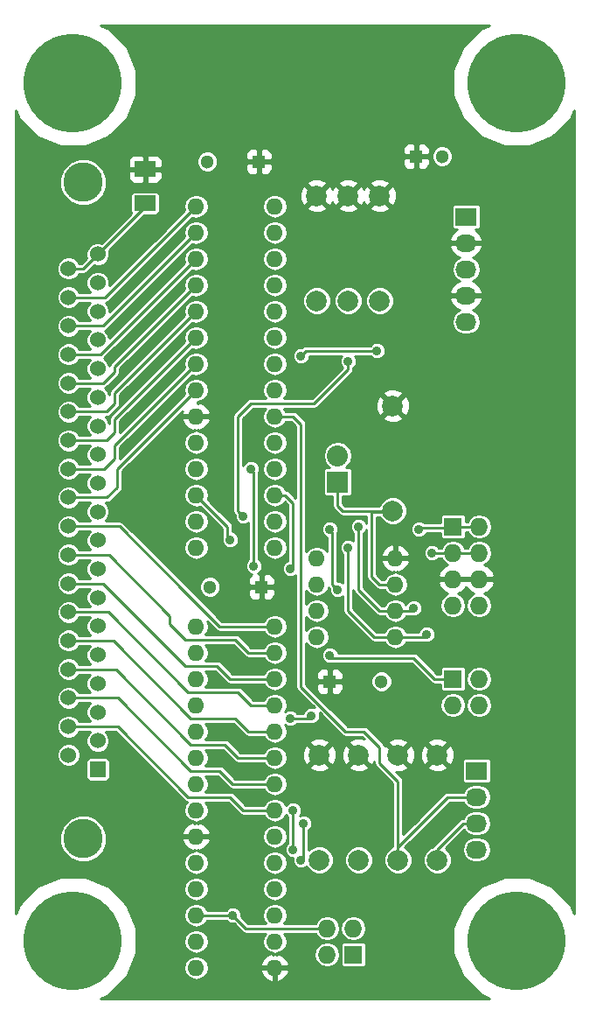
<source format=gbr>
G04 #@! TF.FileFunction,Copper,L1,Top,Signal*
%FSLAX46Y46*%
G04 Gerber Fmt 4.6, Leading zero omitted, Abs format (unit mm)*
G04 Created by KiCad (PCBNEW (after 2015-mar-04 BZR unknown)-product) date 1/31/2017 12:48:21 PM*
%MOMM*%
G01*
G04 APERTURE LIST*
%ADD10C,0.150000*%
%ADD11C,9.525000*%
%ADD12R,2.032000X1.524000*%
%ADD13R,2.032000X2.032000*%
%ADD14O,2.032000X2.032000*%
%ADD15R,1.300000X1.300000*%
%ADD16C,1.300000*%
%ADD17R,1.524000X1.524000*%
%ADD18C,1.524000*%
%ADD19C,3.810000*%
%ADD20O,1.600000X1.600000*%
%ADD21R,1.727200X1.727200*%
%ADD22O,1.727200X1.727200*%
%ADD23R,2.032000X1.727200*%
%ADD24O,2.032000X1.727200*%
%ADD25C,1.998980*%
%ADD26C,0.889000*%
%ADD27C,0.254000*%
G04 APERTURE END LIST*
D10*
D11*
X16000000Y-16000000D03*
X59000000Y-16000000D03*
X16000000Y-99000000D03*
X59000000Y-99000000D03*
D12*
X23000000Y-24349000D03*
X23000000Y-27651000D03*
D13*
X41656000Y-54610000D03*
D14*
X41656000Y-52070000D03*
D15*
X34036000Y-23622000D03*
D16*
X29036000Y-23622000D03*
D15*
X34290000Y-64770000D03*
D16*
X29290000Y-64770000D03*
D17*
X18422400Y-82417400D03*
D18*
X18422400Y-79648800D03*
X18422400Y-76880200D03*
X18422400Y-74111600D03*
X18422400Y-71343000D03*
X18422400Y-68574400D03*
X18422400Y-65805800D03*
X18422400Y-63037200D03*
X18422400Y-60268600D03*
D19*
X17000000Y-89123000D03*
X17000000Y-25623000D03*
D18*
X18422400Y-57500000D03*
X18422400Y-54731400D03*
X18422400Y-51962800D03*
X18422400Y-49194200D03*
X18422400Y-46425600D03*
X18422400Y-43657000D03*
X18422400Y-40888400D03*
X18422400Y-38119800D03*
X18422400Y-35351200D03*
X18422400Y-32582600D03*
X15577600Y-81045800D03*
X15577600Y-78277200D03*
X15577600Y-75508600D03*
X15577600Y-72740000D03*
X15577600Y-69971400D03*
X15577600Y-67202800D03*
X15577600Y-64434200D03*
X15577600Y-61665600D03*
X15577600Y-58897000D03*
X15577600Y-56128400D03*
X15577600Y-53359800D03*
X15577600Y-50591200D03*
X15577600Y-47822600D03*
X15577600Y-45054000D03*
X15577600Y-42285400D03*
X15577600Y-39516800D03*
X15577600Y-36748200D03*
X15577600Y-33979600D03*
D20*
X27940000Y-68580000D03*
X27940000Y-71120000D03*
X27940000Y-73660000D03*
X27940000Y-76200000D03*
X27940000Y-78740000D03*
X27940000Y-81280000D03*
X27940000Y-83820000D03*
X27940000Y-86360000D03*
X27940000Y-88900000D03*
X27940000Y-91440000D03*
X27940000Y-93980000D03*
X27940000Y-96520000D03*
X27940000Y-99060000D03*
X27940000Y-101600000D03*
X35560000Y-101600000D03*
X35560000Y-99060000D03*
X35560000Y-96520000D03*
X35560000Y-93980000D03*
X35560000Y-91440000D03*
X35560000Y-88900000D03*
X35560000Y-86360000D03*
X35560000Y-83820000D03*
X35560000Y-81280000D03*
X35560000Y-78740000D03*
X35560000Y-76200000D03*
X35560000Y-73660000D03*
X35560000Y-71120000D03*
X35560000Y-68580000D03*
X27940000Y-27940000D03*
X27940000Y-30480000D03*
X27940000Y-33020000D03*
X27940000Y-35560000D03*
X27940000Y-38100000D03*
X27940000Y-40640000D03*
X27940000Y-43180000D03*
X27940000Y-45720000D03*
X27940000Y-48260000D03*
X27940000Y-50800000D03*
X27940000Y-53340000D03*
X27940000Y-55880000D03*
X27940000Y-58420000D03*
X27940000Y-60960000D03*
X35560000Y-60960000D03*
X35560000Y-58420000D03*
X35560000Y-55880000D03*
X35560000Y-53340000D03*
X35560000Y-50800000D03*
X35560000Y-48260000D03*
X35560000Y-45720000D03*
X35560000Y-43180000D03*
X35560000Y-40640000D03*
X35560000Y-38100000D03*
X35560000Y-35560000D03*
X35560000Y-33020000D03*
X35560000Y-30480000D03*
X35560000Y-27940000D03*
X39624000Y-61976000D03*
X39624000Y-64516000D03*
X39624000Y-67056000D03*
X39624000Y-69596000D03*
X47244000Y-69596000D03*
X47244000Y-67056000D03*
X47244000Y-64516000D03*
X47244000Y-61976000D03*
D21*
X52832000Y-58928000D03*
D22*
X55372000Y-58928000D03*
X52832000Y-61468000D03*
X55372000Y-61468000D03*
X52832000Y-64008000D03*
X55372000Y-64008000D03*
X52832000Y-66548000D03*
X55372000Y-66548000D03*
D23*
X54102000Y-28956000D03*
D24*
X54102000Y-31496000D03*
X54102000Y-34036000D03*
X54102000Y-36576000D03*
X54102000Y-39116000D03*
D25*
X43688000Y-91186000D03*
X43688000Y-81026000D03*
X39878000Y-91186000D03*
X39878000Y-81026000D03*
X47498000Y-91186000D03*
X47498000Y-81026000D03*
X45720000Y-37084000D03*
X45720000Y-26924000D03*
X46990000Y-57404000D03*
X46990000Y-47244000D03*
X39624000Y-37084000D03*
X39624000Y-26924000D03*
X51308000Y-91186000D03*
X51308000Y-81026000D03*
X42672000Y-37084000D03*
X42672000Y-26924000D03*
D23*
X55118000Y-82550000D03*
D24*
X55118000Y-85090000D03*
X55118000Y-87630000D03*
X55118000Y-90170000D03*
D15*
X40894000Y-73914000D03*
D16*
X45894000Y-73914000D03*
D21*
X52832000Y-73660000D03*
D22*
X55372000Y-73660000D03*
X52832000Y-76200000D03*
X55372000Y-76200000D03*
D21*
X43180000Y-100330000D03*
D22*
X40640000Y-100330000D03*
X43180000Y-97790000D03*
X40640000Y-97790000D03*
D15*
X49276000Y-23114000D03*
D16*
X51776000Y-23114000D03*
D26*
X41656000Y-65024000D03*
X42672000Y-42926000D03*
X32512000Y-57912000D03*
X40894000Y-59182000D03*
X38100000Y-91186000D03*
X38354000Y-87630000D03*
X40894000Y-71374000D03*
X37084000Y-62992000D03*
X37338000Y-86360000D03*
X37338000Y-90170000D03*
X39116000Y-77216000D03*
X37084000Y-77470000D03*
X31242000Y-60198000D03*
X31496000Y-96520000D03*
X43688000Y-58928000D03*
X49530000Y-59182000D03*
X49022000Y-66802000D03*
X42672000Y-60960000D03*
X50800000Y-61468000D03*
X50292000Y-69342000D03*
X45466000Y-41910000D03*
X38100000Y-42418000D03*
X33528000Y-62738000D03*
X33274000Y-53340000D03*
D27*
X42672000Y-43688000D02*
X42672000Y-42926000D01*
X39370000Y-46990000D02*
X42672000Y-43688000D01*
X33274000Y-46990000D02*
X39370000Y-46990000D01*
X32004000Y-48260000D02*
X33274000Y-46990000D01*
X32004000Y-57404000D02*
X32004000Y-48260000D01*
X32512000Y-57912000D02*
X32004000Y-57404000D01*
X41148000Y-64516000D02*
X41656000Y-65024000D01*
X41148000Y-59436000D02*
X41148000Y-64516000D01*
X40894000Y-59182000D02*
X41148000Y-59436000D01*
X38100000Y-91186000D02*
X38354000Y-90932000D01*
X38354000Y-90932000D02*
X38354000Y-87630000D01*
X51054000Y-73660000D02*
X49022000Y-71628000D01*
X49022000Y-71628000D02*
X41148000Y-71628000D01*
X41148000Y-71628000D02*
X40894000Y-71374000D01*
X52832000Y-73660000D02*
X51054000Y-73660000D01*
X37084000Y-62992000D02*
X37338000Y-62738000D01*
X37338000Y-62738000D02*
X37338000Y-56642000D01*
X37338000Y-56642000D02*
X36576000Y-55880000D01*
X36576000Y-55880000D02*
X35560000Y-55880000D01*
X37338000Y-90170000D02*
X37338000Y-86360000D01*
X39116000Y-77216000D02*
X38862000Y-77470000D01*
X38862000Y-77470000D02*
X37084000Y-77470000D01*
X52832000Y-58928000D02*
X55372000Y-58928000D01*
X27940000Y-96520000D02*
X31496000Y-96520000D01*
X31242000Y-60198000D02*
X30988000Y-59944000D01*
X30988000Y-59944000D02*
X30988000Y-58928000D01*
X30988000Y-58928000D02*
X27940000Y-55880000D01*
X40386000Y-97536000D02*
X40640000Y-97790000D01*
X47244000Y-67056000D02*
X45720000Y-67056000D01*
X43688000Y-65024000D02*
X43688000Y-58928000D01*
X45720000Y-67056000D02*
X43688000Y-65024000D01*
X47244000Y-67056000D02*
X48768000Y-67056000D01*
X49690000Y-59022000D02*
X52910000Y-59022000D01*
X49530000Y-59182000D02*
X49690000Y-59022000D01*
X48768000Y-67056000D02*
X49022000Y-66802000D01*
X32766000Y-97790000D02*
X31496000Y-96520000D01*
X40640000Y-97790000D02*
X32766000Y-97790000D01*
X52832000Y-61468000D02*
X55372000Y-61468000D01*
X50800000Y-61468000D02*
X52832000Y-61468000D01*
X45212000Y-69596000D02*
X47244000Y-69596000D01*
X42672000Y-67056000D02*
X45212000Y-69596000D01*
X42672000Y-60960000D02*
X42672000Y-67056000D01*
X47244000Y-69596000D02*
X50038000Y-69596000D01*
X50038000Y-69596000D02*
X50292000Y-69342000D01*
X38608000Y-41910000D02*
X45466000Y-41910000D01*
X38100000Y-42418000D02*
X38608000Y-41910000D01*
X33528000Y-53594000D02*
X33528000Y-62738000D01*
X33274000Y-53340000D02*
X33528000Y-53594000D01*
X15577600Y-33979600D02*
X17025400Y-33979600D01*
X17025400Y-33979600D02*
X18422400Y-32582600D01*
X17025400Y-33979600D02*
X23000000Y-28005000D01*
X23000000Y-28005000D02*
X23000000Y-27651000D01*
X55118000Y-87630000D02*
X53848000Y-87630000D01*
X51308000Y-90170000D02*
X51308000Y-91059000D01*
X53848000Y-87630000D02*
X51308000Y-90170000D01*
X55118000Y-85090000D02*
X52324000Y-85090000D01*
X47498000Y-89916000D02*
X47498000Y-91059000D01*
X52324000Y-85090000D02*
X47498000Y-89916000D01*
X38100000Y-70358000D02*
X38100000Y-49022000D01*
X38100000Y-49022000D02*
X37338000Y-48260000D01*
X37338000Y-48260000D02*
X35560000Y-48260000D01*
X45720000Y-81788000D02*
X45720000Y-80264000D01*
X47498000Y-91059000D02*
X47498000Y-86106000D01*
X47498000Y-86106000D02*
X47498000Y-83566000D01*
X47498000Y-83566000D02*
X45720000Y-81788000D01*
X44196000Y-78740000D02*
X45720000Y-80264000D01*
X38100000Y-74422000D02*
X42418000Y-78740000D01*
X42418000Y-78740000D02*
X44196000Y-78740000D01*
X38100000Y-70358000D02*
X38100000Y-74422000D01*
X32512000Y-86360000D02*
X31242000Y-85090000D01*
X31242000Y-85090000D02*
X27178000Y-85090000D01*
X27178000Y-85090000D02*
X20365200Y-78277200D01*
X20365200Y-78277200D02*
X15577600Y-78277200D01*
X35560000Y-86360000D02*
X32512000Y-86360000D01*
X31496000Y-83820000D02*
X30226000Y-82550000D01*
X30226000Y-82550000D02*
X27432000Y-82550000D01*
X27432000Y-82550000D02*
X20390600Y-75508600D01*
X20390600Y-75508600D02*
X15577600Y-75508600D01*
X35560000Y-83820000D02*
X31496000Y-83820000D01*
X32004000Y-81280000D02*
X30734000Y-80010000D01*
X30734000Y-80010000D02*
X27432000Y-80010000D01*
X27432000Y-80010000D02*
X20162000Y-72740000D01*
X20162000Y-72740000D02*
X15577600Y-72740000D01*
X35560000Y-81280000D02*
X32004000Y-81280000D01*
X33020000Y-78740000D02*
X31750000Y-77470000D01*
X31750000Y-77470000D02*
X27432000Y-77470000D01*
X27432000Y-77470000D02*
X19933400Y-69971400D01*
X19933400Y-69971400D02*
X15577600Y-69971400D01*
X35560000Y-78740000D02*
X33020000Y-78740000D01*
X33274000Y-76200000D02*
X32004000Y-74930000D01*
X32004000Y-74930000D02*
X27178000Y-74930000D01*
X27178000Y-74930000D02*
X19450800Y-67202800D01*
X19450800Y-67202800D02*
X15577600Y-67202800D01*
X35560000Y-76200000D02*
X33274000Y-76200000D01*
X31242000Y-73660000D02*
X29972000Y-72390000D01*
X29972000Y-72390000D02*
X26924000Y-72390000D01*
X26924000Y-72390000D02*
X18968200Y-64434200D01*
X18968200Y-64434200D02*
X15577600Y-64434200D01*
X35560000Y-73660000D02*
X31242000Y-73660000D01*
X33020000Y-71120000D02*
X31750000Y-69850000D01*
X31750000Y-69850000D02*
X26924000Y-69850000D01*
X26924000Y-69850000D02*
X25400000Y-68326000D01*
X25400000Y-68326000D02*
X25400000Y-67564000D01*
X35560000Y-71120000D02*
X33020000Y-71120000D01*
X19501600Y-61665600D02*
X25400000Y-67564000D01*
X15577600Y-61665600D02*
X19501600Y-61665600D01*
X35560000Y-68580000D02*
X30226000Y-68580000D01*
X30226000Y-68580000D02*
X27178000Y-65532000D01*
X20543000Y-58897000D02*
X27178000Y-65532000D01*
X15577600Y-58897000D02*
X20543000Y-58897000D01*
X19309600Y-56128400D02*
X20320000Y-55118000D01*
X20320000Y-55118000D02*
X20320000Y-53340000D01*
X20320000Y-53340000D02*
X27940000Y-45720000D01*
X15577600Y-56128400D02*
X19309600Y-56128400D01*
X20066000Y-52324000D02*
X20066000Y-51054000D01*
X20066000Y-51054000D02*
X27940000Y-43180000D01*
X19030200Y-53359800D02*
X20066000Y-52324000D01*
X15577600Y-53359800D02*
X19030200Y-53359800D01*
X20066000Y-49784000D02*
X20066000Y-48514000D01*
X20066000Y-48514000D02*
X27940000Y-40640000D01*
X19258800Y-50591200D02*
X20066000Y-49784000D01*
X15577600Y-50591200D02*
X19258800Y-50591200D01*
X19233400Y-47822600D02*
X20066000Y-46990000D01*
X20066000Y-46990000D02*
X20066000Y-45974000D01*
X20066000Y-45974000D02*
X27940000Y-38100000D01*
X15577600Y-47822600D02*
X19233400Y-47822600D01*
X20066000Y-43942000D02*
X20066000Y-43434000D01*
X20066000Y-43434000D02*
X27940000Y-35560000D01*
X18954000Y-45054000D02*
X20066000Y-43942000D01*
X15577600Y-45054000D02*
X18954000Y-45054000D01*
X15577600Y-42285400D02*
X18674600Y-42285400D01*
X18674600Y-42285400D02*
X27940000Y-33020000D01*
X15577600Y-39516800D02*
X18903200Y-39516800D01*
X18903200Y-39516800D02*
X27940000Y-30480000D01*
X15577600Y-36748200D02*
X19131800Y-36748200D01*
X19131800Y-36748200D02*
X27940000Y-27940000D01*
X47244000Y-64516000D02*
X45720000Y-64516000D01*
X44958000Y-63754000D02*
X44958000Y-57531000D01*
X45720000Y-64516000D02*
X44958000Y-63754000D01*
X46990000Y-57531000D02*
X44958000Y-57531000D01*
X42164000Y-57404000D02*
X41656000Y-56896000D01*
X41656000Y-56896000D02*
X41656000Y-54610000D01*
X46990000Y-57404000D02*
X42164000Y-57404000D01*
G36*
X64569000Y-96348473D02*
X64224815Y-95515482D01*
X62493632Y-93781275D01*
X60230575Y-92841571D01*
X57780175Y-92839433D01*
X56826958Y-93233294D01*
X56826958Y-64367026D01*
X56826958Y-63648974D01*
X56654688Y-63233053D01*
X56260490Y-62801179D01*
X55870338Y-62618323D01*
X55872671Y-62617860D01*
X56276448Y-62348065D01*
X56546243Y-61944288D01*
X56640983Y-61468000D01*
X56640983Y-58928000D01*
X56546243Y-58451712D01*
X56276448Y-58047935D01*
X55872671Y-57778140D01*
X55709358Y-57745654D01*
X55709358Y-36935026D01*
X55709358Y-36216974D01*
X55706709Y-36201209D01*
X55452732Y-35673964D01*
X55016320Y-35284046D01*
X54743757Y-35188704D01*
X54758057Y-35185860D01*
X55161834Y-34916065D01*
X55431629Y-34512288D01*
X55526369Y-34036000D01*
X55431629Y-33559712D01*
X55161834Y-33155935D01*
X54758057Y-32886140D01*
X54743757Y-32883295D01*
X55016320Y-32787954D01*
X55452732Y-32398036D01*
X55706709Y-31870791D01*
X55709358Y-31855026D01*
X55709358Y-31136974D01*
X55706709Y-31121209D01*
X55452732Y-30593964D01*
X55020817Y-30208064D01*
X55118000Y-30208064D01*
X55263274Y-30179878D01*
X55390956Y-30096004D01*
X55476426Y-29969384D01*
X55506464Y-29819600D01*
X55506464Y-28092400D01*
X55478278Y-27947126D01*
X55394404Y-27819444D01*
X55267784Y-27733974D01*
X55118000Y-27703936D01*
X53086000Y-27703936D01*
X52940726Y-27732122D01*
X52813044Y-27815996D01*
X52807178Y-27824686D01*
X52807178Y-22909821D01*
X52650549Y-22530749D01*
X52360777Y-22240471D01*
X51981978Y-22083180D01*
X51571821Y-22082822D01*
X51192749Y-22239451D01*
X50902471Y-22529223D01*
X50745180Y-22908022D01*
X50744822Y-23318179D01*
X50901451Y-23697251D01*
X51191223Y-23987529D01*
X51570022Y-24144820D01*
X51980179Y-24145178D01*
X52359251Y-23988549D01*
X52649529Y-23698777D01*
X52806820Y-23319978D01*
X52807178Y-22909821D01*
X52807178Y-27824686D01*
X52727574Y-27942616D01*
X52697536Y-28092400D01*
X52697536Y-29819600D01*
X52725722Y-29964874D01*
X52809596Y-30092556D01*
X52936216Y-30178026D01*
X53086000Y-30208064D01*
X53183182Y-30208064D01*
X52751268Y-30593964D01*
X52497291Y-31121209D01*
X52494642Y-31136974D01*
X52615783Y-31369000D01*
X53975000Y-31369000D01*
X53975000Y-31349000D01*
X54229000Y-31349000D01*
X54229000Y-31369000D01*
X55588217Y-31369000D01*
X55709358Y-31136974D01*
X55709358Y-31855026D01*
X55588217Y-31623000D01*
X54229000Y-31623000D01*
X54229000Y-31643000D01*
X53975000Y-31643000D01*
X53975000Y-31623000D01*
X52615783Y-31623000D01*
X52494642Y-31855026D01*
X52497291Y-31870791D01*
X52751268Y-32398036D01*
X53187680Y-32787954D01*
X53460242Y-32883295D01*
X53445943Y-32886140D01*
X53042166Y-33155935D01*
X52772371Y-33559712D01*
X52677631Y-34036000D01*
X52772371Y-34512288D01*
X53042166Y-34916065D01*
X53445943Y-35185860D01*
X53460242Y-35188704D01*
X53187680Y-35284046D01*
X52751268Y-35673964D01*
X52497291Y-36201209D01*
X52494642Y-36216974D01*
X52615783Y-36449000D01*
X53975000Y-36449000D01*
X53975000Y-36429000D01*
X54229000Y-36429000D01*
X54229000Y-36449000D01*
X55588217Y-36449000D01*
X55709358Y-36216974D01*
X55709358Y-36935026D01*
X55588217Y-36703000D01*
X54229000Y-36703000D01*
X54229000Y-36723000D01*
X53975000Y-36723000D01*
X53975000Y-36703000D01*
X52615783Y-36703000D01*
X52494642Y-36935026D01*
X52497291Y-36950791D01*
X52751268Y-37478036D01*
X53187680Y-37867954D01*
X53460242Y-37963295D01*
X53445943Y-37966140D01*
X53042166Y-38235935D01*
X52772371Y-38639712D01*
X52677631Y-39116000D01*
X52772371Y-39592288D01*
X53042166Y-39996065D01*
X53445943Y-40265860D01*
X53922231Y-40360600D01*
X54281769Y-40360600D01*
X54758057Y-40265860D01*
X55161834Y-39996065D01*
X55431629Y-39592288D01*
X55526369Y-39116000D01*
X55431629Y-38639712D01*
X55161834Y-38235935D01*
X54758057Y-37966140D01*
X54743757Y-37963295D01*
X55016320Y-37867954D01*
X55452732Y-37478036D01*
X55706709Y-36950791D01*
X55709358Y-36935026D01*
X55709358Y-57745654D01*
X55396383Y-57683400D01*
X55347617Y-57683400D01*
X54871329Y-57778140D01*
X54467552Y-58047935D01*
X54218946Y-58420000D01*
X54084064Y-58420000D01*
X54084064Y-58064400D01*
X54055878Y-57919126D01*
X53972004Y-57791444D01*
X53845384Y-57705974D01*
X53695600Y-57675936D01*
X51968400Y-57675936D01*
X51823126Y-57704122D01*
X51695444Y-57787996D01*
X51609974Y-57914616D01*
X51579936Y-58064400D01*
X51579936Y-58514000D01*
X50561000Y-58514000D01*
X50561000Y-23890310D01*
X50561000Y-23637691D01*
X50561000Y-23399750D01*
X50561000Y-22828250D01*
X50561000Y-22590309D01*
X50561000Y-22337690D01*
X50464327Y-22104301D01*
X50285698Y-21925673D01*
X50052309Y-21829000D01*
X49561750Y-21829000D01*
X49403000Y-21987750D01*
X49403000Y-22987000D01*
X50402250Y-22987000D01*
X50561000Y-22828250D01*
X50561000Y-23399750D01*
X50402250Y-23241000D01*
X49403000Y-23241000D01*
X49403000Y-24240250D01*
X49561750Y-24399000D01*
X50052309Y-24399000D01*
X50285698Y-24302327D01*
X50464327Y-24123699D01*
X50561000Y-23890310D01*
X50561000Y-58514000D01*
X50029581Y-58514000D01*
X49998219Y-58482583D01*
X49694923Y-58356643D01*
X49366518Y-58356357D01*
X49149000Y-58446233D01*
X49149000Y-24240250D01*
X49149000Y-23241000D01*
X49149000Y-22987000D01*
X49149000Y-21987750D01*
X48990250Y-21829000D01*
X48499691Y-21829000D01*
X48266302Y-21925673D01*
X48087673Y-22104301D01*
X47991000Y-22337690D01*
X47991000Y-22590309D01*
X47991000Y-22828250D01*
X48149750Y-22987000D01*
X49149000Y-22987000D01*
X49149000Y-23241000D01*
X48149750Y-23241000D01*
X47991000Y-23399750D01*
X47991000Y-23637691D01*
X47991000Y-23890310D01*
X48087673Y-24123699D01*
X48266302Y-24302327D01*
X48499691Y-24399000D01*
X48990250Y-24399000D01*
X49149000Y-24240250D01*
X49149000Y-58446233D01*
X49063002Y-58481767D01*
X48830583Y-58713781D01*
X48704643Y-59017077D01*
X48704357Y-59345482D01*
X48829767Y-59648998D01*
X49061781Y-59881417D01*
X49365077Y-60007357D01*
X49693482Y-60007643D01*
X49996998Y-59882233D01*
X50229417Y-59650219D01*
X50279336Y-59530000D01*
X51579936Y-59530000D01*
X51579936Y-59791600D01*
X51608122Y-59936874D01*
X51691996Y-60064556D01*
X51818616Y-60150026D01*
X51968400Y-60180064D01*
X53695600Y-60180064D01*
X53840874Y-60151878D01*
X53968556Y-60068004D01*
X54054026Y-59941384D01*
X54084064Y-59791600D01*
X54084064Y-59436000D01*
X54218946Y-59436000D01*
X54467552Y-59808065D01*
X54871329Y-60077860D01*
X55347617Y-60172600D01*
X55396383Y-60172600D01*
X55872671Y-60077860D01*
X56276448Y-59808065D01*
X56546243Y-59404288D01*
X56640983Y-58928000D01*
X56640983Y-61468000D01*
X56546243Y-60991712D01*
X56276448Y-60587935D01*
X55872671Y-60318140D01*
X55396383Y-60223400D01*
X55347617Y-60223400D01*
X54871329Y-60318140D01*
X54467552Y-60587935D01*
X54218946Y-60960000D01*
X53985053Y-60960000D01*
X53736448Y-60587935D01*
X53332671Y-60318140D01*
X52856383Y-60223400D01*
X52807617Y-60223400D01*
X52331329Y-60318140D01*
X51927552Y-60587935D01*
X51678946Y-60960000D01*
X51459302Y-60960000D01*
X51268219Y-60768583D01*
X50964923Y-60642643D01*
X50636518Y-60642357D01*
X50333002Y-60767767D01*
X50100583Y-60999781D01*
X49974643Y-61303077D01*
X49974357Y-61631482D01*
X50099767Y-61934998D01*
X50331781Y-62167417D01*
X50635077Y-62293357D01*
X50963482Y-62293643D01*
X51266998Y-62168233D01*
X51459566Y-61976000D01*
X51678946Y-61976000D01*
X51927552Y-62348065D01*
X52331329Y-62617860D01*
X52333661Y-62618323D01*
X51943510Y-62801179D01*
X51549312Y-63233053D01*
X51377042Y-63648974D01*
X51498183Y-63881000D01*
X52705000Y-63881000D01*
X52705000Y-63861000D01*
X52959000Y-63861000D01*
X52959000Y-63881000D01*
X54038183Y-63881000D01*
X54165817Y-63881000D01*
X55245000Y-63881000D01*
X55245000Y-63861000D01*
X55499000Y-63861000D01*
X55499000Y-63881000D01*
X56705817Y-63881000D01*
X56826958Y-63648974D01*
X56826958Y-64367026D01*
X56705817Y-64135000D01*
X55499000Y-64135000D01*
X55499000Y-64155000D01*
X55245000Y-64155000D01*
X55245000Y-64135000D01*
X54165817Y-64135000D01*
X54038183Y-64135000D01*
X52959000Y-64135000D01*
X52959000Y-64155000D01*
X52705000Y-64155000D01*
X52705000Y-64135000D01*
X51498183Y-64135000D01*
X51377042Y-64367026D01*
X51549312Y-64782947D01*
X51943510Y-65214821D01*
X52333661Y-65397676D01*
X52331329Y-65398140D01*
X51927552Y-65667935D01*
X51657757Y-66071712D01*
X51563017Y-66548000D01*
X51657757Y-67024288D01*
X51927552Y-67428065D01*
X52331329Y-67697860D01*
X52807617Y-67792600D01*
X52856383Y-67792600D01*
X53332671Y-67697860D01*
X53736448Y-67428065D01*
X54006243Y-67024288D01*
X54100983Y-66548000D01*
X54006243Y-66071712D01*
X53736448Y-65667935D01*
X53332671Y-65398140D01*
X53330338Y-65397676D01*
X53720490Y-65214821D01*
X54102000Y-64796847D01*
X54483510Y-65214821D01*
X54873661Y-65397676D01*
X54871329Y-65398140D01*
X54467552Y-65667935D01*
X54197757Y-66071712D01*
X54103017Y-66548000D01*
X54197757Y-67024288D01*
X54467552Y-67428065D01*
X54871329Y-67697860D01*
X55347617Y-67792600D01*
X55396383Y-67792600D01*
X55872671Y-67697860D01*
X56276448Y-67428065D01*
X56546243Y-67024288D01*
X56640983Y-66548000D01*
X56546243Y-66071712D01*
X56276448Y-65667935D01*
X55872671Y-65398140D01*
X55870338Y-65397676D01*
X56260490Y-65214821D01*
X56654688Y-64782947D01*
X56826958Y-64367026D01*
X56826958Y-93233294D01*
X56640983Y-93310137D01*
X56640983Y-76200000D01*
X56640983Y-73660000D01*
X56546243Y-73183712D01*
X56276448Y-72779935D01*
X55872671Y-72510140D01*
X55396383Y-72415400D01*
X55347617Y-72415400D01*
X54871329Y-72510140D01*
X54467552Y-72779935D01*
X54197757Y-73183712D01*
X54103017Y-73660000D01*
X54197757Y-74136288D01*
X54467552Y-74540065D01*
X54871329Y-74809860D01*
X55347617Y-74904600D01*
X55396383Y-74904600D01*
X55872671Y-74809860D01*
X56276448Y-74540065D01*
X56546243Y-74136288D01*
X56640983Y-73660000D01*
X56640983Y-76200000D01*
X56546243Y-75723712D01*
X56276448Y-75319935D01*
X55872671Y-75050140D01*
X55396383Y-74955400D01*
X55347617Y-74955400D01*
X54871329Y-75050140D01*
X54467552Y-75319935D01*
X54197757Y-75723712D01*
X54103017Y-76200000D01*
X54197757Y-76676288D01*
X54467552Y-77080065D01*
X54871329Y-77349860D01*
X55347617Y-77444600D01*
X55396383Y-77444600D01*
X55872671Y-77349860D01*
X56276448Y-77080065D01*
X56546243Y-76676288D01*
X56640983Y-76200000D01*
X56640983Y-93310137D01*
X56542369Y-93350883D01*
X56542369Y-90170000D01*
X56542369Y-87630000D01*
X56542369Y-85090000D01*
X56522464Y-84989931D01*
X56522464Y-83413600D01*
X56522464Y-81686400D01*
X56494278Y-81541126D01*
X56410404Y-81413444D01*
X56283784Y-81327974D01*
X56134000Y-81297936D01*
X54102000Y-81297936D01*
X54100983Y-81298133D01*
X54100983Y-76200000D01*
X54084064Y-76114942D01*
X54084064Y-74523600D01*
X54084064Y-72796400D01*
X54055878Y-72651126D01*
X53972004Y-72523444D01*
X53845384Y-72437974D01*
X53695600Y-72407936D01*
X51968400Y-72407936D01*
X51823126Y-72436122D01*
X51695444Y-72519996D01*
X51609974Y-72646616D01*
X51579936Y-72796400D01*
X51579936Y-73152000D01*
X51264420Y-73152000D01*
X49381210Y-71268790D01*
X49216403Y-71158669D01*
X49022000Y-71120000D01*
X41682241Y-71120000D01*
X41594233Y-70907002D01*
X41362219Y-70674583D01*
X41058923Y-70548643D01*
X40730518Y-70548357D01*
X40427002Y-70673767D01*
X40194583Y-70905781D01*
X40068643Y-71209077D01*
X40068357Y-71537482D01*
X40193767Y-71840998D01*
X40425781Y-72073417D01*
X40729077Y-72199357D01*
X41057482Y-72199643D01*
X41211510Y-72136000D01*
X48811580Y-72136000D01*
X50694790Y-74019210D01*
X50859597Y-74129331D01*
X51054000Y-74168000D01*
X51579936Y-74168000D01*
X51579936Y-74523600D01*
X51608122Y-74668874D01*
X51691996Y-74796556D01*
X51818616Y-74882026D01*
X51968400Y-74912064D01*
X53695600Y-74912064D01*
X53840874Y-74883878D01*
X53968556Y-74800004D01*
X54054026Y-74673384D01*
X54084064Y-74523600D01*
X54084064Y-76114942D01*
X54006243Y-75723712D01*
X53736448Y-75319935D01*
X53332671Y-75050140D01*
X52856383Y-74955400D01*
X52807617Y-74955400D01*
X52331329Y-75050140D01*
X51927552Y-75319935D01*
X51657757Y-75723712D01*
X51563017Y-76200000D01*
X51657757Y-76676288D01*
X51927552Y-77080065D01*
X52331329Y-77349860D01*
X52807617Y-77444600D01*
X52856383Y-77444600D01*
X53332671Y-77349860D01*
X53736448Y-77080065D01*
X54006243Y-76676288D01*
X54100983Y-76200000D01*
X54100983Y-81298133D01*
X53956726Y-81326122D01*
X53829044Y-81409996D01*
X53743574Y-81536616D01*
X53713536Y-81686400D01*
X53713536Y-83413600D01*
X53741722Y-83558874D01*
X53825596Y-83686556D01*
X53952216Y-83772026D01*
X54102000Y-83802064D01*
X56134000Y-83802064D01*
X56279274Y-83773878D01*
X56406956Y-83690004D01*
X56492426Y-83563384D01*
X56522464Y-83413600D01*
X56522464Y-84989931D01*
X56447629Y-84613712D01*
X56177834Y-84209935D01*
X55774057Y-83940140D01*
X55297769Y-83845400D01*
X54938231Y-83845400D01*
X54461943Y-83940140D01*
X54058166Y-84209935D01*
X53809560Y-84582000D01*
X52953401Y-84582000D01*
X52953401Y-81290418D01*
X52929341Y-80640623D01*
X52726965Y-80152042D01*
X52460163Y-80053443D01*
X52280557Y-80233048D01*
X52280557Y-79873837D01*
X52181958Y-79607035D01*
X51572418Y-79380599D01*
X50922623Y-79404659D01*
X50434042Y-79607035D01*
X50335443Y-79873837D01*
X51308000Y-80846395D01*
X52280557Y-79873837D01*
X52280557Y-80233048D01*
X51487605Y-81026000D01*
X52460163Y-81998557D01*
X52726965Y-81899958D01*
X52953401Y-81290418D01*
X52953401Y-84582000D01*
X52324000Y-84582000D01*
X52280557Y-84590641D01*
X52280557Y-82178163D01*
X51308000Y-81205605D01*
X51128395Y-81385210D01*
X51128395Y-81026000D01*
X50155837Y-80053443D01*
X49889035Y-80152042D01*
X49662599Y-80761582D01*
X49686659Y-81411377D01*
X49889035Y-81899958D01*
X50155837Y-81998557D01*
X51128395Y-81026000D01*
X51128395Y-81385210D01*
X50335443Y-82178163D01*
X50434042Y-82444965D01*
X51043582Y-82671401D01*
X51693377Y-82647341D01*
X52181958Y-82444965D01*
X52280557Y-82178163D01*
X52280557Y-84590641D01*
X52129597Y-84620669D01*
X51964790Y-84730790D01*
X49143401Y-87552179D01*
X49143401Y-81290418D01*
X49119341Y-80640623D01*
X48916965Y-80152042D01*
X48650163Y-80053443D01*
X48470557Y-80233048D01*
X48470557Y-79873837D01*
X48371958Y-79607035D01*
X47762418Y-79380599D01*
X47112623Y-79404659D01*
X46925178Y-79482300D01*
X46925178Y-73709821D01*
X46768549Y-73330749D01*
X46478777Y-73040471D01*
X46099978Y-72883180D01*
X45689821Y-72882822D01*
X45310749Y-73039451D01*
X45020471Y-73329223D01*
X44863180Y-73708022D01*
X44862822Y-74118179D01*
X45019451Y-74497251D01*
X45309223Y-74787529D01*
X45688022Y-74944820D01*
X46098179Y-74945178D01*
X46477251Y-74788549D01*
X46767529Y-74498777D01*
X46924820Y-74119978D01*
X46925178Y-73709821D01*
X46925178Y-79482300D01*
X46624042Y-79607035D01*
X46525443Y-79873837D01*
X47498000Y-80846395D01*
X48470557Y-79873837D01*
X48470557Y-80233048D01*
X47677605Y-81026000D01*
X48650163Y-81998557D01*
X48916965Y-81899958D01*
X49143401Y-81290418D01*
X49143401Y-87552179D01*
X48006000Y-88689580D01*
X48006000Y-86106000D01*
X48006000Y-83566000D01*
X47967331Y-83371597D01*
X47857210Y-83206790D01*
X47318670Y-82668250D01*
X47883377Y-82647341D01*
X48371958Y-82444965D01*
X48470557Y-82178163D01*
X47498000Y-81205605D01*
X47483857Y-81219747D01*
X47304252Y-81040142D01*
X47318395Y-81026000D01*
X46345837Y-80053443D01*
X46197054Y-80108426D01*
X46189331Y-80069597D01*
X46189330Y-80069596D01*
X46152790Y-80014910D01*
X46079210Y-79904790D01*
X46079210Y-79904789D01*
X44555210Y-78380790D01*
X44390403Y-78270669D01*
X44196000Y-78232000D01*
X42628420Y-78232000D01*
X42179000Y-77782580D01*
X42179000Y-74690310D01*
X42179000Y-74437691D01*
X42179000Y-74199750D01*
X42179000Y-73628250D01*
X42179000Y-73390309D01*
X42179000Y-73137690D01*
X42082327Y-72904301D01*
X41903698Y-72725673D01*
X41670309Y-72629000D01*
X41179750Y-72629000D01*
X41021000Y-72787750D01*
X41021000Y-73787000D01*
X42020250Y-73787000D01*
X42179000Y-73628250D01*
X42179000Y-74199750D01*
X42020250Y-74041000D01*
X41021000Y-74041000D01*
X41021000Y-75040250D01*
X41179750Y-75199000D01*
X41670309Y-75199000D01*
X41903698Y-75102327D01*
X42082327Y-74923699D01*
X42179000Y-74690310D01*
X42179000Y-77782580D01*
X40767000Y-76370580D01*
X40767000Y-75040250D01*
X40767000Y-74041000D01*
X40767000Y-73787000D01*
X40767000Y-72787750D01*
X40608250Y-72629000D01*
X40117691Y-72629000D01*
X39884302Y-72725673D01*
X39705673Y-72904301D01*
X39609000Y-73137690D01*
X39609000Y-73390309D01*
X39609000Y-73628250D01*
X39767750Y-73787000D01*
X40767000Y-73787000D01*
X40767000Y-74041000D01*
X39767750Y-74041000D01*
X39609000Y-74199750D01*
X39609000Y-74437691D01*
X39609000Y-74690310D01*
X39705673Y-74923699D01*
X39884302Y-75102327D01*
X40117691Y-75199000D01*
X40608250Y-75199000D01*
X40767000Y-75040250D01*
X40767000Y-76370580D01*
X38608000Y-74211580D01*
X38608000Y-70358000D01*
X38608000Y-70194973D01*
X38765770Y-70431093D01*
X39148914Y-70687102D01*
X39600863Y-70777000D01*
X39647137Y-70777000D01*
X40099086Y-70687102D01*
X40482230Y-70431093D01*
X40738239Y-70047949D01*
X40828137Y-69596000D01*
X40738239Y-69144051D01*
X40482230Y-68760907D01*
X40099086Y-68504898D01*
X39647137Y-68415000D01*
X39600863Y-68415000D01*
X39148914Y-68504898D01*
X38765770Y-68760907D01*
X38608000Y-68997026D01*
X38608000Y-67654973D01*
X38765770Y-67891093D01*
X39148914Y-68147102D01*
X39600863Y-68237000D01*
X39647137Y-68237000D01*
X40099086Y-68147102D01*
X40482230Y-67891093D01*
X40738239Y-67507949D01*
X40828137Y-67056000D01*
X40738239Y-66604051D01*
X40482230Y-66220907D01*
X40099086Y-65964898D01*
X39647137Y-65875000D01*
X39600863Y-65875000D01*
X39148914Y-65964898D01*
X38765770Y-66220907D01*
X38608000Y-66457026D01*
X38608000Y-65114973D01*
X38765770Y-65351093D01*
X39148914Y-65607102D01*
X39600863Y-65697000D01*
X39647137Y-65697000D01*
X40099086Y-65607102D01*
X40482230Y-65351093D01*
X40738239Y-64967949D01*
X40764050Y-64838185D01*
X40788790Y-64875210D01*
X40830592Y-64917012D01*
X40830357Y-65187482D01*
X40955767Y-65490998D01*
X41187781Y-65723417D01*
X41491077Y-65849357D01*
X41819482Y-65849643D01*
X42122998Y-65724233D01*
X42164000Y-65683302D01*
X42164000Y-67056000D01*
X42202669Y-67250403D01*
X42312790Y-67415210D01*
X44852789Y-69955210D01*
X44852790Y-69955210D01*
X44962910Y-70028790D01*
X45017596Y-70065330D01*
X45017597Y-70065331D01*
X45212000Y-70104000D01*
X46167213Y-70104000D01*
X46385770Y-70431093D01*
X46768914Y-70687102D01*
X47220863Y-70777000D01*
X47267137Y-70777000D01*
X47719086Y-70687102D01*
X48102230Y-70431093D01*
X48320786Y-70104000D01*
X49974497Y-70104000D01*
X50127077Y-70167357D01*
X50455482Y-70167643D01*
X50758998Y-70042233D01*
X50991417Y-69810219D01*
X51117357Y-69506923D01*
X51117643Y-69178518D01*
X50992233Y-68875002D01*
X50760219Y-68642583D01*
X50456923Y-68516643D01*
X50128518Y-68516357D01*
X49825002Y-68641767D01*
X49592583Y-68873781D01*
X49503631Y-69088000D01*
X48320786Y-69088000D01*
X48102230Y-68760907D01*
X47719086Y-68504898D01*
X47267137Y-68415000D01*
X47220863Y-68415000D01*
X46768914Y-68504898D01*
X46385770Y-68760907D01*
X46167213Y-69088000D01*
X45422420Y-69088000D01*
X43180000Y-66845579D01*
X43180000Y-65024000D01*
X43218669Y-65218403D01*
X43328790Y-65383210D01*
X45360790Y-67415210D01*
X45525597Y-67525331D01*
X45720000Y-67564000D01*
X46167213Y-67564000D01*
X46385770Y-67891093D01*
X46768914Y-68147102D01*
X47220863Y-68237000D01*
X47267137Y-68237000D01*
X47719086Y-68147102D01*
X48102230Y-67891093D01*
X48320786Y-67564000D01*
X48704497Y-67564000D01*
X48857077Y-67627357D01*
X49185482Y-67627643D01*
X49488998Y-67502233D01*
X49721417Y-67270219D01*
X49847357Y-66966923D01*
X49847643Y-66638518D01*
X49722233Y-66335002D01*
X49490219Y-66102583D01*
X49186923Y-65976643D01*
X48858518Y-65976357D01*
X48635904Y-66068339D01*
X48555002Y-66101767D01*
X48322583Y-66333781D01*
X48267035Y-66467554D01*
X48102230Y-66220907D01*
X47719086Y-65964898D01*
X47267137Y-65875000D01*
X47220863Y-65875000D01*
X46768914Y-65964898D01*
X46385770Y-66220907D01*
X46167213Y-66548000D01*
X45930420Y-66548000D01*
X44196000Y-64813580D01*
X44196000Y-59587302D01*
X44387417Y-59396219D01*
X44450000Y-59245502D01*
X44450000Y-63754000D01*
X44488669Y-63948403D01*
X44598790Y-64113210D01*
X45360790Y-64875210D01*
X45525597Y-64985331D01*
X45720000Y-65024000D01*
X46167213Y-65024000D01*
X46385770Y-65351093D01*
X46768914Y-65607102D01*
X47220863Y-65697000D01*
X47267137Y-65697000D01*
X47719086Y-65607102D01*
X48102230Y-65351093D01*
X48358239Y-64967949D01*
X48448137Y-64516000D01*
X48358239Y-64064051D01*
X48102230Y-63680907D01*
X47719086Y-63424898D01*
X47371002Y-63355659D01*
X47371002Y-63246630D01*
X47593041Y-63367914D01*
X48099134Y-63128389D01*
X48475041Y-62713423D01*
X48635904Y-62325039D01*
X48635904Y-61626961D01*
X48635401Y-61625746D01*
X48635401Y-47508418D01*
X48611341Y-46858623D01*
X48408965Y-46370042D01*
X48142163Y-46271443D01*
X47962557Y-46451048D01*
X47962557Y-46091837D01*
X47863958Y-45825035D01*
X47365401Y-45639827D01*
X47365401Y-27188418D01*
X47341341Y-26538623D01*
X47138965Y-26050042D01*
X46872163Y-25951443D01*
X46692557Y-26131048D01*
X46692557Y-25771837D01*
X46593958Y-25505035D01*
X45984418Y-25278599D01*
X45334623Y-25302659D01*
X44846042Y-25505035D01*
X44747443Y-25771837D01*
X45720000Y-26744395D01*
X46692557Y-25771837D01*
X46692557Y-26131048D01*
X45899605Y-26924000D01*
X46872163Y-27896557D01*
X47138965Y-27797958D01*
X47365401Y-27188418D01*
X47365401Y-45639827D01*
X47254418Y-45598599D01*
X47100729Y-45604289D01*
X47100729Y-36810608D01*
X46891005Y-36303037D01*
X46692557Y-36104242D01*
X46692557Y-28076163D01*
X45720000Y-27103605D01*
X45540395Y-27283210D01*
X45540395Y-26924000D01*
X44567837Y-25951443D01*
X44301035Y-26050042D01*
X44201711Y-26317409D01*
X44090965Y-26050042D01*
X43824163Y-25951443D01*
X43644557Y-26131048D01*
X43644557Y-25771837D01*
X43545958Y-25505035D01*
X42936418Y-25278599D01*
X42286623Y-25302659D01*
X41798042Y-25505035D01*
X41699443Y-25771837D01*
X42672000Y-26744395D01*
X43644557Y-25771837D01*
X43644557Y-26131048D01*
X42851605Y-26924000D01*
X43824163Y-27896557D01*
X44090965Y-27797958D01*
X44190288Y-27530590D01*
X44301035Y-27797958D01*
X44567837Y-27896557D01*
X45540395Y-26924000D01*
X45540395Y-27283210D01*
X44747443Y-28076163D01*
X44846042Y-28342965D01*
X45455582Y-28569401D01*
X46105377Y-28545341D01*
X46593958Y-28342965D01*
X46692557Y-28076163D01*
X46692557Y-36104242D01*
X46503006Y-35914360D01*
X45995801Y-35703751D01*
X45446608Y-35703271D01*
X44939037Y-35912995D01*
X44550360Y-36300994D01*
X44339751Y-36808199D01*
X44339271Y-37357392D01*
X44548995Y-37864963D01*
X44936994Y-38253640D01*
X45444199Y-38464249D01*
X45993392Y-38464729D01*
X46500963Y-38255005D01*
X46889640Y-37867006D01*
X47100249Y-37359801D01*
X47100729Y-36810608D01*
X47100729Y-45604289D01*
X46604623Y-45622659D01*
X46116042Y-45825035D01*
X46017443Y-46091837D01*
X46990000Y-47064395D01*
X47962557Y-46091837D01*
X47962557Y-46451048D01*
X47169605Y-47244000D01*
X48142163Y-48216557D01*
X48408965Y-48117958D01*
X48635401Y-47508418D01*
X48635401Y-61625746D01*
X48475041Y-61238577D01*
X48099134Y-60823611D01*
X47593041Y-60584086D01*
X47371000Y-60705371D01*
X47371000Y-61849000D01*
X48513915Y-61849000D01*
X48635904Y-61626961D01*
X48635904Y-62325039D01*
X48513915Y-62103000D01*
X47371000Y-62103000D01*
X47371000Y-62123000D01*
X47117000Y-62123000D01*
X47117000Y-62103000D01*
X47117000Y-61849000D01*
X47117000Y-60705371D01*
X46894959Y-60584086D01*
X46388866Y-60823611D01*
X46012959Y-61238577D01*
X45852096Y-61626961D01*
X45974085Y-61849000D01*
X47117000Y-61849000D01*
X47117000Y-62103000D01*
X45974085Y-62103000D01*
X45852096Y-62325039D01*
X46012959Y-62713423D01*
X46388866Y-63128389D01*
X46894959Y-63367914D01*
X47116998Y-63246630D01*
X47116998Y-63355659D01*
X46768914Y-63424898D01*
X46385770Y-63680907D01*
X46167213Y-64008000D01*
X45930420Y-64008000D01*
X45466000Y-63543580D01*
X45466000Y-58039000D01*
X45758684Y-58039000D01*
X45818995Y-58184963D01*
X46206994Y-58573640D01*
X46714199Y-58784249D01*
X47263392Y-58784729D01*
X47770963Y-58575005D01*
X48159640Y-58187006D01*
X48370249Y-57679801D01*
X48370729Y-57130608D01*
X48161005Y-56623037D01*
X47962557Y-56424242D01*
X47962557Y-48396163D01*
X46990000Y-47423605D01*
X46810395Y-47603210D01*
X46810395Y-47244000D01*
X45837837Y-46271443D01*
X45571035Y-46370042D01*
X45344599Y-46979582D01*
X45368659Y-47629377D01*
X45571035Y-48117958D01*
X45837837Y-48216557D01*
X46810395Y-47244000D01*
X46810395Y-47603210D01*
X46017443Y-48396163D01*
X46116042Y-48662965D01*
X46725582Y-48889401D01*
X47375377Y-48865341D01*
X47863958Y-48662965D01*
X47962557Y-48396163D01*
X47962557Y-56424242D01*
X47773006Y-56234360D01*
X47265801Y-56023751D01*
X46716608Y-56023271D01*
X46209037Y-56232995D01*
X45820360Y-56620994D01*
X45706168Y-56896000D01*
X42374420Y-56896000D01*
X42164000Y-56685579D01*
X42164000Y-56014464D01*
X42672000Y-56014464D01*
X42817274Y-55986278D01*
X42944956Y-55902404D01*
X43030426Y-55775784D01*
X43060464Y-55626000D01*
X43060464Y-53594000D01*
X43032278Y-53448726D01*
X42948404Y-53321044D01*
X42821784Y-53235574D01*
X42672000Y-53205536D01*
X42450136Y-53205536D01*
X42671197Y-53057828D01*
X42974029Y-52604609D01*
X43080369Y-52070000D01*
X42974029Y-51535391D01*
X42671197Y-51082172D01*
X42217978Y-50779340D01*
X41683369Y-50673000D01*
X41628631Y-50673000D01*
X41094022Y-50779340D01*
X40640803Y-51082172D01*
X40337971Y-51535391D01*
X40231631Y-52070000D01*
X40337971Y-52604609D01*
X40640803Y-53057828D01*
X40861863Y-53205536D01*
X40640000Y-53205536D01*
X40494726Y-53233722D01*
X40367044Y-53317596D01*
X40281574Y-53444216D01*
X40251536Y-53594000D01*
X40251536Y-55626000D01*
X40279722Y-55771274D01*
X40363596Y-55898956D01*
X40490216Y-55984426D01*
X40640000Y-56014464D01*
X41148000Y-56014464D01*
X41148000Y-56896000D01*
X41186669Y-57090403D01*
X41296790Y-57255210D01*
X41804789Y-57763210D01*
X41804790Y-57763210D01*
X41914910Y-57836790D01*
X41969596Y-57873330D01*
X41969597Y-57873331D01*
X42164000Y-57912000D01*
X44450000Y-57912000D01*
X44450000Y-58610489D01*
X44388233Y-58461002D01*
X44156219Y-58228583D01*
X43852923Y-58102643D01*
X43524518Y-58102357D01*
X43221002Y-58227767D01*
X42988583Y-58459781D01*
X42862643Y-58763077D01*
X42862357Y-59091482D01*
X42987767Y-59394998D01*
X43180000Y-59587566D01*
X43180000Y-60300433D01*
X43140219Y-60260583D01*
X42836923Y-60134643D01*
X42508518Y-60134357D01*
X42205002Y-60259767D01*
X41972583Y-60491781D01*
X41846643Y-60795077D01*
X41846357Y-61123482D01*
X41971767Y-61426998D01*
X42164000Y-61619566D01*
X42164000Y-64364433D01*
X42124219Y-64324583D01*
X41820923Y-64198643D01*
X41656000Y-64198499D01*
X41656000Y-59499502D01*
X41719357Y-59346923D01*
X41719643Y-59018518D01*
X41594233Y-58715002D01*
X41362219Y-58482583D01*
X41058923Y-58356643D01*
X40730518Y-58356357D01*
X40427002Y-58481767D01*
X40194583Y-58713781D01*
X40068643Y-59017077D01*
X40068357Y-59345482D01*
X40193767Y-59648998D01*
X40425781Y-59881417D01*
X40640000Y-59970368D01*
X40640000Y-61377026D01*
X40482230Y-61140907D01*
X40099086Y-60884898D01*
X39647137Y-60795000D01*
X39600863Y-60795000D01*
X39148914Y-60884898D01*
X38765770Y-61140907D01*
X38608000Y-61377026D01*
X38608000Y-49022000D01*
X38569331Y-48827597D01*
X38459210Y-48662790D01*
X37697210Y-47900790D01*
X37532403Y-47790669D01*
X37338000Y-47752000D01*
X36636786Y-47752000D01*
X36467069Y-47498000D01*
X39370000Y-47498000D01*
X39564403Y-47459331D01*
X39729210Y-47349210D01*
X43031210Y-44047210D01*
X43141331Y-43882404D01*
X43141331Y-43882403D01*
X43180000Y-43688000D01*
X43180000Y-43585302D01*
X43371417Y-43394219D01*
X43497357Y-43090923D01*
X43497643Y-42762518D01*
X43372233Y-42459002D01*
X43331302Y-42418000D01*
X44806697Y-42418000D01*
X44997781Y-42609417D01*
X45301077Y-42735357D01*
X45629482Y-42735643D01*
X45932998Y-42610233D01*
X46165417Y-42378219D01*
X46291357Y-42074923D01*
X46291643Y-41746518D01*
X46166233Y-41443002D01*
X45934219Y-41210583D01*
X45630923Y-41084643D01*
X45302518Y-41084357D01*
X44999002Y-41209767D01*
X44806433Y-41402000D01*
X44052729Y-41402000D01*
X44052729Y-36810608D01*
X43843005Y-36303037D01*
X43644557Y-36104242D01*
X43644557Y-28076163D01*
X42672000Y-27103605D01*
X42492395Y-27283210D01*
X42492395Y-26924000D01*
X41519837Y-25951443D01*
X41253035Y-26050042D01*
X41153711Y-26317409D01*
X41042965Y-26050042D01*
X40776163Y-25951443D01*
X40596557Y-26131048D01*
X40596557Y-25771837D01*
X40497958Y-25505035D01*
X39888418Y-25278599D01*
X39238623Y-25302659D01*
X38750042Y-25505035D01*
X38651443Y-25771837D01*
X39624000Y-26744395D01*
X40596557Y-25771837D01*
X40596557Y-26131048D01*
X39803605Y-26924000D01*
X40776163Y-27896557D01*
X41042965Y-27797958D01*
X41142288Y-27530590D01*
X41253035Y-27797958D01*
X41519837Y-27896557D01*
X42492395Y-26924000D01*
X42492395Y-27283210D01*
X41699443Y-28076163D01*
X41798042Y-28342965D01*
X42407582Y-28569401D01*
X43057377Y-28545341D01*
X43545958Y-28342965D01*
X43644557Y-28076163D01*
X43644557Y-36104242D01*
X43455006Y-35914360D01*
X42947801Y-35703751D01*
X42398608Y-35703271D01*
X41891037Y-35912995D01*
X41502360Y-36300994D01*
X41291751Y-36808199D01*
X41291271Y-37357392D01*
X41500995Y-37864963D01*
X41888994Y-38253640D01*
X42396199Y-38464249D01*
X42945392Y-38464729D01*
X43452963Y-38255005D01*
X43841640Y-37867006D01*
X44052249Y-37359801D01*
X44052729Y-36810608D01*
X44052729Y-41402000D01*
X41004729Y-41402000D01*
X41004729Y-36810608D01*
X40795005Y-36303037D01*
X40596557Y-36104242D01*
X40596557Y-28076163D01*
X39624000Y-27103605D01*
X39444395Y-27283210D01*
X39444395Y-26924000D01*
X38471837Y-25951443D01*
X38205035Y-26050042D01*
X37978599Y-26659582D01*
X38002659Y-27309377D01*
X38205035Y-27797958D01*
X38471837Y-27896557D01*
X39444395Y-26924000D01*
X39444395Y-27283210D01*
X38651443Y-28076163D01*
X38750042Y-28342965D01*
X39359582Y-28569401D01*
X40009377Y-28545341D01*
X40497958Y-28342965D01*
X40596557Y-28076163D01*
X40596557Y-36104242D01*
X40407006Y-35914360D01*
X39899801Y-35703751D01*
X39350608Y-35703271D01*
X38843037Y-35912995D01*
X38454360Y-36300994D01*
X38243751Y-36808199D01*
X38243271Y-37357392D01*
X38452995Y-37864963D01*
X38840994Y-38253640D01*
X39348199Y-38464249D01*
X39897392Y-38464729D01*
X40404963Y-38255005D01*
X40793640Y-37867006D01*
X41004249Y-37359801D01*
X41004729Y-36810608D01*
X41004729Y-41402000D01*
X38608000Y-41402000D01*
X38413597Y-41440669D01*
X38358910Y-41477209D01*
X38248789Y-41550790D01*
X38206986Y-41592592D01*
X37936518Y-41592357D01*
X37633002Y-41717767D01*
X37400583Y-41949781D01*
X37274643Y-42253077D01*
X37274357Y-42581482D01*
X37399767Y-42884998D01*
X37631781Y-43117417D01*
X37935077Y-43243357D01*
X38263482Y-43243643D01*
X38566998Y-43118233D01*
X38799417Y-42886219D01*
X38925357Y-42582923D01*
X38925500Y-42418000D01*
X42012433Y-42418000D01*
X41972583Y-42457781D01*
X41846643Y-42761077D01*
X41846357Y-43089482D01*
X41971767Y-43392998D01*
X42110053Y-43531526D01*
X39159580Y-46482000D01*
X36467069Y-46482000D01*
X36674239Y-46171949D01*
X36764137Y-45720000D01*
X36764137Y-43180000D01*
X36764137Y-40640000D01*
X36764137Y-38100000D01*
X36764137Y-35560000D01*
X36764137Y-33020000D01*
X36764137Y-30480000D01*
X36764137Y-27940000D01*
X36674239Y-27488051D01*
X36418230Y-27104907D01*
X36035086Y-26848898D01*
X35583137Y-26759000D01*
X35536863Y-26759000D01*
X35321000Y-26801937D01*
X35321000Y-24398310D01*
X35321000Y-24145691D01*
X35321000Y-23907750D01*
X35321000Y-23336250D01*
X35321000Y-23098309D01*
X35321000Y-22845690D01*
X35224327Y-22612301D01*
X35045698Y-22433673D01*
X34812309Y-22337000D01*
X34321750Y-22337000D01*
X34163000Y-22495750D01*
X34163000Y-23495000D01*
X35162250Y-23495000D01*
X35321000Y-23336250D01*
X35321000Y-23907750D01*
X35162250Y-23749000D01*
X34163000Y-23749000D01*
X34163000Y-24748250D01*
X34321750Y-24907000D01*
X34812309Y-24907000D01*
X35045698Y-24810327D01*
X35224327Y-24631699D01*
X35321000Y-24398310D01*
X35321000Y-26801937D01*
X35084914Y-26848898D01*
X34701770Y-27104907D01*
X34445761Y-27488051D01*
X34355863Y-27940000D01*
X34445761Y-28391949D01*
X34701770Y-28775093D01*
X35084914Y-29031102D01*
X35536863Y-29121000D01*
X35583137Y-29121000D01*
X36035086Y-29031102D01*
X36418230Y-28775093D01*
X36674239Y-28391949D01*
X36764137Y-27940000D01*
X36764137Y-30480000D01*
X36674239Y-30028051D01*
X36418230Y-29644907D01*
X36035086Y-29388898D01*
X35583137Y-29299000D01*
X35536863Y-29299000D01*
X35084914Y-29388898D01*
X34701770Y-29644907D01*
X34445761Y-30028051D01*
X34355863Y-30480000D01*
X34445761Y-30931949D01*
X34701770Y-31315093D01*
X35084914Y-31571102D01*
X35536863Y-31661000D01*
X35583137Y-31661000D01*
X36035086Y-31571102D01*
X36418230Y-31315093D01*
X36674239Y-30931949D01*
X36764137Y-30480000D01*
X36764137Y-33020000D01*
X36674239Y-32568051D01*
X36418230Y-32184907D01*
X36035086Y-31928898D01*
X35583137Y-31839000D01*
X35536863Y-31839000D01*
X35084914Y-31928898D01*
X34701770Y-32184907D01*
X34445761Y-32568051D01*
X34355863Y-33020000D01*
X34445761Y-33471949D01*
X34701770Y-33855093D01*
X35084914Y-34111102D01*
X35536863Y-34201000D01*
X35583137Y-34201000D01*
X36035086Y-34111102D01*
X36418230Y-33855093D01*
X36674239Y-33471949D01*
X36764137Y-33020000D01*
X36764137Y-35560000D01*
X36674239Y-35108051D01*
X36418230Y-34724907D01*
X36035086Y-34468898D01*
X35583137Y-34379000D01*
X35536863Y-34379000D01*
X35084914Y-34468898D01*
X34701770Y-34724907D01*
X34445761Y-35108051D01*
X34355863Y-35560000D01*
X34445761Y-36011949D01*
X34701770Y-36395093D01*
X35084914Y-36651102D01*
X35536863Y-36741000D01*
X35583137Y-36741000D01*
X36035086Y-36651102D01*
X36418230Y-36395093D01*
X36674239Y-36011949D01*
X36764137Y-35560000D01*
X36764137Y-38100000D01*
X36674239Y-37648051D01*
X36418230Y-37264907D01*
X36035086Y-37008898D01*
X35583137Y-36919000D01*
X35536863Y-36919000D01*
X35084914Y-37008898D01*
X34701770Y-37264907D01*
X34445761Y-37648051D01*
X34355863Y-38100000D01*
X34445761Y-38551949D01*
X34701770Y-38935093D01*
X35084914Y-39191102D01*
X35536863Y-39281000D01*
X35583137Y-39281000D01*
X36035086Y-39191102D01*
X36418230Y-38935093D01*
X36674239Y-38551949D01*
X36764137Y-38100000D01*
X36764137Y-40640000D01*
X36674239Y-40188051D01*
X36418230Y-39804907D01*
X36035086Y-39548898D01*
X35583137Y-39459000D01*
X35536863Y-39459000D01*
X35084914Y-39548898D01*
X34701770Y-39804907D01*
X34445761Y-40188051D01*
X34355863Y-40640000D01*
X34445761Y-41091949D01*
X34701770Y-41475093D01*
X35084914Y-41731102D01*
X35536863Y-41821000D01*
X35583137Y-41821000D01*
X36035086Y-41731102D01*
X36418230Y-41475093D01*
X36674239Y-41091949D01*
X36764137Y-40640000D01*
X36764137Y-43180000D01*
X36674239Y-42728051D01*
X36418230Y-42344907D01*
X36035086Y-42088898D01*
X35583137Y-41999000D01*
X35536863Y-41999000D01*
X35084914Y-42088898D01*
X34701770Y-42344907D01*
X34445761Y-42728051D01*
X34355863Y-43180000D01*
X34445761Y-43631949D01*
X34701770Y-44015093D01*
X35084914Y-44271102D01*
X35536863Y-44361000D01*
X35583137Y-44361000D01*
X36035086Y-44271102D01*
X36418230Y-44015093D01*
X36674239Y-43631949D01*
X36764137Y-43180000D01*
X36764137Y-45720000D01*
X36674239Y-45268051D01*
X36418230Y-44884907D01*
X36035086Y-44628898D01*
X35583137Y-44539000D01*
X35536863Y-44539000D01*
X35084914Y-44628898D01*
X34701770Y-44884907D01*
X34445761Y-45268051D01*
X34355863Y-45720000D01*
X34445761Y-46171949D01*
X34652930Y-46482000D01*
X33909000Y-46482000D01*
X33909000Y-24748250D01*
X33909000Y-23749000D01*
X33909000Y-23495000D01*
X33909000Y-22495750D01*
X33750250Y-22337000D01*
X33259691Y-22337000D01*
X33026302Y-22433673D01*
X32847673Y-22612301D01*
X32751000Y-22845690D01*
X32751000Y-23098309D01*
X32751000Y-23336250D01*
X32909750Y-23495000D01*
X33909000Y-23495000D01*
X33909000Y-23749000D01*
X32909750Y-23749000D01*
X32751000Y-23907750D01*
X32751000Y-24145691D01*
X32751000Y-24398310D01*
X32847673Y-24631699D01*
X33026302Y-24810327D01*
X33259691Y-24907000D01*
X33750250Y-24907000D01*
X33909000Y-24748250D01*
X33909000Y-46482000D01*
X33274000Y-46482000D01*
X33111849Y-46514253D01*
X33079596Y-46520669D01*
X32914790Y-46630790D01*
X31644790Y-47900790D01*
X31534669Y-48065597D01*
X31496000Y-48260000D01*
X31496000Y-57404000D01*
X31534669Y-57598403D01*
X31644790Y-57763210D01*
X31686592Y-57805012D01*
X31686357Y-58075482D01*
X31811767Y-58378998D01*
X32043781Y-58611417D01*
X32347077Y-58737357D01*
X32675482Y-58737643D01*
X32978998Y-58612233D01*
X33020000Y-58571302D01*
X33020000Y-62078697D01*
X32828583Y-62269781D01*
X32702643Y-62573077D01*
X32702357Y-62901482D01*
X32827767Y-63204998D01*
X33059781Y-63437417D01*
X33343822Y-63555361D01*
X33280302Y-63581673D01*
X33101673Y-63760301D01*
X33005000Y-63993690D01*
X33005000Y-64246309D01*
X33005000Y-64484250D01*
X33163750Y-64643000D01*
X34163000Y-64643000D01*
X34163000Y-63643750D01*
X34004250Y-63485000D01*
X33881812Y-63485000D01*
X33994998Y-63438233D01*
X34227417Y-63206219D01*
X34353357Y-62902923D01*
X34353643Y-62574518D01*
X34228233Y-62271002D01*
X34036000Y-62078433D01*
X34036000Y-53657502D01*
X34099357Y-53504923D01*
X34099643Y-53176518D01*
X33974233Y-52873002D01*
X33742219Y-52640583D01*
X33438923Y-52514643D01*
X33110518Y-52514357D01*
X32807002Y-52639767D01*
X32574583Y-52871781D01*
X32512000Y-53022497D01*
X32512000Y-48470420D01*
X33484420Y-47498000D01*
X34652930Y-47498000D01*
X34445761Y-47808051D01*
X34355863Y-48260000D01*
X34445761Y-48711949D01*
X34701770Y-49095093D01*
X35084914Y-49351102D01*
X35536863Y-49441000D01*
X35583137Y-49441000D01*
X36035086Y-49351102D01*
X36418230Y-49095093D01*
X36636786Y-48768000D01*
X37127580Y-48768000D01*
X37592000Y-49232420D01*
X37592000Y-56177580D01*
X36935210Y-55520790D01*
X36770403Y-55410669D01*
X36764137Y-55409422D01*
X36764137Y-53340000D01*
X36764137Y-50800000D01*
X36674239Y-50348051D01*
X36418230Y-49964907D01*
X36035086Y-49708898D01*
X35583137Y-49619000D01*
X35536863Y-49619000D01*
X35084914Y-49708898D01*
X34701770Y-49964907D01*
X34445761Y-50348051D01*
X34355863Y-50800000D01*
X34445761Y-51251949D01*
X34701770Y-51635093D01*
X35084914Y-51891102D01*
X35536863Y-51981000D01*
X35583137Y-51981000D01*
X36035086Y-51891102D01*
X36418230Y-51635093D01*
X36674239Y-51251949D01*
X36764137Y-50800000D01*
X36764137Y-53340000D01*
X36674239Y-52888051D01*
X36418230Y-52504907D01*
X36035086Y-52248898D01*
X35583137Y-52159000D01*
X35536863Y-52159000D01*
X35084914Y-52248898D01*
X34701770Y-52504907D01*
X34445761Y-52888051D01*
X34355863Y-53340000D01*
X34445761Y-53791949D01*
X34701770Y-54175093D01*
X35084914Y-54431102D01*
X35536863Y-54521000D01*
X35583137Y-54521000D01*
X36035086Y-54431102D01*
X36418230Y-54175093D01*
X36674239Y-53791949D01*
X36764137Y-53340000D01*
X36764137Y-55409422D01*
X36646104Y-55385944D01*
X36418230Y-55044907D01*
X36035086Y-54788898D01*
X35583137Y-54699000D01*
X35536863Y-54699000D01*
X35084914Y-54788898D01*
X34701770Y-55044907D01*
X34445761Y-55428051D01*
X34355863Y-55880000D01*
X34445761Y-56331949D01*
X34701770Y-56715093D01*
X35084914Y-56971102D01*
X35536863Y-57061000D01*
X35583137Y-57061000D01*
X36035086Y-56971102D01*
X36418230Y-56715093D01*
X36528156Y-56550576D01*
X36830000Y-56852420D01*
X36830000Y-62203758D01*
X36764137Y-62230972D01*
X36764137Y-60960000D01*
X36764137Y-58420000D01*
X36674239Y-57968051D01*
X36418230Y-57584907D01*
X36035086Y-57328898D01*
X35583137Y-57239000D01*
X35536863Y-57239000D01*
X35084914Y-57328898D01*
X34701770Y-57584907D01*
X34445761Y-57968051D01*
X34355863Y-58420000D01*
X34445761Y-58871949D01*
X34701770Y-59255093D01*
X35084914Y-59511102D01*
X35536863Y-59601000D01*
X35583137Y-59601000D01*
X36035086Y-59511102D01*
X36418230Y-59255093D01*
X36674239Y-58871949D01*
X36764137Y-58420000D01*
X36764137Y-60960000D01*
X36674239Y-60508051D01*
X36418230Y-60124907D01*
X36035086Y-59868898D01*
X35583137Y-59779000D01*
X35536863Y-59779000D01*
X35084914Y-59868898D01*
X34701770Y-60124907D01*
X34445761Y-60508051D01*
X34355863Y-60960000D01*
X34445761Y-61411949D01*
X34701770Y-61795093D01*
X35084914Y-62051102D01*
X35536863Y-62141000D01*
X35583137Y-62141000D01*
X36035086Y-62051102D01*
X36418230Y-61795093D01*
X36674239Y-61411949D01*
X36764137Y-60960000D01*
X36764137Y-62230972D01*
X36617002Y-62291767D01*
X36384583Y-62523781D01*
X36258643Y-62827077D01*
X36258357Y-63155482D01*
X36383767Y-63458998D01*
X36615781Y-63691417D01*
X36919077Y-63817357D01*
X37247482Y-63817643D01*
X37550998Y-63692233D01*
X37592000Y-63651302D01*
X37592000Y-70358000D01*
X37592000Y-74422000D01*
X37630669Y-74616403D01*
X37740790Y-74781210D01*
X39399432Y-76439852D01*
X39280923Y-76390643D01*
X38952518Y-76390357D01*
X38649002Y-76515767D01*
X38416583Y-76747781D01*
X38327631Y-76962000D01*
X37743302Y-76962000D01*
X37552219Y-76770583D01*
X37248923Y-76644643D01*
X36920518Y-76644357D01*
X36617002Y-76769767D01*
X36552474Y-76834181D01*
X36674239Y-76651949D01*
X36764137Y-76200000D01*
X36674239Y-75748051D01*
X36418230Y-75364907D01*
X36035086Y-75108898D01*
X35583137Y-75019000D01*
X35536863Y-75019000D01*
X35084914Y-75108898D01*
X34701770Y-75364907D01*
X34483213Y-75692000D01*
X33484420Y-75692000D01*
X32363210Y-74570790D01*
X32198403Y-74460669D01*
X32004000Y-74422000D01*
X28847069Y-74422000D01*
X29054239Y-74111949D01*
X29144137Y-73660000D01*
X29054239Y-73208051D01*
X28847069Y-72898000D01*
X29761580Y-72898000D01*
X30882790Y-74019210D01*
X31047596Y-74129331D01*
X31047597Y-74129331D01*
X31079849Y-74135746D01*
X31242000Y-74168000D01*
X34483213Y-74168000D01*
X34701770Y-74495093D01*
X35084914Y-74751102D01*
X35536863Y-74841000D01*
X35583137Y-74841000D01*
X36035086Y-74751102D01*
X36418230Y-74495093D01*
X36674239Y-74111949D01*
X36764137Y-73660000D01*
X36674239Y-73208051D01*
X36418230Y-72824907D01*
X36035086Y-72568898D01*
X35583137Y-72479000D01*
X35536863Y-72479000D01*
X35084914Y-72568898D01*
X34701770Y-72824907D01*
X34483213Y-73152000D01*
X31452420Y-73152000D01*
X30331210Y-72030790D01*
X30166403Y-71920669D01*
X29972000Y-71882000D01*
X28847069Y-71882000D01*
X29054239Y-71571949D01*
X29144137Y-71120000D01*
X29054239Y-70668051D01*
X28847069Y-70358000D01*
X31539580Y-70358000D01*
X32660790Y-71479210D01*
X32825596Y-71589331D01*
X32825597Y-71589331D01*
X32857849Y-71595746D01*
X33020000Y-71628000D01*
X34483213Y-71628000D01*
X34701770Y-71955093D01*
X35084914Y-72211102D01*
X35536863Y-72301000D01*
X35583137Y-72301000D01*
X36035086Y-72211102D01*
X36418230Y-71955093D01*
X36674239Y-71571949D01*
X36764137Y-71120000D01*
X36674239Y-70668051D01*
X36418230Y-70284907D01*
X36035086Y-70028898D01*
X35583137Y-69939000D01*
X35536863Y-69939000D01*
X35084914Y-70028898D01*
X34701770Y-70284907D01*
X34483213Y-70612000D01*
X33230420Y-70612000D01*
X32109210Y-69490790D01*
X31944403Y-69380669D01*
X31750000Y-69342000D01*
X28847069Y-69342000D01*
X29054239Y-69031949D01*
X29144137Y-68580000D01*
X29054239Y-68128051D01*
X29051435Y-68123855D01*
X29866790Y-68939210D01*
X30031597Y-69049331D01*
X30226000Y-69088000D01*
X34483213Y-69088000D01*
X34701770Y-69415093D01*
X35084914Y-69671102D01*
X35536863Y-69761000D01*
X35583137Y-69761000D01*
X36035086Y-69671102D01*
X36418230Y-69415093D01*
X36674239Y-69031949D01*
X36764137Y-68580000D01*
X36674239Y-68128051D01*
X36418230Y-67744907D01*
X36035086Y-67488898D01*
X35583137Y-67399000D01*
X35575000Y-67399000D01*
X35575000Y-65546310D01*
X35575000Y-65293691D01*
X35575000Y-65055750D01*
X35575000Y-64484250D01*
X35575000Y-64246309D01*
X35575000Y-63993690D01*
X35478327Y-63760301D01*
X35299698Y-63581673D01*
X35066309Y-63485000D01*
X34575750Y-63485000D01*
X34417000Y-63643750D01*
X34417000Y-64643000D01*
X35416250Y-64643000D01*
X35575000Y-64484250D01*
X35575000Y-65055750D01*
X35416250Y-64897000D01*
X34417000Y-64897000D01*
X34417000Y-65896250D01*
X34575750Y-66055000D01*
X35066309Y-66055000D01*
X35299698Y-65958327D01*
X35478327Y-65779699D01*
X35575000Y-65546310D01*
X35575000Y-67399000D01*
X35536863Y-67399000D01*
X35084914Y-67488898D01*
X34701770Y-67744907D01*
X34483213Y-68072000D01*
X34163000Y-68072000D01*
X34163000Y-65896250D01*
X34163000Y-64897000D01*
X33163750Y-64897000D01*
X33005000Y-65055750D01*
X33005000Y-65293691D01*
X33005000Y-65546310D01*
X33101673Y-65779699D01*
X33280302Y-65958327D01*
X33513691Y-66055000D01*
X34004250Y-66055000D01*
X34163000Y-65896250D01*
X34163000Y-68072000D01*
X32067643Y-68072000D01*
X32067643Y-60034518D01*
X31942233Y-59731002D01*
X31710219Y-59498583D01*
X31496000Y-59409631D01*
X31496000Y-58928000D01*
X31457331Y-58733597D01*
X31347210Y-58568790D01*
X30067178Y-57288758D01*
X30067178Y-23417821D01*
X29910549Y-23038749D01*
X29620777Y-22748471D01*
X29241978Y-22591180D01*
X28831821Y-22590822D01*
X28452749Y-22747451D01*
X28162471Y-23037223D01*
X28005180Y-23416022D01*
X28004822Y-23826179D01*
X28161451Y-24205251D01*
X28451223Y-24495529D01*
X28830022Y-24652820D01*
X29240179Y-24653178D01*
X29619251Y-24496549D01*
X29909529Y-24206777D01*
X30066820Y-23827978D01*
X30067178Y-23417821D01*
X30067178Y-57288758D01*
X29331904Y-56553484D01*
X29331904Y-48609039D01*
X29209915Y-48387000D01*
X28067000Y-48387000D01*
X28067000Y-48407000D01*
X27813000Y-48407000D01*
X27813000Y-48387000D01*
X26670085Y-48387000D01*
X26548096Y-48609039D01*
X26708959Y-48997423D01*
X27084866Y-49412389D01*
X27590959Y-49651914D01*
X27812998Y-49530630D01*
X27812998Y-49639659D01*
X27464914Y-49708898D01*
X27081770Y-49964907D01*
X26825761Y-50348051D01*
X26735863Y-50800000D01*
X26825761Y-51251949D01*
X27081770Y-51635093D01*
X27464914Y-51891102D01*
X27916863Y-51981000D01*
X27963137Y-51981000D01*
X28415086Y-51891102D01*
X28798230Y-51635093D01*
X29054239Y-51251949D01*
X29144137Y-50800000D01*
X29054239Y-50348051D01*
X28798230Y-49964907D01*
X28415086Y-49708898D01*
X28067002Y-49639659D01*
X28067002Y-49530630D01*
X28289041Y-49651914D01*
X28795134Y-49412389D01*
X29171041Y-48997423D01*
X29331904Y-48609039D01*
X29331904Y-56553484D01*
X29063551Y-56285131D01*
X29144137Y-55880000D01*
X29144137Y-53340000D01*
X29054239Y-52888051D01*
X28798230Y-52504907D01*
X28415086Y-52248898D01*
X27963137Y-52159000D01*
X27916863Y-52159000D01*
X27464914Y-52248898D01*
X27081770Y-52504907D01*
X26825761Y-52888051D01*
X26735863Y-53340000D01*
X26825761Y-53791949D01*
X27081770Y-54175093D01*
X27464914Y-54431102D01*
X27916863Y-54521000D01*
X27963137Y-54521000D01*
X28415086Y-54431102D01*
X28798230Y-54175093D01*
X29054239Y-53791949D01*
X29144137Y-53340000D01*
X29144137Y-55880000D01*
X29054239Y-55428051D01*
X28798230Y-55044907D01*
X28415086Y-54788898D01*
X27963137Y-54699000D01*
X27916863Y-54699000D01*
X27464914Y-54788898D01*
X27081770Y-55044907D01*
X26825761Y-55428051D01*
X26735863Y-55880000D01*
X26825761Y-56331949D01*
X27081770Y-56715093D01*
X27464914Y-56971102D01*
X27916863Y-57061000D01*
X27963137Y-57061000D01*
X28329671Y-56988091D01*
X30480000Y-59138420D01*
X30480000Y-59880497D01*
X30416643Y-60033077D01*
X30416357Y-60361482D01*
X30541767Y-60664998D01*
X30773781Y-60897417D01*
X31077077Y-61023357D01*
X31405482Y-61023643D01*
X31708998Y-60898233D01*
X31941417Y-60666219D01*
X32067357Y-60362923D01*
X32067643Y-60034518D01*
X32067643Y-68072000D01*
X30436420Y-68072000D01*
X30321178Y-67956758D01*
X30321178Y-64565821D01*
X30164549Y-64186749D01*
X29874777Y-63896471D01*
X29495978Y-63739180D01*
X29144137Y-63738872D01*
X29144137Y-60960000D01*
X29144137Y-58420000D01*
X29054239Y-57968051D01*
X28798230Y-57584907D01*
X28415086Y-57328898D01*
X27963137Y-57239000D01*
X27916863Y-57239000D01*
X27464914Y-57328898D01*
X27081770Y-57584907D01*
X26825761Y-57968051D01*
X26735863Y-58420000D01*
X26825761Y-58871949D01*
X27081770Y-59255093D01*
X27464914Y-59511102D01*
X27916863Y-59601000D01*
X27963137Y-59601000D01*
X28415086Y-59511102D01*
X28798230Y-59255093D01*
X29054239Y-58871949D01*
X29144137Y-58420000D01*
X29144137Y-60960000D01*
X29054239Y-60508051D01*
X28798230Y-60124907D01*
X28415086Y-59868898D01*
X27963137Y-59779000D01*
X27916863Y-59779000D01*
X27464914Y-59868898D01*
X27081770Y-60124907D01*
X26825761Y-60508051D01*
X26735863Y-60960000D01*
X26825761Y-61411949D01*
X27081770Y-61795093D01*
X27464914Y-62051102D01*
X27916863Y-62141000D01*
X27963137Y-62141000D01*
X28415086Y-62051102D01*
X28798230Y-61795093D01*
X29054239Y-61411949D01*
X29144137Y-60960000D01*
X29144137Y-63738872D01*
X29085821Y-63738822D01*
X28706749Y-63895451D01*
X28416471Y-64185223D01*
X28259180Y-64564022D01*
X28258822Y-64974179D01*
X28415451Y-65353251D01*
X28705223Y-65643529D01*
X29084022Y-65800820D01*
X29494179Y-65801178D01*
X29873251Y-65644549D01*
X30163529Y-65354777D01*
X30320820Y-64975978D01*
X30321178Y-64565821D01*
X30321178Y-67956758D01*
X27537210Y-65172790D01*
X20902210Y-58537790D01*
X20737403Y-58427669D01*
X20543000Y-58389000D01*
X19149706Y-58389000D01*
X19390823Y-58148303D01*
X19565201Y-57728354D01*
X19565598Y-57273641D01*
X19391954Y-56853388D01*
X19175343Y-56636400D01*
X19309600Y-56636400D01*
X19504003Y-56597731D01*
X19668810Y-56487610D01*
X20679210Y-55477211D01*
X20679210Y-55477210D01*
X20789331Y-55312404D01*
X20789331Y-55312403D01*
X20795746Y-55280150D01*
X20827999Y-55118000D01*
X20828000Y-55118000D01*
X20828000Y-53550420D01*
X26605108Y-47773311D01*
X26548096Y-47910961D01*
X26670085Y-48133000D01*
X27813000Y-48133000D01*
X27813000Y-48113000D01*
X28067000Y-48113000D01*
X28067000Y-48133000D01*
X29209915Y-48133000D01*
X29331904Y-47910961D01*
X29171041Y-47522577D01*
X28795134Y-47107611D01*
X28289041Y-46868086D01*
X28067002Y-46989369D01*
X28067002Y-46880340D01*
X28415086Y-46811102D01*
X28798230Y-46555093D01*
X29054239Y-46171949D01*
X29144137Y-45720000D01*
X29054239Y-45268051D01*
X28798230Y-44884907D01*
X28415086Y-44628898D01*
X27963137Y-44539000D01*
X27916863Y-44539000D01*
X27464914Y-44628898D01*
X27081770Y-44884907D01*
X26825761Y-45268051D01*
X26735863Y-45720000D01*
X26816448Y-46125131D01*
X20563179Y-52378400D01*
X20573999Y-52324000D01*
X20574000Y-52324000D01*
X20574000Y-51264420D01*
X27550328Y-44288092D01*
X27916863Y-44361000D01*
X27963137Y-44361000D01*
X28415086Y-44271102D01*
X28798230Y-44015093D01*
X29054239Y-43631949D01*
X29144137Y-43180000D01*
X29054239Y-42728051D01*
X28798230Y-42344907D01*
X28415086Y-42088898D01*
X27963137Y-41999000D01*
X27916863Y-41999000D01*
X27464914Y-42088898D01*
X27081770Y-42344907D01*
X26825761Y-42728051D01*
X26735863Y-43180000D01*
X26816448Y-43585130D01*
X20563179Y-49838400D01*
X20574000Y-49784000D01*
X20574000Y-48724420D01*
X27550328Y-41748092D01*
X27916863Y-41821000D01*
X27963137Y-41821000D01*
X28415086Y-41731102D01*
X28798230Y-41475093D01*
X29054239Y-41091949D01*
X29144137Y-40640000D01*
X29054239Y-40188051D01*
X28798230Y-39804907D01*
X28415086Y-39548898D01*
X27963137Y-39459000D01*
X27916863Y-39459000D01*
X27464914Y-39548898D01*
X27081770Y-39804907D01*
X26825761Y-40188051D01*
X26735863Y-40640000D01*
X26816448Y-41045130D01*
X19706790Y-48154790D01*
X19596669Y-48319597D01*
X19558000Y-48514000D01*
X19558000Y-48949452D01*
X19391954Y-48547588D01*
X19175343Y-48330600D01*
X19233400Y-48330600D01*
X19427803Y-48291931D01*
X19592610Y-48181810D01*
X20425210Y-47349210D01*
X20535331Y-47184404D01*
X20535331Y-47184403D01*
X20574000Y-46990000D01*
X20574000Y-46184420D01*
X27550328Y-39208092D01*
X27916863Y-39281000D01*
X27963137Y-39281000D01*
X28415086Y-39191102D01*
X28798230Y-38935093D01*
X29054239Y-38551949D01*
X29144137Y-38100000D01*
X29054239Y-37648051D01*
X28798230Y-37264907D01*
X28415086Y-37008898D01*
X27963137Y-36919000D01*
X27916863Y-36919000D01*
X27464914Y-37008898D01*
X27081770Y-37264907D01*
X26825761Y-37648051D01*
X26735863Y-38100000D01*
X26816448Y-38505130D01*
X19706790Y-45614790D01*
X19596669Y-45779597D01*
X19558000Y-45974000D01*
X19558000Y-46180852D01*
X19391954Y-45778988D01*
X19138673Y-45525266D01*
X19148403Y-45523331D01*
X19313210Y-45413210D01*
X20425210Y-44301211D01*
X20425210Y-44301210D01*
X20498790Y-44191090D01*
X20535330Y-44136404D01*
X20535331Y-44136403D01*
X20573999Y-43942000D01*
X20574000Y-43942000D01*
X20574000Y-43644420D01*
X27550328Y-36668092D01*
X27916863Y-36741000D01*
X27963137Y-36741000D01*
X28415086Y-36651102D01*
X28798230Y-36395093D01*
X29054239Y-36011949D01*
X29144137Y-35560000D01*
X29054239Y-35108051D01*
X28798230Y-34724907D01*
X28415086Y-34468898D01*
X27963137Y-34379000D01*
X27916863Y-34379000D01*
X27464914Y-34468898D01*
X27081770Y-34724907D01*
X26825761Y-35108051D01*
X26735863Y-35560000D01*
X26816448Y-35965130D01*
X19706790Y-43074790D01*
X19596669Y-43239597D01*
X19560920Y-43419319D01*
X19391954Y-43010388D01*
X19070703Y-42688577D01*
X19007368Y-42662278D01*
X19033810Y-42644610D01*
X27550328Y-34128091D01*
X27916863Y-34201000D01*
X27963137Y-34201000D01*
X28415086Y-34111102D01*
X28798230Y-33855093D01*
X29054239Y-33471949D01*
X29144137Y-33020000D01*
X29054239Y-32568051D01*
X28798230Y-32184907D01*
X28415086Y-31928898D01*
X27963137Y-31839000D01*
X27916863Y-31839000D01*
X27464914Y-31928898D01*
X27081770Y-32184907D01*
X26825761Y-32568051D01*
X26735863Y-33020000D01*
X26816448Y-33425131D01*
X19565585Y-40675994D01*
X19565598Y-40662041D01*
X19391954Y-40241788D01*
X19121081Y-39970443D01*
X19262410Y-39876010D01*
X27550328Y-31588091D01*
X27916863Y-31661000D01*
X27963137Y-31661000D01*
X28415086Y-31571102D01*
X28798230Y-31315093D01*
X29054239Y-30931949D01*
X29144137Y-30480000D01*
X29054239Y-30028051D01*
X28798230Y-29644907D01*
X28415086Y-29388898D01*
X27963137Y-29299000D01*
X27916863Y-29299000D01*
X27464914Y-29388898D01*
X27081770Y-29644907D01*
X26825761Y-30028051D01*
X26735863Y-30480000D01*
X26816448Y-30885131D01*
X19565386Y-38136193D01*
X19565598Y-37893441D01*
X19391954Y-37473188D01*
X19168129Y-37248973D01*
X19326203Y-37217531D01*
X19491010Y-37107410D01*
X27550328Y-29048091D01*
X27916863Y-29121000D01*
X27963137Y-29121000D01*
X28415086Y-29031102D01*
X28798230Y-28775093D01*
X29054239Y-28391949D01*
X29144137Y-27940000D01*
X29054239Y-27488051D01*
X28798230Y-27104907D01*
X28415086Y-26848898D01*
X27963137Y-26759000D01*
X27916863Y-26759000D01*
X27464914Y-26848898D01*
X27081770Y-27104907D01*
X26825761Y-27488051D01*
X26735863Y-27940000D01*
X26816448Y-28345131D01*
X24651000Y-30510579D01*
X24651000Y-25237309D01*
X24651000Y-24634750D01*
X24651000Y-24063250D01*
X24651000Y-23460691D01*
X24554327Y-23227302D01*
X24375699Y-23048673D01*
X24142310Y-22952000D01*
X23889691Y-22952000D01*
X23285750Y-22952000D01*
X23127000Y-23110750D01*
X23127000Y-24222000D01*
X24492250Y-24222000D01*
X24651000Y-24063250D01*
X24651000Y-24634750D01*
X24492250Y-24476000D01*
X23127000Y-24476000D01*
X23127000Y-25587250D01*
X23285750Y-25746000D01*
X23889691Y-25746000D01*
X24142310Y-25746000D01*
X24375699Y-25649327D01*
X24554327Y-25470698D01*
X24651000Y-25237309D01*
X24651000Y-30510579D01*
X24404464Y-30757115D01*
X24404464Y-28413000D01*
X24404464Y-26889000D01*
X24376278Y-26743726D01*
X24292404Y-26616044D01*
X24165784Y-26530574D01*
X24016000Y-26500536D01*
X22873000Y-26500536D01*
X22873000Y-25587250D01*
X22873000Y-24476000D01*
X22873000Y-24222000D01*
X22873000Y-23110750D01*
X22714250Y-22952000D01*
X22110309Y-22952000D01*
X21857690Y-22952000D01*
X21624301Y-23048673D01*
X21445673Y-23227302D01*
X21349000Y-23460691D01*
X21349000Y-24063250D01*
X21507750Y-24222000D01*
X22873000Y-24222000D01*
X22873000Y-24476000D01*
X21507750Y-24476000D01*
X21349000Y-24634750D01*
X21349000Y-25237309D01*
X21445673Y-25470698D01*
X21624301Y-25649327D01*
X21857690Y-25746000D01*
X22110309Y-25746000D01*
X22714250Y-25746000D01*
X22873000Y-25587250D01*
X22873000Y-26500536D01*
X21984000Y-26500536D01*
X21838726Y-26528722D01*
X21711044Y-26612596D01*
X21625574Y-26739216D01*
X21595536Y-26889000D01*
X21595536Y-28413000D01*
X21623722Y-28558274D01*
X21665185Y-28621394D01*
X19286396Y-31000183D01*
X19286396Y-25170281D01*
X18939106Y-24329777D01*
X18296605Y-23686154D01*
X17456708Y-23337398D01*
X16547281Y-23336604D01*
X15706777Y-23683894D01*
X15063154Y-24326395D01*
X14714398Y-25166292D01*
X14713604Y-26075719D01*
X15060894Y-26916223D01*
X15703395Y-27559846D01*
X16543292Y-27908602D01*
X17452719Y-27909396D01*
X18293223Y-27562106D01*
X18936846Y-26919605D01*
X19285602Y-26079708D01*
X19286396Y-25170281D01*
X19286396Y-31000183D01*
X18789265Y-31497314D01*
X18650754Y-31439799D01*
X18196041Y-31439402D01*
X17775788Y-31613046D01*
X17453977Y-31934297D01*
X17279599Y-32354246D01*
X17279202Y-32808959D01*
X17337215Y-32949364D01*
X16814980Y-33471600D01*
X16604426Y-33471600D01*
X16547154Y-33332988D01*
X16225903Y-33011177D01*
X15805954Y-32836799D01*
X15351241Y-32836402D01*
X14930988Y-33010046D01*
X14609177Y-33331297D01*
X14434799Y-33751246D01*
X14434402Y-34205959D01*
X14608046Y-34626212D01*
X14929297Y-34948023D01*
X15349246Y-35122401D01*
X15803959Y-35122798D01*
X16224212Y-34949154D01*
X16546023Y-34627903D01*
X16604281Y-34487600D01*
X17025400Y-34487600D01*
X17219803Y-34448931D01*
X17384610Y-34338810D01*
X18055534Y-33667885D01*
X18194046Y-33725401D01*
X18648759Y-33725798D01*
X19069012Y-33552154D01*
X19390823Y-33230903D01*
X19565201Y-32810954D01*
X19565598Y-32356241D01*
X19507584Y-32215835D01*
X22921956Y-28801464D01*
X24016000Y-28801464D01*
X24161274Y-28773278D01*
X24288956Y-28689404D01*
X24374426Y-28562784D01*
X24404464Y-28413000D01*
X24404464Y-30757115D01*
X19553253Y-35608326D01*
X19565201Y-35579554D01*
X19565598Y-35124841D01*
X19391954Y-34704588D01*
X19070703Y-34382777D01*
X18650754Y-34208399D01*
X18196041Y-34208002D01*
X17775788Y-34381646D01*
X17453977Y-34702897D01*
X17279599Y-35122846D01*
X17279202Y-35577559D01*
X17452846Y-35997812D01*
X17694812Y-36240200D01*
X16604426Y-36240200D01*
X16547154Y-36101588D01*
X16225903Y-35779777D01*
X15805954Y-35605399D01*
X15351241Y-35605002D01*
X14930988Y-35778646D01*
X14609177Y-36099897D01*
X14434799Y-36519846D01*
X14434402Y-36974559D01*
X14608046Y-37394812D01*
X14929297Y-37716623D01*
X15349246Y-37891001D01*
X15803959Y-37891398D01*
X16224212Y-37717754D01*
X16546023Y-37396503D01*
X16604281Y-37256200D01*
X17669649Y-37256200D01*
X17453977Y-37471497D01*
X17279599Y-37891446D01*
X17279202Y-38346159D01*
X17452846Y-38766412D01*
X17694812Y-39008800D01*
X16604426Y-39008800D01*
X16547154Y-38870188D01*
X16225903Y-38548377D01*
X15805954Y-38373999D01*
X15351241Y-38373602D01*
X14930988Y-38547246D01*
X14609177Y-38868497D01*
X14434799Y-39288446D01*
X14434402Y-39743159D01*
X14608046Y-40163412D01*
X14929297Y-40485223D01*
X15349246Y-40659601D01*
X15803959Y-40659998D01*
X16224212Y-40486354D01*
X16546023Y-40165103D01*
X16604281Y-40024800D01*
X17669649Y-40024800D01*
X17453977Y-40240097D01*
X17279599Y-40660046D01*
X17279202Y-41114759D01*
X17452846Y-41535012D01*
X17694812Y-41777400D01*
X16604426Y-41777400D01*
X16547154Y-41638788D01*
X16225903Y-41316977D01*
X15805954Y-41142599D01*
X15351241Y-41142202D01*
X14930988Y-41315846D01*
X14609177Y-41637097D01*
X14434799Y-42057046D01*
X14434402Y-42511759D01*
X14608046Y-42932012D01*
X14929297Y-43253823D01*
X15349246Y-43428201D01*
X15803959Y-43428598D01*
X16224212Y-43254954D01*
X16546023Y-42933703D01*
X16604281Y-42793400D01*
X17669649Y-42793400D01*
X17453977Y-43008697D01*
X17279599Y-43428646D01*
X17279202Y-43883359D01*
X17452846Y-44303612D01*
X17694812Y-44546000D01*
X16604426Y-44546000D01*
X16547154Y-44407388D01*
X16225903Y-44085577D01*
X15805954Y-43911199D01*
X15351241Y-43910802D01*
X14930988Y-44084446D01*
X14609177Y-44405697D01*
X14434799Y-44825646D01*
X14434402Y-45280359D01*
X14608046Y-45700612D01*
X14929297Y-46022423D01*
X15349246Y-46196801D01*
X15803959Y-46197198D01*
X16224212Y-46023554D01*
X16546023Y-45702303D01*
X16604281Y-45562000D01*
X17669649Y-45562000D01*
X17453977Y-45777297D01*
X17279599Y-46197246D01*
X17279202Y-46651959D01*
X17452846Y-47072212D01*
X17694812Y-47314600D01*
X16604426Y-47314600D01*
X16547154Y-47175988D01*
X16225903Y-46854177D01*
X15805954Y-46679799D01*
X15351241Y-46679402D01*
X14930988Y-46853046D01*
X14609177Y-47174297D01*
X14434799Y-47594246D01*
X14434402Y-48048959D01*
X14608046Y-48469212D01*
X14929297Y-48791023D01*
X15349246Y-48965401D01*
X15803959Y-48965798D01*
X16224212Y-48792154D01*
X16546023Y-48470903D01*
X16604281Y-48330600D01*
X17669649Y-48330600D01*
X17453977Y-48545897D01*
X17279599Y-48965846D01*
X17279202Y-49420559D01*
X17452846Y-49840812D01*
X17694812Y-50083200D01*
X16604426Y-50083200D01*
X16547154Y-49944588D01*
X16225903Y-49622777D01*
X15805954Y-49448399D01*
X15351241Y-49448002D01*
X14930988Y-49621646D01*
X14609177Y-49942897D01*
X14434799Y-50362846D01*
X14434402Y-50817559D01*
X14608046Y-51237812D01*
X14929297Y-51559623D01*
X15349246Y-51734001D01*
X15803959Y-51734398D01*
X16224212Y-51560754D01*
X16546023Y-51239503D01*
X16604281Y-51099200D01*
X17669649Y-51099200D01*
X17453977Y-51314497D01*
X17279599Y-51734446D01*
X17279202Y-52189159D01*
X17452846Y-52609412D01*
X17694812Y-52851800D01*
X16604426Y-52851800D01*
X16547154Y-52713188D01*
X16225903Y-52391377D01*
X15805954Y-52216999D01*
X15351241Y-52216602D01*
X14930988Y-52390246D01*
X14609177Y-52711497D01*
X14434799Y-53131446D01*
X14434402Y-53586159D01*
X14608046Y-54006412D01*
X14929297Y-54328223D01*
X15349246Y-54502601D01*
X15803959Y-54502998D01*
X16224212Y-54329354D01*
X16546023Y-54008103D01*
X16604281Y-53867800D01*
X17669649Y-53867800D01*
X17453977Y-54083097D01*
X17279599Y-54503046D01*
X17279202Y-54957759D01*
X17452846Y-55378012D01*
X17694812Y-55620400D01*
X16604426Y-55620400D01*
X16547154Y-55481788D01*
X16225903Y-55159977D01*
X15805954Y-54985599D01*
X15351241Y-54985202D01*
X14930988Y-55158846D01*
X14609177Y-55480097D01*
X14434799Y-55900046D01*
X14434402Y-56354759D01*
X14608046Y-56775012D01*
X14929297Y-57096823D01*
X15349246Y-57271201D01*
X15803959Y-57271598D01*
X16224212Y-57097954D01*
X16546023Y-56776703D01*
X16604281Y-56636400D01*
X17669649Y-56636400D01*
X17453977Y-56851697D01*
X17279599Y-57271646D01*
X17279202Y-57726359D01*
X17452846Y-58146612D01*
X17694812Y-58389000D01*
X16604426Y-58389000D01*
X16547154Y-58250388D01*
X16225903Y-57928577D01*
X15805954Y-57754199D01*
X15351241Y-57753802D01*
X14930988Y-57927446D01*
X14609177Y-58248697D01*
X14434799Y-58668646D01*
X14434402Y-59123359D01*
X14608046Y-59543612D01*
X14929297Y-59865423D01*
X15349246Y-60039801D01*
X15803959Y-60040198D01*
X16224212Y-59866554D01*
X16546023Y-59545303D01*
X16604281Y-59405000D01*
X17669649Y-59405000D01*
X17453977Y-59620297D01*
X17279599Y-60040246D01*
X17279202Y-60494959D01*
X17452846Y-60915212D01*
X17694812Y-61157600D01*
X16604426Y-61157600D01*
X16547154Y-61018988D01*
X16225903Y-60697177D01*
X15805954Y-60522799D01*
X15351241Y-60522402D01*
X14930988Y-60696046D01*
X14609177Y-61017297D01*
X14434799Y-61437246D01*
X14434402Y-61891959D01*
X14608046Y-62312212D01*
X14929297Y-62634023D01*
X15349246Y-62808401D01*
X15803959Y-62808798D01*
X16224212Y-62635154D01*
X16546023Y-62313903D01*
X16604281Y-62173600D01*
X17669649Y-62173600D01*
X17453977Y-62388897D01*
X17279599Y-62808846D01*
X17279202Y-63263559D01*
X17452846Y-63683812D01*
X17694812Y-63926200D01*
X16604426Y-63926200D01*
X16547154Y-63787588D01*
X16225903Y-63465777D01*
X15805954Y-63291399D01*
X15351241Y-63291002D01*
X14930988Y-63464646D01*
X14609177Y-63785897D01*
X14434799Y-64205846D01*
X14434402Y-64660559D01*
X14608046Y-65080812D01*
X14929297Y-65402623D01*
X15349246Y-65577001D01*
X15803959Y-65577398D01*
X16224212Y-65403754D01*
X16546023Y-65082503D01*
X16604281Y-64942200D01*
X17669649Y-64942200D01*
X17453977Y-65157497D01*
X17279599Y-65577446D01*
X17279202Y-66032159D01*
X17452846Y-66452412D01*
X17694812Y-66694800D01*
X16604426Y-66694800D01*
X16547154Y-66556188D01*
X16225903Y-66234377D01*
X15805954Y-66059999D01*
X15351241Y-66059602D01*
X14930988Y-66233246D01*
X14609177Y-66554497D01*
X14434799Y-66974446D01*
X14434402Y-67429159D01*
X14608046Y-67849412D01*
X14929297Y-68171223D01*
X15349246Y-68345601D01*
X15803959Y-68345998D01*
X16224212Y-68172354D01*
X16546023Y-67851103D01*
X16604281Y-67710800D01*
X17669649Y-67710800D01*
X17453977Y-67926097D01*
X17279599Y-68346046D01*
X17279202Y-68800759D01*
X17452846Y-69221012D01*
X17694812Y-69463400D01*
X16604426Y-69463400D01*
X16547154Y-69324788D01*
X16225903Y-69002977D01*
X15805954Y-68828599D01*
X15351241Y-68828202D01*
X14930988Y-69001846D01*
X14609177Y-69323097D01*
X14434799Y-69743046D01*
X14434402Y-70197759D01*
X14608046Y-70618012D01*
X14929297Y-70939823D01*
X15349246Y-71114201D01*
X15803959Y-71114598D01*
X16224212Y-70940954D01*
X16546023Y-70619703D01*
X16604281Y-70479400D01*
X17669649Y-70479400D01*
X17453977Y-70694697D01*
X17279599Y-71114646D01*
X17279202Y-71569359D01*
X17452846Y-71989612D01*
X17694812Y-72232000D01*
X16604426Y-72232000D01*
X16547154Y-72093388D01*
X16225903Y-71771577D01*
X15805954Y-71597199D01*
X15351241Y-71596802D01*
X14930988Y-71770446D01*
X14609177Y-72091697D01*
X14434799Y-72511646D01*
X14434402Y-72966359D01*
X14608046Y-73386612D01*
X14929297Y-73708423D01*
X15349246Y-73882801D01*
X15803959Y-73883198D01*
X16224212Y-73709554D01*
X16546023Y-73388303D01*
X16604281Y-73248000D01*
X17669649Y-73248000D01*
X17453977Y-73463297D01*
X17279599Y-73883246D01*
X17279202Y-74337959D01*
X17452846Y-74758212D01*
X17694812Y-75000600D01*
X16604426Y-75000600D01*
X16547154Y-74861988D01*
X16225903Y-74540177D01*
X15805954Y-74365799D01*
X15351241Y-74365402D01*
X14930988Y-74539046D01*
X14609177Y-74860297D01*
X14434799Y-75280246D01*
X14434402Y-75734959D01*
X14608046Y-76155212D01*
X14929297Y-76477023D01*
X15349246Y-76651401D01*
X15803959Y-76651798D01*
X16224212Y-76478154D01*
X16546023Y-76156903D01*
X16604281Y-76016600D01*
X17669649Y-76016600D01*
X17453977Y-76231897D01*
X17279599Y-76651846D01*
X17279202Y-77106559D01*
X17452846Y-77526812D01*
X17694812Y-77769200D01*
X16604426Y-77769200D01*
X16547154Y-77630588D01*
X16225903Y-77308777D01*
X15805954Y-77134399D01*
X15351241Y-77134002D01*
X14930988Y-77307646D01*
X14609177Y-77628897D01*
X14434799Y-78048846D01*
X14434402Y-78503559D01*
X14608046Y-78923812D01*
X14929297Y-79245623D01*
X15349246Y-79420001D01*
X15803959Y-79420398D01*
X16224212Y-79246754D01*
X16546023Y-78925503D01*
X16604281Y-78785200D01*
X17669649Y-78785200D01*
X17453977Y-79000497D01*
X17279599Y-79420446D01*
X17279202Y-79875159D01*
X17452846Y-80295412D01*
X17774097Y-80617223D01*
X18194046Y-80791601D01*
X18648759Y-80791998D01*
X19069012Y-80618354D01*
X19390823Y-80297103D01*
X19565201Y-79877154D01*
X19565598Y-79422441D01*
X19391954Y-79002188D01*
X19175343Y-78785200D01*
X20154780Y-78785200D01*
X26818790Y-85449210D01*
X26983596Y-85559331D01*
X26983597Y-85559331D01*
X27049949Y-85572529D01*
X26825761Y-85908051D01*
X26735863Y-86360000D01*
X26825761Y-86811949D01*
X27081770Y-87195093D01*
X27464914Y-87451102D01*
X27812998Y-87520340D01*
X27812998Y-87629369D01*
X27590959Y-87508086D01*
X27084866Y-87747611D01*
X26708959Y-88162577D01*
X26548096Y-88550961D01*
X26670085Y-88773000D01*
X27813000Y-88773000D01*
X27813000Y-88753000D01*
X28067000Y-88753000D01*
X28067000Y-88773000D01*
X29209915Y-88773000D01*
X29331904Y-88550961D01*
X29171041Y-88162577D01*
X28795134Y-87747611D01*
X28289041Y-87508086D01*
X28067002Y-87629369D01*
X28067002Y-87520340D01*
X28415086Y-87451102D01*
X28798230Y-87195093D01*
X29054239Y-86811949D01*
X29144137Y-86360000D01*
X29054239Y-85908051D01*
X28847069Y-85598000D01*
X31031580Y-85598000D01*
X32152790Y-86719210D01*
X32317596Y-86829331D01*
X32317597Y-86829331D01*
X32349849Y-86835746D01*
X32512000Y-86868000D01*
X34483213Y-86868000D01*
X34701770Y-87195093D01*
X35084914Y-87451102D01*
X35536863Y-87541000D01*
X35583137Y-87541000D01*
X36035086Y-87451102D01*
X36418230Y-87195093D01*
X36653591Y-86842850D01*
X36830000Y-87019566D01*
X36830000Y-89510697D01*
X36764137Y-89576445D01*
X36764137Y-88900000D01*
X36674239Y-88448051D01*
X36418230Y-88064907D01*
X36035086Y-87808898D01*
X35583137Y-87719000D01*
X35536863Y-87719000D01*
X35084914Y-87808898D01*
X34701770Y-88064907D01*
X34445761Y-88448051D01*
X34355863Y-88900000D01*
X34445761Y-89351949D01*
X34701770Y-89735093D01*
X35084914Y-89991102D01*
X35536863Y-90081000D01*
X35583137Y-90081000D01*
X36035086Y-89991102D01*
X36418230Y-89735093D01*
X36674239Y-89351949D01*
X36764137Y-88900000D01*
X36764137Y-89576445D01*
X36638583Y-89701781D01*
X36512643Y-90005077D01*
X36512357Y-90333482D01*
X36637767Y-90636998D01*
X36869781Y-90869417D01*
X37173077Y-90995357D01*
X37285282Y-90995454D01*
X37274643Y-91021077D01*
X37274357Y-91349482D01*
X37399767Y-91652998D01*
X37631781Y-91885417D01*
X37935077Y-92011357D01*
X38263482Y-92011643D01*
X38566998Y-91886233D01*
X38642496Y-91810865D01*
X38706995Y-91966963D01*
X39094994Y-92355640D01*
X39602199Y-92566249D01*
X40151392Y-92566729D01*
X40658963Y-92357005D01*
X41047640Y-91969006D01*
X41258249Y-91461801D01*
X41258729Y-90912608D01*
X41049005Y-90405037D01*
X40850557Y-90206242D01*
X40850557Y-82178163D01*
X39878000Y-81205605D01*
X39698395Y-81385210D01*
X39698395Y-81026000D01*
X38725837Y-80053443D01*
X38459035Y-80152042D01*
X38232599Y-80761582D01*
X38256659Y-81411377D01*
X38459035Y-81899958D01*
X38725837Y-81998557D01*
X39698395Y-81026000D01*
X39698395Y-81385210D01*
X38905443Y-82178163D01*
X39004042Y-82444965D01*
X39613582Y-82671401D01*
X40263377Y-82647341D01*
X40751958Y-82444965D01*
X40850557Y-82178163D01*
X40850557Y-90206242D01*
X40661006Y-90016360D01*
X40153801Y-89805751D01*
X39604608Y-89805271D01*
X39097037Y-90014995D01*
X38862000Y-90249622D01*
X38862000Y-88289302D01*
X39053417Y-88098219D01*
X39179357Y-87794923D01*
X39179643Y-87466518D01*
X39054233Y-87163002D01*
X38822219Y-86930583D01*
X38518923Y-86804643D01*
X38190518Y-86804357D01*
X37970077Y-86895440D01*
X38037417Y-86828219D01*
X38163357Y-86524923D01*
X38163643Y-86196518D01*
X38038233Y-85893002D01*
X37806219Y-85660583D01*
X37502923Y-85534643D01*
X37174518Y-85534357D01*
X36871002Y-85659767D01*
X36653450Y-85876939D01*
X36418230Y-85524907D01*
X36035086Y-85268898D01*
X35583137Y-85179000D01*
X35536863Y-85179000D01*
X35084914Y-85268898D01*
X34701770Y-85524907D01*
X34483213Y-85852000D01*
X32722420Y-85852000D01*
X31601210Y-84730790D01*
X31436403Y-84620669D01*
X31242000Y-84582000D01*
X28847069Y-84582000D01*
X29054239Y-84271949D01*
X29144137Y-83820000D01*
X29054239Y-83368051D01*
X28847069Y-83058000D01*
X30015580Y-83058000D01*
X31136790Y-84179210D01*
X31301596Y-84289331D01*
X31301597Y-84289331D01*
X31333849Y-84295746D01*
X31496000Y-84328000D01*
X34483213Y-84328000D01*
X34701770Y-84655093D01*
X35084914Y-84911102D01*
X35536863Y-85001000D01*
X35583137Y-85001000D01*
X36035086Y-84911102D01*
X36418230Y-84655093D01*
X36674239Y-84271949D01*
X36764137Y-83820000D01*
X36674239Y-83368051D01*
X36418230Y-82984907D01*
X36035086Y-82728898D01*
X35583137Y-82639000D01*
X35536863Y-82639000D01*
X35084914Y-82728898D01*
X34701770Y-82984907D01*
X34483213Y-83312000D01*
X31706420Y-83312000D01*
X30585210Y-82190790D01*
X30420403Y-82080669D01*
X30226000Y-82042000D01*
X28847069Y-82042000D01*
X29054239Y-81731949D01*
X29144137Y-81280000D01*
X29054239Y-80828051D01*
X28847069Y-80518000D01*
X30523580Y-80518000D01*
X31644790Y-81639210D01*
X31809596Y-81749331D01*
X31809597Y-81749331D01*
X31841849Y-81755746D01*
X32004000Y-81788000D01*
X34483213Y-81788000D01*
X34701770Y-82115093D01*
X35084914Y-82371102D01*
X35536863Y-82461000D01*
X35583137Y-82461000D01*
X36035086Y-82371102D01*
X36418230Y-82115093D01*
X36674239Y-81731949D01*
X36764137Y-81280000D01*
X36674239Y-80828051D01*
X36418230Y-80444907D01*
X36035086Y-80188898D01*
X35583137Y-80099000D01*
X35536863Y-80099000D01*
X35084914Y-80188898D01*
X34701770Y-80444907D01*
X34483213Y-80772000D01*
X32214420Y-80772000D01*
X31093210Y-79650790D01*
X30928403Y-79540669D01*
X30734000Y-79502000D01*
X28847069Y-79502000D01*
X29054239Y-79191949D01*
X29144137Y-78740000D01*
X29054239Y-78288051D01*
X28847069Y-77978000D01*
X31539580Y-77978000D01*
X32660790Y-79099210D01*
X32825596Y-79209331D01*
X32825597Y-79209331D01*
X32857849Y-79215746D01*
X33020000Y-79248000D01*
X34483213Y-79248000D01*
X34701770Y-79575093D01*
X35084914Y-79831102D01*
X35536863Y-79921000D01*
X35583137Y-79921000D01*
X36035086Y-79831102D01*
X36418230Y-79575093D01*
X36674239Y-79191949D01*
X36764137Y-78740000D01*
X36674239Y-78288051D01*
X36552842Y-78106368D01*
X36615781Y-78169417D01*
X36919077Y-78295357D01*
X37247482Y-78295643D01*
X37550998Y-78170233D01*
X37743566Y-77978000D01*
X38798497Y-77978000D01*
X38951077Y-78041357D01*
X39279482Y-78041643D01*
X39582998Y-77916233D01*
X39815417Y-77684219D01*
X39941357Y-77380923D01*
X39941643Y-77052518D01*
X39892033Y-76932453D01*
X42058790Y-79099210D01*
X42223596Y-79209331D01*
X42223597Y-79209331D01*
X42418000Y-79248000D01*
X43985579Y-79248000D01*
X44216152Y-79478572D01*
X43952418Y-79380599D01*
X43302623Y-79404659D01*
X42814042Y-79607035D01*
X42715443Y-79873837D01*
X43688000Y-80846395D01*
X43702142Y-80832252D01*
X43881747Y-81011857D01*
X43867605Y-81026000D01*
X44840163Y-81998557D01*
X45106965Y-81899958D01*
X45212000Y-81617215D01*
X45212000Y-81788000D01*
X45250669Y-81982403D01*
X45360790Y-82147210D01*
X46990000Y-83776420D01*
X46990000Y-86106000D01*
X46990000Y-89902209D01*
X46717037Y-90014995D01*
X46328360Y-90402994D01*
X46117751Y-90910199D01*
X46117271Y-91459392D01*
X46326995Y-91966963D01*
X46714994Y-92355640D01*
X47222199Y-92566249D01*
X47771392Y-92566729D01*
X48278963Y-92357005D01*
X48667640Y-91969006D01*
X48878249Y-91461801D01*
X48878729Y-90912608D01*
X48669005Y-90405037D01*
X48281006Y-90016360D01*
X48164455Y-89967964D01*
X52534420Y-85598000D01*
X53809560Y-85598000D01*
X54058166Y-85970065D01*
X54461943Y-86239860D01*
X54938231Y-86334600D01*
X55297769Y-86334600D01*
X55774057Y-86239860D01*
X56177834Y-85970065D01*
X56447629Y-85566288D01*
X56542369Y-85090000D01*
X56542369Y-87630000D01*
X56447629Y-87153712D01*
X56177834Y-86749935D01*
X55774057Y-86480140D01*
X55297769Y-86385400D01*
X54938231Y-86385400D01*
X54461943Y-86480140D01*
X54058166Y-86749935D01*
X53803668Y-87130818D01*
X53653597Y-87160669D01*
X53598910Y-87197209D01*
X53488789Y-87270790D01*
X50948790Y-89810790D01*
X50921154Y-89852148D01*
X50527037Y-90014995D01*
X50138360Y-90402994D01*
X49927751Y-90910199D01*
X49927271Y-91459392D01*
X50136995Y-91966963D01*
X50524994Y-92355640D01*
X51032199Y-92566249D01*
X51581392Y-92566729D01*
X52088963Y-92357005D01*
X52477640Y-91969006D01*
X52688249Y-91461801D01*
X52688729Y-90912608D01*
X52479005Y-90405037D01*
X52135494Y-90060925D01*
X53909239Y-88287181D01*
X54058166Y-88510065D01*
X54461943Y-88779860D01*
X54938231Y-88874600D01*
X55297769Y-88874600D01*
X55774057Y-88779860D01*
X56177834Y-88510065D01*
X56447629Y-88106288D01*
X56542369Y-87630000D01*
X56542369Y-90170000D01*
X56447629Y-89693712D01*
X56177834Y-89289935D01*
X55774057Y-89020140D01*
X55297769Y-88925400D01*
X54938231Y-88925400D01*
X54461943Y-89020140D01*
X54058166Y-89289935D01*
X53788371Y-89693712D01*
X53693631Y-90170000D01*
X53788371Y-90646288D01*
X54058166Y-91050065D01*
X54461943Y-91319860D01*
X54938231Y-91414600D01*
X55297769Y-91414600D01*
X55774057Y-91319860D01*
X56177834Y-91050065D01*
X56447629Y-90646288D01*
X56542369Y-90170000D01*
X56542369Y-93350883D01*
X55515482Y-93775185D01*
X53781275Y-95506368D01*
X52841571Y-97769425D01*
X52839433Y-100219825D01*
X53775185Y-102484518D01*
X55506368Y-104218725D01*
X56349923Y-104569000D01*
X45068729Y-104569000D01*
X45068729Y-90912608D01*
X44859005Y-90405037D01*
X44660557Y-90206242D01*
X44660557Y-82178163D01*
X43688000Y-81205605D01*
X43508395Y-81385210D01*
X43508395Y-81026000D01*
X42535837Y-80053443D01*
X42269035Y-80152042D01*
X42042599Y-80761582D01*
X42066659Y-81411377D01*
X42269035Y-81899958D01*
X42535837Y-81998557D01*
X43508395Y-81026000D01*
X43508395Y-81385210D01*
X42715443Y-82178163D01*
X42814042Y-82444965D01*
X43423582Y-82671401D01*
X44073377Y-82647341D01*
X44561958Y-82444965D01*
X44660557Y-82178163D01*
X44660557Y-90206242D01*
X44471006Y-90016360D01*
X43963801Y-89805751D01*
X43414608Y-89805271D01*
X42907037Y-90014995D01*
X42518360Y-90402994D01*
X42307751Y-90910199D01*
X42307271Y-91459392D01*
X42516995Y-91966963D01*
X42904994Y-92355640D01*
X43412199Y-92566249D01*
X43961392Y-92566729D01*
X44468963Y-92357005D01*
X44857640Y-91969006D01*
X45068249Y-91461801D01*
X45068729Y-90912608D01*
X45068729Y-104569000D01*
X44448983Y-104569000D01*
X44448983Y-97790000D01*
X44354243Y-97313712D01*
X44084448Y-96909935D01*
X43680671Y-96640140D01*
X43204383Y-96545400D01*
X43155617Y-96545400D01*
X42679329Y-96640140D01*
X42275552Y-96909935D01*
X42005757Y-97313712D01*
X41911017Y-97790000D01*
X42005757Y-98266288D01*
X42275552Y-98670065D01*
X42679329Y-98939860D01*
X43155617Y-99034600D01*
X43204383Y-99034600D01*
X43680671Y-98939860D01*
X44084448Y-98670065D01*
X44354243Y-98266288D01*
X44448983Y-97790000D01*
X44448983Y-104569000D01*
X44432064Y-104569000D01*
X44432064Y-101193600D01*
X44432064Y-99466400D01*
X44403878Y-99321126D01*
X44320004Y-99193444D01*
X44193384Y-99107974D01*
X44043600Y-99077936D01*
X42316400Y-99077936D01*
X42171126Y-99106122D01*
X42043444Y-99189996D01*
X41957974Y-99316616D01*
X41927936Y-99466400D01*
X41927936Y-101193600D01*
X41956122Y-101338874D01*
X42039996Y-101466556D01*
X42166616Y-101552026D01*
X42316400Y-101582064D01*
X44043600Y-101582064D01*
X44188874Y-101553878D01*
X44316556Y-101470004D01*
X44402026Y-101343384D01*
X44432064Y-101193600D01*
X44432064Y-104569000D01*
X41908983Y-104569000D01*
X41908983Y-100330000D01*
X41908983Y-97790000D01*
X41814243Y-97313712D01*
X41544448Y-96909935D01*
X41523401Y-96895871D01*
X41523401Y-81290418D01*
X41499341Y-80640623D01*
X41296965Y-80152042D01*
X41030163Y-80053443D01*
X40850557Y-80233048D01*
X40850557Y-79873837D01*
X40751958Y-79607035D01*
X40142418Y-79380599D01*
X39492623Y-79404659D01*
X39004042Y-79607035D01*
X38905443Y-79873837D01*
X39878000Y-80846395D01*
X40850557Y-79873837D01*
X40850557Y-80233048D01*
X40057605Y-81026000D01*
X41030163Y-81998557D01*
X41296965Y-81899958D01*
X41523401Y-81290418D01*
X41523401Y-96895871D01*
X41140671Y-96640140D01*
X40664383Y-96545400D01*
X40615617Y-96545400D01*
X40139329Y-96640140D01*
X39735552Y-96909935D01*
X39486946Y-97282000D01*
X36467069Y-97282000D01*
X36674239Y-96971949D01*
X36764137Y-96520000D01*
X36764137Y-93980000D01*
X36764137Y-91440000D01*
X36674239Y-90988051D01*
X36418230Y-90604907D01*
X36035086Y-90348898D01*
X35583137Y-90259000D01*
X35536863Y-90259000D01*
X35084914Y-90348898D01*
X34701770Y-90604907D01*
X34445761Y-90988051D01*
X34355863Y-91440000D01*
X34445761Y-91891949D01*
X34701770Y-92275093D01*
X35084914Y-92531102D01*
X35536863Y-92621000D01*
X35583137Y-92621000D01*
X36035086Y-92531102D01*
X36418230Y-92275093D01*
X36674239Y-91891949D01*
X36764137Y-91440000D01*
X36764137Y-93980000D01*
X36674239Y-93528051D01*
X36418230Y-93144907D01*
X36035086Y-92888898D01*
X35583137Y-92799000D01*
X35536863Y-92799000D01*
X35084914Y-92888898D01*
X34701770Y-93144907D01*
X34445761Y-93528051D01*
X34355863Y-93980000D01*
X34445761Y-94431949D01*
X34701770Y-94815093D01*
X35084914Y-95071102D01*
X35536863Y-95161000D01*
X35583137Y-95161000D01*
X36035086Y-95071102D01*
X36418230Y-94815093D01*
X36674239Y-94431949D01*
X36764137Y-93980000D01*
X36764137Y-96520000D01*
X36674239Y-96068051D01*
X36418230Y-95684907D01*
X36035086Y-95428898D01*
X35583137Y-95339000D01*
X35536863Y-95339000D01*
X35084914Y-95428898D01*
X34701770Y-95684907D01*
X34445761Y-96068051D01*
X34355863Y-96520000D01*
X34445761Y-96971949D01*
X34652930Y-97282000D01*
X32976420Y-97282000D01*
X32321407Y-96626987D01*
X32321643Y-96356518D01*
X32196233Y-96053002D01*
X31964219Y-95820583D01*
X31660923Y-95694643D01*
X31332518Y-95694357D01*
X31029002Y-95819767D01*
X30836433Y-96012000D01*
X29331904Y-96012000D01*
X29331904Y-89249039D01*
X29209915Y-89027000D01*
X28067000Y-89027000D01*
X28067000Y-89047000D01*
X27813000Y-89047000D01*
X27813000Y-89027000D01*
X26670085Y-89027000D01*
X26548096Y-89249039D01*
X26708959Y-89637423D01*
X27084866Y-90052389D01*
X27590959Y-90291914D01*
X27812998Y-90170630D01*
X27812998Y-90279659D01*
X27464914Y-90348898D01*
X27081770Y-90604907D01*
X26825761Y-90988051D01*
X26735863Y-91440000D01*
X26825761Y-91891949D01*
X27081770Y-92275093D01*
X27464914Y-92531102D01*
X27916863Y-92621000D01*
X27963137Y-92621000D01*
X28415086Y-92531102D01*
X28798230Y-92275093D01*
X29054239Y-91891949D01*
X29144137Y-91440000D01*
X29054239Y-90988051D01*
X28798230Y-90604907D01*
X28415086Y-90348898D01*
X28067002Y-90279659D01*
X28067002Y-90170630D01*
X28289041Y-90291914D01*
X28795134Y-90052389D01*
X29171041Y-89637423D01*
X29331904Y-89249039D01*
X29331904Y-96012000D01*
X29144137Y-96012000D01*
X29144137Y-93980000D01*
X29054239Y-93528051D01*
X28798230Y-93144907D01*
X28415086Y-92888898D01*
X27963137Y-92799000D01*
X27916863Y-92799000D01*
X27464914Y-92888898D01*
X27081770Y-93144907D01*
X26825761Y-93528051D01*
X26735863Y-93980000D01*
X26825761Y-94431949D01*
X27081770Y-94815093D01*
X27464914Y-95071102D01*
X27916863Y-95161000D01*
X27963137Y-95161000D01*
X28415086Y-95071102D01*
X28798230Y-94815093D01*
X29054239Y-94431949D01*
X29144137Y-93980000D01*
X29144137Y-96012000D01*
X29016786Y-96012000D01*
X28798230Y-95684907D01*
X28415086Y-95428898D01*
X27963137Y-95339000D01*
X27916863Y-95339000D01*
X27464914Y-95428898D01*
X27081770Y-95684907D01*
X26825761Y-96068051D01*
X26735863Y-96520000D01*
X26825761Y-96971949D01*
X27081770Y-97355093D01*
X27464914Y-97611102D01*
X27916863Y-97701000D01*
X27963137Y-97701000D01*
X28415086Y-97611102D01*
X28798230Y-97355093D01*
X29016786Y-97028000D01*
X30836697Y-97028000D01*
X31027781Y-97219417D01*
X31331077Y-97345357D01*
X31603173Y-97345593D01*
X32406790Y-98149210D01*
X32571596Y-98259331D01*
X32571597Y-98259331D01*
X32603849Y-98265746D01*
X32766000Y-98298000D01*
X34652930Y-98298000D01*
X34445761Y-98608051D01*
X34355863Y-99060000D01*
X34445761Y-99511949D01*
X34701770Y-99895093D01*
X35084914Y-100151102D01*
X35432998Y-100220340D01*
X35432998Y-100329369D01*
X35210959Y-100208086D01*
X34704866Y-100447611D01*
X34328959Y-100862577D01*
X34168096Y-101250961D01*
X34290085Y-101473000D01*
X35433000Y-101473000D01*
X35433000Y-101453000D01*
X35687000Y-101453000D01*
X35687000Y-101473000D01*
X36829915Y-101473000D01*
X36951904Y-101250961D01*
X36791041Y-100862577D01*
X36415134Y-100447611D01*
X35909041Y-100208086D01*
X35687002Y-100329369D01*
X35687002Y-100220340D01*
X36035086Y-100151102D01*
X36418230Y-99895093D01*
X36674239Y-99511949D01*
X36764137Y-99060000D01*
X36674239Y-98608051D01*
X36467069Y-98298000D01*
X39486946Y-98298000D01*
X39735552Y-98670065D01*
X40139329Y-98939860D01*
X40615617Y-99034600D01*
X40664383Y-99034600D01*
X41140671Y-98939860D01*
X41544448Y-98670065D01*
X41814243Y-98266288D01*
X41908983Y-97790000D01*
X41908983Y-100330000D01*
X41814243Y-99853712D01*
X41544448Y-99449935D01*
X41140671Y-99180140D01*
X40664383Y-99085400D01*
X40615617Y-99085400D01*
X40139329Y-99180140D01*
X39735552Y-99449935D01*
X39465757Y-99853712D01*
X39371017Y-100330000D01*
X39465757Y-100806288D01*
X39735552Y-101210065D01*
X40139329Y-101479860D01*
X40615617Y-101574600D01*
X40664383Y-101574600D01*
X41140671Y-101479860D01*
X41544448Y-101210065D01*
X41814243Y-100806288D01*
X41908983Y-100330000D01*
X41908983Y-104569000D01*
X36951904Y-104569000D01*
X36951904Y-101949039D01*
X36829915Y-101727000D01*
X35687000Y-101727000D01*
X35687000Y-102870629D01*
X35909041Y-102991914D01*
X36415134Y-102752389D01*
X36791041Y-102337423D01*
X36951904Y-101949039D01*
X36951904Y-104569000D01*
X35433000Y-104569000D01*
X35433000Y-102870629D01*
X35433000Y-101727000D01*
X34290085Y-101727000D01*
X34168096Y-101949039D01*
X34328959Y-102337423D01*
X34704866Y-102752389D01*
X35210959Y-102991914D01*
X35433000Y-102870629D01*
X35433000Y-104569000D01*
X29144137Y-104569000D01*
X29144137Y-101600000D01*
X29144137Y-99060000D01*
X29054239Y-98608051D01*
X28798230Y-98224907D01*
X28415086Y-97968898D01*
X27963137Y-97879000D01*
X27916863Y-97879000D01*
X27464914Y-97968898D01*
X27081770Y-98224907D01*
X26825761Y-98608051D01*
X26735863Y-99060000D01*
X26825761Y-99511949D01*
X27081770Y-99895093D01*
X27464914Y-100151102D01*
X27916863Y-100241000D01*
X27963137Y-100241000D01*
X28415086Y-100151102D01*
X28798230Y-99895093D01*
X29054239Y-99511949D01*
X29144137Y-99060000D01*
X29144137Y-101600000D01*
X29054239Y-101148051D01*
X28798230Y-100764907D01*
X28415086Y-100508898D01*
X27963137Y-100419000D01*
X27916863Y-100419000D01*
X27464914Y-100508898D01*
X27081770Y-100764907D01*
X26825761Y-101148051D01*
X26735863Y-101600000D01*
X26825761Y-102051949D01*
X27081770Y-102435093D01*
X27464914Y-102691102D01*
X27916863Y-102781000D01*
X27963137Y-102781000D01*
X28415086Y-102691102D01*
X28798230Y-102435093D01*
X29054239Y-102051949D01*
X29144137Y-101600000D01*
X29144137Y-104569000D01*
X18651526Y-104569000D01*
X19484518Y-104224815D01*
X21218725Y-102493632D01*
X22158429Y-100230575D01*
X22160567Y-97780175D01*
X21224815Y-95515482D01*
X19572864Y-93860645D01*
X19572864Y-83179400D01*
X19572864Y-81655400D01*
X19544678Y-81510126D01*
X19460804Y-81382444D01*
X19334184Y-81296974D01*
X19184400Y-81266936D01*
X17660400Y-81266936D01*
X17515126Y-81295122D01*
X17387444Y-81378996D01*
X17301974Y-81505616D01*
X17271936Y-81655400D01*
X17271936Y-83179400D01*
X17300122Y-83324674D01*
X17383996Y-83452356D01*
X17510616Y-83537826D01*
X17660400Y-83567864D01*
X19184400Y-83567864D01*
X19329674Y-83539678D01*
X19457356Y-83455804D01*
X19542826Y-83329184D01*
X19572864Y-83179400D01*
X19572864Y-93860645D01*
X19493632Y-93781275D01*
X19286396Y-93695223D01*
X19286396Y-88670281D01*
X18939106Y-87829777D01*
X18296605Y-87186154D01*
X17456708Y-86837398D01*
X16720798Y-86836755D01*
X16720798Y-80819441D01*
X16547154Y-80399188D01*
X16225903Y-80077377D01*
X15805954Y-79902999D01*
X15351241Y-79902602D01*
X14930988Y-80076246D01*
X14609177Y-80397497D01*
X14434799Y-80817446D01*
X14434402Y-81272159D01*
X14608046Y-81692412D01*
X14929297Y-82014223D01*
X15349246Y-82188601D01*
X15803959Y-82188998D01*
X16224212Y-82015354D01*
X16546023Y-81694103D01*
X16720401Y-81274154D01*
X16720798Y-80819441D01*
X16720798Y-86836755D01*
X16547281Y-86836604D01*
X15706777Y-87183894D01*
X15063154Y-87826395D01*
X14714398Y-88666292D01*
X14713604Y-89575719D01*
X15060894Y-90416223D01*
X15703395Y-91059846D01*
X16543292Y-91408602D01*
X17452719Y-91409396D01*
X18293223Y-91062106D01*
X18936846Y-90419605D01*
X19285602Y-89579708D01*
X19286396Y-88670281D01*
X19286396Y-93695223D01*
X17230575Y-92841571D01*
X14780175Y-92839433D01*
X12515482Y-93775185D01*
X10781275Y-95506368D01*
X10431000Y-96349923D01*
X10431000Y-18651526D01*
X10775185Y-19484518D01*
X12506368Y-21218725D01*
X14769425Y-22158429D01*
X17219825Y-22160567D01*
X19484518Y-21224815D01*
X21218725Y-19493632D01*
X22158429Y-17230575D01*
X22160567Y-14780175D01*
X21224815Y-12515482D01*
X19493632Y-10781275D01*
X18650076Y-10431000D01*
X56348473Y-10431000D01*
X55515482Y-10775185D01*
X53781275Y-12506368D01*
X52841571Y-14769425D01*
X52839433Y-17219825D01*
X53775185Y-19484518D01*
X55506368Y-21218725D01*
X57769425Y-22158429D01*
X60219825Y-22160567D01*
X62484518Y-21224815D01*
X64218725Y-19493632D01*
X64569000Y-18650076D01*
X64569000Y-96348473D01*
X64569000Y-96348473D01*
G37*
X64569000Y-96348473D02*
X64224815Y-95515482D01*
X62493632Y-93781275D01*
X60230575Y-92841571D01*
X57780175Y-92839433D01*
X56826958Y-93233294D01*
X56826958Y-64367026D01*
X56826958Y-63648974D01*
X56654688Y-63233053D01*
X56260490Y-62801179D01*
X55870338Y-62618323D01*
X55872671Y-62617860D01*
X56276448Y-62348065D01*
X56546243Y-61944288D01*
X56640983Y-61468000D01*
X56640983Y-58928000D01*
X56546243Y-58451712D01*
X56276448Y-58047935D01*
X55872671Y-57778140D01*
X55709358Y-57745654D01*
X55709358Y-36935026D01*
X55709358Y-36216974D01*
X55706709Y-36201209D01*
X55452732Y-35673964D01*
X55016320Y-35284046D01*
X54743757Y-35188704D01*
X54758057Y-35185860D01*
X55161834Y-34916065D01*
X55431629Y-34512288D01*
X55526369Y-34036000D01*
X55431629Y-33559712D01*
X55161834Y-33155935D01*
X54758057Y-32886140D01*
X54743757Y-32883295D01*
X55016320Y-32787954D01*
X55452732Y-32398036D01*
X55706709Y-31870791D01*
X55709358Y-31855026D01*
X55709358Y-31136974D01*
X55706709Y-31121209D01*
X55452732Y-30593964D01*
X55020817Y-30208064D01*
X55118000Y-30208064D01*
X55263274Y-30179878D01*
X55390956Y-30096004D01*
X55476426Y-29969384D01*
X55506464Y-29819600D01*
X55506464Y-28092400D01*
X55478278Y-27947126D01*
X55394404Y-27819444D01*
X55267784Y-27733974D01*
X55118000Y-27703936D01*
X53086000Y-27703936D01*
X52940726Y-27732122D01*
X52813044Y-27815996D01*
X52807178Y-27824686D01*
X52807178Y-22909821D01*
X52650549Y-22530749D01*
X52360777Y-22240471D01*
X51981978Y-22083180D01*
X51571821Y-22082822D01*
X51192749Y-22239451D01*
X50902471Y-22529223D01*
X50745180Y-22908022D01*
X50744822Y-23318179D01*
X50901451Y-23697251D01*
X51191223Y-23987529D01*
X51570022Y-24144820D01*
X51980179Y-24145178D01*
X52359251Y-23988549D01*
X52649529Y-23698777D01*
X52806820Y-23319978D01*
X52807178Y-22909821D01*
X52807178Y-27824686D01*
X52727574Y-27942616D01*
X52697536Y-28092400D01*
X52697536Y-29819600D01*
X52725722Y-29964874D01*
X52809596Y-30092556D01*
X52936216Y-30178026D01*
X53086000Y-30208064D01*
X53183182Y-30208064D01*
X52751268Y-30593964D01*
X52497291Y-31121209D01*
X52494642Y-31136974D01*
X52615783Y-31369000D01*
X53975000Y-31369000D01*
X53975000Y-31349000D01*
X54229000Y-31349000D01*
X54229000Y-31369000D01*
X55588217Y-31369000D01*
X55709358Y-31136974D01*
X55709358Y-31855026D01*
X55588217Y-31623000D01*
X54229000Y-31623000D01*
X54229000Y-31643000D01*
X53975000Y-31643000D01*
X53975000Y-31623000D01*
X52615783Y-31623000D01*
X52494642Y-31855026D01*
X52497291Y-31870791D01*
X52751268Y-32398036D01*
X53187680Y-32787954D01*
X53460242Y-32883295D01*
X53445943Y-32886140D01*
X53042166Y-33155935D01*
X52772371Y-33559712D01*
X52677631Y-34036000D01*
X52772371Y-34512288D01*
X53042166Y-34916065D01*
X53445943Y-35185860D01*
X53460242Y-35188704D01*
X53187680Y-35284046D01*
X52751268Y-35673964D01*
X52497291Y-36201209D01*
X52494642Y-36216974D01*
X52615783Y-36449000D01*
X53975000Y-36449000D01*
X53975000Y-36429000D01*
X54229000Y-36429000D01*
X54229000Y-36449000D01*
X55588217Y-36449000D01*
X55709358Y-36216974D01*
X55709358Y-36935026D01*
X55588217Y-36703000D01*
X54229000Y-36703000D01*
X54229000Y-36723000D01*
X53975000Y-36723000D01*
X53975000Y-36703000D01*
X52615783Y-36703000D01*
X52494642Y-36935026D01*
X52497291Y-36950791D01*
X52751268Y-37478036D01*
X53187680Y-37867954D01*
X53460242Y-37963295D01*
X53445943Y-37966140D01*
X53042166Y-38235935D01*
X52772371Y-38639712D01*
X52677631Y-39116000D01*
X52772371Y-39592288D01*
X53042166Y-39996065D01*
X53445943Y-40265860D01*
X53922231Y-40360600D01*
X54281769Y-40360600D01*
X54758057Y-40265860D01*
X55161834Y-39996065D01*
X55431629Y-39592288D01*
X55526369Y-39116000D01*
X55431629Y-38639712D01*
X55161834Y-38235935D01*
X54758057Y-37966140D01*
X54743757Y-37963295D01*
X55016320Y-37867954D01*
X55452732Y-37478036D01*
X55706709Y-36950791D01*
X55709358Y-36935026D01*
X55709358Y-57745654D01*
X55396383Y-57683400D01*
X55347617Y-57683400D01*
X54871329Y-57778140D01*
X54467552Y-58047935D01*
X54218946Y-58420000D01*
X54084064Y-58420000D01*
X54084064Y-58064400D01*
X54055878Y-57919126D01*
X53972004Y-57791444D01*
X53845384Y-57705974D01*
X53695600Y-57675936D01*
X51968400Y-57675936D01*
X51823126Y-57704122D01*
X51695444Y-57787996D01*
X51609974Y-57914616D01*
X51579936Y-58064400D01*
X51579936Y-58514000D01*
X50561000Y-58514000D01*
X50561000Y-23890310D01*
X50561000Y-23637691D01*
X50561000Y-23399750D01*
X50561000Y-22828250D01*
X50561000Y-22590309D01*
X50561000Y-22337690D01*
X50464327Y-22104301D01*
X50285698Y-21925673D01*
X50052309Y-21829000D01*
X49561750Y-21829000D01*
X49403000Y-21987750D01*
X49403000Y-22987000D01*
X50402250Y-22987000D01*
X50561000Y-22828250D01*
X50561000Y-23399750D01*
X50402250Y-23241000D01*
X49403000Y-23241000D01*
X49403000Y-24240250D01*
X49561750Y-24399000D01*
X50052309Y-24399000D01*
X50285698Y-24302327D01*
X50464327Y-24123699D01*
X50561000Y-23890310D01*
X50561000Y-58514000D01*
X50029581Y-58514000D01*
X49998219Y-58482583D01*
X49694923Y-58356643D01*
X49366518Y-58356357D01*
X49149000Y-58446233D01*
X49149000Y-24240250D01*
X49149000Y-23241000D01*
X49149000Y-22987000D01*
X49149000Y-21987750D01*
X48990250Y-21829000D01*
X48499691Y-21829000D01*
X48266302Y-21925673D01*
X48087673Y-22104301D01*
X47991000Y-22337690D01*
X47991000Y-22590309D01*
X47991000Y-22828250D01*
X48149750Y-22987000D01*
X49149000Y-22987000D01*
X49149000Y-23241000D01*
X48149750Y-23241000D01*
X47991000Y-23399750D01*
X47991000Y-23637691D01*
X47991000Y-23890310D01*
X48087673Y-24123699D01*
X48266302Y-24302327D01*
X48499691Y-24399000D01*
X48990250Y-24399000D01*
X49149000Y-24240250D01*
X49149000Y-58446233D01*
X49063002Y-58481767D01*
X48830583Y-58713781D01*
X48704643Y-59017077D01*
X48704357Y-59345482D01*
X48829767Y-59648998D01*
X49061781Y-59881417D01*
X49365077Y-60007357D01*
X49693482Y-60007643D01*
X49996998Y-59882233D01*
X50229417Y-59650219D01*
X50279336Y-59530000D01*
X51579936Y-59530000D01*
X51579936Y-59791600D01*
X51608122Y-59936874D01*
X51691996Y-60064556D01*
X51818616Y-60150026D01*
X51968400Y-60180064D01*
X53695600Y-60180064D01*
X53840874Y-60151878D01*
X53968556Y-60068004D01*
X54054026Y-59941384D01*
X54084064Y-59791600D01*
X54084064Y-59436000D01*
X54218946Y-59436000D01*
X54467552Y-59808065D01*
X54871329Y-60077860D01*
X55347617Y-60172600D01*
X55396383Y-60172600D01*
X55872671Y-60077860D01*
X56276448Y-59808065D01*
X56546243Y-59404288D01*
X56640983Y-58928000D01*
X56640983Y-61468000D01*
X56546243Y-60991712D01*
X56276448Y-60587935D01*
X55872671Y-60318140D01*
X55396383Y-60223400D01*
X55347617Y-60223400D01*
X54871329Y-60318140D01*
X54467552Y-60587935D01*
X54218946Y-60960000D01*
X53985053Y-60960000D01*
X53736448Y-60587935D01*
X53332671Y-60318140D01*
X52856383Y-60223400D01*
X52807617Y-60223400D01*
X52331329Y-60318140D01*
X51927552Y-60587935D01*
X51678946Y-60960000D01*
X51459302Y-60960000D01*
X51268219Y-60768583D01*
X50964923Y-60642643D01*
X50636518Y-60642357D01*
X50333002Y-60767767D01*
X50100583Y-60999781D01*
X49974643Y-61303077D01*
X49974357Y-61631482D01*
X50099767Y-61934998D01*
X50331781Y-62167417D01*
X50635077Y-62293357D01*
X50963482Y-62293643D01*
X51266998Y-62168233D01*
X51459566Y-61976000D01*
X51678946Y-61976000D01*
X51927552Y-62348065D01*
X52331329Y-62617860D01*
X52333661Y-62618323D01*
X51943510Y-62801179D01*
X51549312Y-63233053D01*
X51377042Y-63648974D01*
X51498183Y-63881000D01*
X52705000Y-63881000D01*
X52705000Y-63861000D01*
X52959000Y-63861000D01*
X52959000Y-63881000D01*
X54038183Y-63881000D01*
X54165817Y-63881000D01*
X55245000Y-63881000D01*
X55245000Y-63861000D01*
X55499000Y-63861000D01*
X55499000Y-63881000D01*
X56705817Y-63881000D01*
X56826958Y-63648974D01*
X56826958Y-64367026D01*
X56705817Y-64135000D01*
X55499000Y-64135000D01*
X55499000Y-64155000D01*
X55245000Y-64155000D01*
X55245000Y-64135000D01*
X54165817Y-64135000D01*
X54038183Y-64135000D01*
X52959000Y-64135000D01*
X52959000Y-64155000D01*
X52705000Y-64155000D01*
X52705000Y-64135000D01*
X51498183Y-64135000D01*
X51377042Y-64367026D01*
X51549312Y-64782947D01*
X51943510Y-65214821D01*
X52333661Y-65397676D01*
X52331329Y-65398140D01*
X51927552Y-65667935D01*
X51657757Y-66071712D01*
X51563017Y-66548000D01*
X51657757Y-67024288D01*
X51927552Y-67428065D01*
X52331329Y-67697860D01*
X52807617Y-67792600D01*
X52856383Y-67792600D01*
X53332671Y-67697860D01*
X53736448Y-67428065D01*
X54006243Y-67024288D01*
X54100983Y-66548000D01*
X54006243Y-66071712D01*
X53736448Y-65667935D01*
X53332671Y-65398140D01*
X53330338Y-65397676D01*
X53720490Y-65214821D01*
X54102000Y-64796847D01*
X54483510Y-65214821D01*
X54873661Y-65397676D01*
X54871329Y-65398140D01*
X54467552Y-65667935D01*
X54197757Y-66071712D01*
X54103017Y-66548000D01*
X54197757Y-67024288D01*
X54467552Y-67428065D01*
X54871329Y-67697860D01*
X55347617Y-67792600D01*
X55396383Y-67792600D01*
X55872671Y-67697860D01*
X56276448Y-67428065D01*
X56546243Y-67024288D01*
X56640983Y-66548000D01*
X56546243Y-66071712D01*
X56276448Y-65667935D01*
X55872671Y-65398140D01*
X55870338Y-65397676D01*
X56260490Y-65214821D01*
X56654688Y-64782947D01*
X56826958Y-64367026D01*
X56826958Y-93233294D01*
X56640983Y-93310137D01*
X56640983Y-76200000D01*
X56640983Y-73660000D01*
X56546243Y-73183712D01*
X56276448Y-72779935D01*
X55872671Y-72510140D01*
X55396383Y-72415400D01*
X55347617Y-72415400D01*
X54871329Y-72510140D01*
X54467552Y-72779935D01*
X54197757Y-73183712D01*
X54103017Y-73660000D01*
X54197757Y-74136288D01*
X54467552Y-74540065D01*
X54871329Y-74809860D01*
X55347617Y-74904600D01*
X55396383Y-74904600D01*
X55872671Y-74809860D01*
X56276448Y-74540065D01*
X56546243Y-74136288D01*
X56640983Y-73660000D01*
X56640983Y-76200000D01*
X56546243Y-75723712D01*
X56276448Y-75319935D01*
X55872671Y-75050140D01*
X55396383Y-74955400D01*
X55347617Y-74955400D01*
X54871329Y-75050140D01*
X54467552Y-75319935D01*
X54197757Y-75723712D01*
X54103017Y-76200000D01*
X54197757Y-76676288D01*
X54467552Y-77080065D01*
X54871329Y-77349860D01*
X55347617Y-77444600D01*
X55396383Y-77444600D01*
X55872671Y-77349860D01*
X56276448Y-77080065D01*
X56546243Y-76676288D01*
X56640983Y-76200000D01*
X56640983Y-93310137D01*
X56542369Y-93350883D01*
X56542369Y-90170000D01*
X56542369Y-87630000D01*
X56542369Y-85090000D01*
X56522464Y-84989931D01*
X56522464Y-83413600D01*
X56522464Y-81686400D01*
X56494278Y-81541126D01*
X56410404Y-81413444D01*
X56283784Y-81327974D01*
X56134000Y-81297936D01*
X54102000Y-81297936D01*
X54100983Y-81298133D01*
X54100983Y-76200000D01*
X54084064Y-76114942D01*
X54084064Y-74523600D01*
X54084064Y-72796400D01*
X54055878Y-72651126D01*
X53972004Y-72523444D01*
X53845384Y-72437974D01*
X53695600Y-72407936D01*
X51968400Y-72407936D01*
X51823126Y-72436122D01*
X51695444Y-72519996D01*
X51609974Y-72646616D01*
X51579936Y-72796400D01*
X51579936Y-73152000D01*
X51264420Y-73152000D01*
X49381210Y-71268790D01*
X49216403Y-71158669D01*
X49022000Y-71120000D01*
X41682241Y-71120000D01*
X41594233Y-70907002D01*
X41362219Y-70674583D01*
X41058923Y-70548643D01*
X40730518Y-70548357D01*
X40427002Y-70673767D01*
X40194583Y-70905781D01*
X40068643Y-71209077D01*
X40068357Y-71537482D01*
X40193767Y-71840998D01*
X40425781Y-72073417D01*
X40729077Y-72199357D01*
X41057482Y-72199643D01*
X41211510Y-72136000D01*
X48811580Y-72136000D01*
X50694790Y-74019210D01*
X50859597Y-74129331D01*
X51054000Y-74168000D01*
X51579936Y-74168000D01*
X51579936Y-74523600D01*
X51608122Y-74668874D01*
X51691996Y-74796556D01*
X51818616Y-74882026D01*
X51968400Y-74912064D01*
X53695600Y-74912064D01*
X53840874Y-74883878D01*
X53968556Y-74800004D01*
X54054026Y-74673384D01*
X54084064Y-74523600D01*
X54084064Y-76114942D01*
X54006243Y-75723712D01*
X53736448Y-75319935D01*
X53332671Y-75050140D01*
X52856383Y-74955400D01*
X52807617Y-74955400D01*
X52331329Y-75050140D01*
X51927552Y-75319935D01*
X51657757Y-75723712D01*
X51563017Y-76200000D01*
X51657757Y-76676288D01*
X51927552Y-77080065D01*
X52331329Y-77349860D01*
X52807617Y-77444600D01*
X52856383Y-77444600D01*
X53332671Y-77349860D01*
X53736448Y-77080065D01*
X54006243Y-76676288D01*
X54100983Y-76200000D01*
X54100983Y-81298133D01*
X53956726Y-81326122D01*
X53829044Y-81409996D01*
X53743574Y-81536616D01*
X53713536Y-81686400D01*
X53713536Y-83413600D01*
X53741722Y-83558874D01*
X53825596Y-83686556D01*
X53952216Y-83772026D01*
X54102000Y-83802064D01*
X56134000Y-83802064D01*
X56279274Y-83773878D01*
X56406956Y-83690004D01*
X56492426Y-83563384D01*
X56522464Y-83413600D01*
X56522464Y-84989931D01*
X56447629Y-84613712D01*
X56177834Y-84209935D01*
X55774057Y-83940140D01*
X55297769Y-83845400D01*
X54938231Y-83845400D01*
X54461943Y-83940140D01*
X54058166Y-84209935D01*
X53809560Y-84582000D01*
X52953401Y-84582000D01*
X52953401Y-81290418D01*
X52929341Y-80640623D01*
X52726965Y-80152042D01*
X52460163Y-80053443D01*
X52280557Y-80233048D01*
X52280557Y-79873837D01*
X52181958Y-79607035D01*
X51572418Y-79380599D01*
X50922623Y-79404659D01*
X50434042Y-79607035D01*
X50335443Y-79873837D01*
X51308000Y-80846395D01*
X52280557Y-79873837D01*
X52280557Y-80233048D01*
X51487605Y-81026000D01*
X52460163Y-81998557D01*
X52726965Y-81899958D01*
X52953401Y-81290418D01*
X52953401Y-84582000D01*
X52324000Y-84582000D01*
X52280557Y-84590641D01*
X52280557Y-82178163D01*
X51308000Y-81205605D01*
X51128395Y-81385210D01*
X51128395Y-81026000D01*
X50155837Y-80053443D01*
X49889035Y-80152042D01*
X49662599Y-80761582D01*
X49686659Y-81411377D01*
X49889035Y-81899958D01*
X50155837Y-81998557D01*
X51128395Y-81026000D01*
X51128395Y-81385210D01*
X50335443Y-82178163D01*
X50434042Y-82444965D01*
X51043582Y-82671401D01*
X51693377Y-82647341D01*
X52181958Y-82444965D01*
X52280557Y-82178163D01*
X52280557Y-84590641D01*
X52129597Y-84620669D01*
X51964790Y-84730790D01*
X49143401Y-87552179D01*
X49143401Y-81290418D01*
X49119341Y-80640623D01*
X48916965Y-80152042D01*
X48650163Y-80053443D01*
X48470557Y-80233048D01*
X48470557Y-79873837D01*
X48371958Y-79607035D01*
X47762418Y-79380599D01*
X47112623Y-79404659D01*
X46925178Y-79482300D01*
X46925178Y-73709821D01*
X46768549Y-73330749D01*
X46478777Y-73040471D01*
X46099978Y-72883180D01*
X45689821Y-72882822D01*
X45310749Y-73039451D01*
X45020471Y-73329223D01*
X44863180Y-73708022D01*
X44862822Y-74118179D01*
X45019451Y-74497251D01*
X45309223Y-74787529D01*
X45688022Y-74944820D01*
X46098179Y-74945178D01*
X46477251Y-74788549D01*
X46767529Y-74498777D01*
X46924820Y-74119978D01*
X46925178Y-73709821D01*
X46925178Y-79482300D01*
X46624042Y-79607035D01*
X46525443Y-79873837D01*
X47498000Y-80846395D01*
X48470557Y-79873837D01*
X48470557Y-80233048D01*
X47677605Y-81026000D01*
X48650163Y-81998557D01*
X48916965Y-81899958D01*
X49143401Y-81290418D01*
X49143401Y-87552179D01*
X48006000Y-88689580D01*
X48006000Y-86106000D01*
X48006000Y-83566000D01*
X47967331Y-83371597D01*
X47857210Y-83206790D01*
X47318670Y-82668250D01*
X47883377Y-82647341D01*
X48371958Y-82444965D01*
X48470557Y-82178163D01*
X47498000Y-81205605D01*
X47483857Y-81219747D01*
X47304252Y-81040142D01*
X47318395Y-81026000D01*
X46345837Y-80053443D01*
X46197054Y-80108426D01*
X46189331Y-80069597D01*
X46189330Y-80069596D01*
X46152790Y-80014910D01*
X46079210Y-79904790D01*
X46079210Y-79904789D01*
X44555210Y-78380790D01*
X44390403Y-78270669D01*
X44196000Y-78232000D01*
X42628420Y-78232000D01*
X42179000Y-77782580D01*
X42179000Y-74690310D01*
X42179000Y-74437691D01*
X42179000Y-74199750D01*
X42179000Y-73628250D01*
X42179000Y-73390309D01*
X42179000Y-73137690D01*
X42082327Y-72904301D01*
X41903698Y-72725673D01*
X41670309Y-72629000D01*
X41179750Y-72629000D01*
X41021000Y-72787750D01*
X41021000Y-73787000D01*
X42020250Y-73787000D01*
X42179000Y-73628250D01*
X42179000Y-74199750D01*
X42020250Y-74041000D01*
X41021000Y-74041000D01*
X41021000Y-75040250D01*
X41179750Y-75199000D01*
X41670309Y-75199000D01*
X41903698Y-75102327D01*
X42082327Y-74923699D01*
X42179000Y-74690310D01*
X42179000Y-77782580D01*
X40767000Y-76370580D01*
X40767000Y-75040250D01*
X40767000Y-74041000D01*
X40767000Y-73787000D01*
X40767000Y-72787750D01*
X40608250Y-72629000D01*
X40117691Y-72629000D01*
X39884302Y-72725673D01*
X39705673Y-72904301D01*
X39609000Y-73137690D01*
X39609000Y-73390309D01*
X39609000Y-73628250D01*
X39767750Y-73787000D01*
X40767000Y-73787000D01*
X40767000Y-74041000D01*
X39767750Y-74041000D01*
X39609000Y-74199750D01*
X39609000Y-74437691D01*
X39609000Y-74690310D01*
X39705673Y-74923699D01*
X39884302Y-75102327D01*
X40117691Y-75199000D01*
X40608250Y-75199000D01*
X40767000Y-75040250D01*
X40767000Y-76370580D01*
X38608000Y-74211580D01*
X38608000Y-70358000D01*
X38608000Y-70194973D01*
X38765770Y-70431093D01*
X39148914Y-70687102D01*
X39600863Y-70777000D01*
X39647137Y-70777000D01*
X40099086Y-70687102D01*
X40482230Y-70431093D01*
X40738239Y-70047949D01*
X40828137Y-69596000D01*
X40738239Y-69144051D01*
X40482230Y-68760907D01*
X40099086Y-68504898D01*
X39647137Y-68415000D01*
X39600863Y-68415000D01*
X39148914Y-68504898D01*
X38765770Y-68760907D01*
X38608000Y-68997026D01*
X38608000Y-67654973D01*
X38765770Y-67891093D01*
X39148914Y-68147102D01*
X39600863Y-68237000D01*
X39647137Y-68237000D01*
X40099086Y-68147102D01*
X40482230Y-67891093D01*
X40738239Y-67507949D01*
X40828137Y-67056000D01*
X40738239Y-66604051D01*
X40482230Y-66220907D01*
X40099086Y-65964898D01*
X39647137Y-65875000D01*
X39600863Y-65875000D01*
X39148914Y-65964898D01*
X38765770Y-66220907D01*
X38608000Y-66457026D01*
X38608000Y-65114973D01*
X38765770Y-65351093D01*
X39148914Y-65607102D01*
X39600863Y-65697000D01*
X39647137Y-65697000D01*
X40099086Y-65607102D01*
X40482230Y-65351093D01*
X40738239Y-64967949D01*
X40764050Y-64838185D01*
X40788790Y-64875210D01*
X40830592Y-64917012D01*
X40830357Y-65187482D01*
X40955767Y-65490998D01*
X41187781Y-65723417D01*
X41491077Y-65849357D01*
X41819482Y-65849643D01*
X42122998Y-65724233D01*
X42164000Y-65683302D01*
X42164000Y-67056000D01*
X42202669Y-67250403D01*
X42312790Y-67415210D01*
X44852789Y-69955210D01*
X44852790Y-69955210D01*
X44962910Y-70028790D01*
X45017596Y-70065330D01*
X45017597Y-70065331D01*
X45212000Y-70104000D01*
X46167213Y-70104000D01*
X46385770Y-70431093D01*
X46768914Y-70687102D01*
X47220863Y-70777000D01*
X47267137Y-70777000D01*
X47719086Y-70687102D01*
X48102230Y-70431093D01*
X48320786Y-70104000D01*
X49974497Y-70104000D01*
X50127077Y-70167357D01*
X50455482Y-70167643D01*
X50758998Y-70042233D01*
X50991417Y-69810219D01*
X51117357Y-69506923D01*
X51117643Y-69178518D01*
X50992233Y-68875002D01*
X50760219Y-68642583D01*
X50456923Y-68516643D01*
X50128518Y-68516357D01*
X49825002Y-68641767D01*
X49592583Y-68873781D01*
X49503631Y-69088000D01*
X48320786Y-69088000D01*
X48102230Y-68760907D01*
X47719086Y-68504898D01*
X47267137Y-68415000D01*
X47220863Y-68415000D01*
X46768914Y-68504898D01*
X46385770Y-68760907D01*
X46167213Y-69088000D01*
X45422420Y-69088000D01*
X43180000Y-66845579D01*
X43180000Y-65024000D01*
X43218669Y-65218403D01*
X43328790Y-65383210D01*
X45360790Y-67415210D01*
X45525597Y-67525331D01*
X45720000Y-67564000D01*
X46167213Y-67564000D01*
X46385770Y-67891093D01*
X46768914Y-68147102D01*
X47220863Y-68237000D01*
X47267137Y-68237000D01*
X47719086Y-68147102D01*
X48102230Y-67891093D01*
X48320786Y-67564000D01*
X48704497Y-67564000D01*
X48857077Y-67627357D01*
X49185482Y-67627643D01*
X49488998Y-67502233D01*
X49721417Y-67270219D01*
X49847357Y-66966923D01*
X49847643Y-66638518D01*
X49722233Y-66335002D01*
X49490219Y-66102583D01*
X49186923Y-65976643D01*
X48858518Y-65976357D01*
X48635904Y-66068339D01*
X48555002Y-66101767D01*
X48322583Y-66333781D01*
X48267035Y-66467554D01*
X48102230Y-66220907D01*
X47719086Y-65964898D01*
X47267137Y-65875000D01*
X47220863Y-65875000D01*
X46768914Y-65964898D01*
X46385770Y-66220907D01*
X46167213Y-66548000D01*
X45930420Y-66548000D01*
X44196000Y-64813580D01*
X44196000Y-59587302D01*
X44387417Y-59396219D01*
X44450000Y-59245502D01*
X44450000Y-63754000D01*
X44488669Y-63948403D01*
X44598790Y-64113210D01*
X45360790Y-64875210D01*
X45525597Y-64985331D01*
X45720000Y-65024000D01*
X46167213Y-65024000D01*
X46385770Y-65351093D01*
X46768914Y-65607102D01*
X47220863Y-65697000D01*
X47267137Y-65697000D01*
X47719086Y-65607102D01*
X48102230Y-65351093D01*
X48358239Y-64967949D01*
X48448137Y-64516000D01*
X48358239Y-64064051D01*
X48102230Y-63680907D01*
X47719086Y-63424898D01*
X47371002Y-63355659D01*
X47371002Y-63246630D01*
X47593041Y-63367914D01*
X48099134Y-63128389D01*
X48475041Y-62713423D01*
X48635904Y-62325039D01*
X48635904Y-61626961D01*
X48635401Y-61625746D01*
X48635401Y-47508418D01*
X48611341Y-46858623D01*
X48408965Y-46370042D01*
X48142163Y-46271443D01*
X47962557Y-46451048D01*
X47962557Y-46091837D01*
X47863958Y-45825035D01*
X47365401Y-45639827D01*
X47365401Y-27188418D01*
X47341341Y-26538623D01*
X47138965Y-26050042D01*
X46872163Y-25951443D01*
X46692557Y-26131048D01*
X46692557Y-25771837D01*
X46593958Y-25505035D01*
X45984418Y-25278599D01*
X45334623Y-25302659D01*
X44846042Y-25505035D01*
X44747443Y-25771837D01*
X45720000Y-26744395D01*
X46692557Y-25771837D01*
X46692557Y-26131048D01*
X45899605Y-26924000D01*
X46872163Y-27896557D01*
X47138965Y-27797958D01*
X47365401Y-27188418D01*
X47365401Y-45639827D01*
X47254418Y-45598599D01*
X47100729Y-45604289D01*
X47100729Y-36810608D01*
X46891005Y-36303037D01*
X46692557Y-36104242D01*
X46692557Y-28076163D01*
X45720000Y-27103605D01*
X45540395Y-27283210D01*
X45540395Y-26924000D01*
X44567837Y-25951443D01*
X44301035Y-26050042D01*
X44201711Y-26317409D01*
X44090965Y-26050042D01*
X43824163Y-25951443D01*
X43644557Y-26131048D01*
X43644557Y-25771837D01*
X43545958Y-25505035D01*
X42936418Y-25278599D01*
X42286623Y-25302659D01*
X41798042Y-25505035D01*
X41699443Y-25771837D01*
X42672000Y-26744395D01*
X43644557Y-25771837D01*
X43644557Y-26131048D01*
X42851605Y-26924000D01*
X43824163Y-27896557D01*
X44090965Y-27797958D01*
X44190288Y-27530590D01*
X44301035Y-27797958D01*
X44567837Y-27896557D01*
X45540395Y-26924000D01*
X45540395Y-27283210D01*
X44747443Y-28076163D01*
X44846042Y-28342965D01*
X45455582Y-28569401D01*
X46105377Y-28545341D01*
X46593958Y-28342965D01*
X46692557Y-28076163D01*
X46692557Y-36104242D01*
X46503006Y-35914360D01*
X45995801Y-35703751D01*
X45446608Y-35703271D01*
X44939037Y-35912995D01*
X44550360Y-36300994D01*
X44339751Y-36808199D01*
X44339271Y-37357392D01*
X44548995Y-37864963D01*
X44936994Y-38253640D01*
X45444199Y-38464249D01*
X45993392Y-38464729D01*
X46500963Y-38255005D01*
X46889640Y-37867006D01*
X47100249Y-37359801D01*
X47100729Y-36810608D01*
X47100729Y-45604289D01*
X46604623Y-45622659D01*
X46116042Y-45825035D01*
X46017443Y-46091837D01*
X46990000Y-47064395D01*
X47962557Y-46091837D01*
X47962557Y-46451048D01*
X47169605Y-47244000D01*
X48142163Y-48216557D01*
X48408965Y-48117958D01*
X48635401Y-47508418D01*
X48635401Y-61625746D01*
X48475041Y-61238577D01*
X48099134Y-60823611D01*
X47593041Y-60584086D01*
X47371000Y-60705371D01*
X47371000Y-61849000D01*
X48513915Y-61849000D01*
X48635904Y-61626961D01*
X48635904Y-62325039D01*
X48513915Y-62103000D01*
X47371000Y-62103000D01*
X47371000Y-62123000D01*
X47117000Y-62123000D01*
X47117000Y-62103000D01*
X47117000Y-61849000D01*
X47117000Y-60705371D01*
X46894959Y-60584086D01*
X46388866Y-60823611D01*
X46012959Y-61238577D01*
X45852096Y-61626961D01*
X45974085Y-61849000D01*
X47117000Y-61849000D01*
X47117000Y-62103000D01*
X45974085Y-62103000D01*
X45852096Y-62325039D01*
X46012959Y-62713423D01*
X46388866Y-63128389D01*
X46894959Y-63367914D01*
X47116998Y-63246630D01*
X47116998Y-63355659D01*
X46768914Y-63424898D01*
X46385770Y-63680907D01*
X46167213Y-64008000D01*
X45930420Y-64008000D01*
X45466000Y-63543580D01*
X45466000Y-58039000D01*
X45758684Y-58039000D01*
X45818995Y-58184963D01*
X46206994Y-58573640D01*
X46714199Y-58784249D01*
X47263392Y-58784729D01*
X47770963Y-58575005D01*
X48159640Y-58187006D01*
X48370249Y-57679801D01*
X48370729Y-57130608D01*
X48161005Y-56623037D01*
X47962557Y-56424242D01*
X47962557Y-48396163D01*
X46990000Y-47423605D01*
X46810395Y-47603210D01*
X46810395Y-47244000D01*
X45837837Y-46271443D01*
X45571035Y-46370042D01*
X45344599Y-46979582D01*
X45368659Y-47629377D01*
X45571035Y-48117958D01*
X45837837Y-48216557D01*
X46810395Y-47244000D01*
X46810395Y-47603210D01*
X46017443Y-48396163D01*
X46116042Y-48662965D01*
X46725582Y-48889401D01*
X47375377Y-48865341D01*
X47863958Y-48662965D01*
X47962557Y-48396163D01*
X47962557Y-56424242D01*
X47773006Y-56234360D01*
X47265801Y-56023751D01*
X46716608Y-56023271D01*
X46209037Y-56232995D01*
X45820360Y-56620994D01*
X45706168Y-56896000D01*
X42374420Y-56896000D01*
X42164000Y-56685579D01*
X42164000Y-56014464D01*
X42672000Y-56014464D01*
X42817274Y-55986278D01*
X42944956Y-55902404D01*
X43030426Y-55775784D01*
X43060464Y-55626000D01*
X43060464Y-53594000D01*
X43032278Y-53448726D01*
X42948404Y-53321044D01*
X42821784Y-53235574D01*
X42672000Y-53205536D01*
X42450136Y-53205536D01*
X42671197Y-53057828D01*
X42974029Y-52604609D01*
X43080369Y-52070000D01*
X42974029Y-51535391D01*
X42671197Y-51082172D01*
X42217978Y-50779340D01*
X41683369Y-50673000D01*
X41628631Y-50673000D01*
X41094022Y-50779340D01*
X40640803Y-51082172D01*
X40337971Y-51535391D01*
X40231631Y-52070000D01*
X40337971Y-52604609D01*
X40640803Y-53057828D01*
X40861863Y-53205536D01*
X40640000Y-53205536D01*
X40494726Y-53233722D01*
X40367044Y-53317596D01*
X40281574Y-53444216D01*
X40251536Y-53594000D01*
X40251536Y-55626000D01*
X40279722Y-55771274D01*
X40363596Y-55898956D01*
X40490216Y-55984426D01*
X40640000Y-56014464D01*
X41148000Y-56014464D01*
X41148000Y-56896000D01*
X41186669Y-57090403D01*
X41296790Y-57255210D01*
X41804789Y-57763210D01*
X41804790Y-57763210D01*
X41914910Y-57836790D01*
X41969596Y-57873330D01*
X41969597Y-57873331D01*
X42164000Y-57912000D01*
X44450000Y-57912000D01*
X44450000Y-58610489D01*
X44388233Y-58461002D01*
X44156219Y-58228583D01*
X43852923Y-58102643D01*
X43524518Y-58102357D01*
X43221002Y-58227767D01*
X42988583Y-58459781D01*
X42862643Y-58763077D01*
X42862357Y-59091482D01*
X42987767Y-59394998D01*
X43180000Y-59587566D01*
X43180000Y-60300433D01*
X43140219Y-60260583D01*
X42836923Y-60134643D01*
X42508518Y-60134357D01*
X42205002Y-60259767D01*
X41972583Y-60491781D01*
X41846643Y-60795077D01*
X41846357Y-61123482D01*
X41971767Y-61426998D01*
X42164000Y-61619566D01*
X42164000Y-64364433D01*
X42124219Y-64324583D01*
X41820923Y-64198643D01*
X41656000Y-64198499D01*
X41656000Y-59499502D01*
X41719357Y-59346923D01*
X41719643Y-59018518D01*
X41594233Y-58715002D01*
X41362219Y-58482583D01*
X41058923Y-58356643D01*
X40730518Y-58356357D01*
X40427002Y-58481767D01*
X40194583Y-58713781D01*
X40068643Y-59017077D01*
X40068357Y-59345482D01*
X40193767Y-59648998D01*
X40425781Y-59881417D01*
X40640000Y-59970368D01*
X40640000Y-61377026D01*
X40482230Y-61140907D01*
X40099086Y-60884898D01*
X39647137Y-60795000D01*
X39600863Y-60795000D01*
X39148914Y-60884898D01*
X38765770Y-61140907D01*
X38608000Y-61377026D01*
X38608000Y-49022000D01*
X38569331Y-48827597D01*
X38459210Y-48662790D01*
X37697210Y-47900790D01*
X37532403Y-47790669D01*
X37338000Y-47752000D01*
X36636786Y-47752000D01*
X36467069Y-47498000D01*
X39370000Y-47498000D01*
X39564403Y-47459331D01*
X39729210Y-47349210D01*
X43031210Y-44047210D01*
X43141331Y-43882404D01*
X43141331Y-43882403D01*
X43180000Y-43688000D01*
X43180000Y-43585302D01*
X43371417Y-43394219D01*
X43497357Y-43090923D01*
X43497643Y-42762518D01*
X43372233Y-42459002D01*
X43331302Y-42418000D01*
X44806697Y-42418000D01*
X44997781Y-42609417D01*
X45301077Y-42735357D01*
X45629482Y-42735643D01*
X45932998Y-42610233D01*
X46165417Y-42378219D01*
X46291357Y-42074923D01*
X46291643Y-41746518D01*
X46166233Y-41443002D01*
X45934219Y-41210583D01*
X45630923Y-41084643D01*
X45302518Y-41084357D01*
X44999002Y-41209767D01*
X44806433Y-41402000D01*
X44052729Y-41402000D01*
X44052729Y-36810608D01*
X43843005Y-36303037D01*
X43644557Y-36104242D01*
X43644557Y-28076163D01*
X42672000Y-27103605D01*
X42492395Y-27283210D01*
X42492395Y-26924000D01*
X41519837Y-25951443D01*
X41253035Y-26050042D01*
X41153711Y-26317409D01*
X41042965Y-26050042D01*
X40776163Y-25951443D01*
X40596557Y-26131048D01*
X40596557Y-25771837D01*
X40497958Y-25505035D01*
X39888418Y-25278599D01*
X39238623Y-25302659D01*
X38750042Y-25505035D01*
X38651443Y-25771837D01*
X39624000Y-26744395D01*
X40596557Y-25771837D01*
X40596557Y-26131048D01*
X39803605Y-26924000D01*
X40776163Y-27896557D01*
X41042965Y-27797958D01*
X41142288Y-27530590D01*
X41253035Y-27797958D01*
X41519837Y-27896557D01*
X42492395Y-26924000D01*
X42492395Y-27283210D01*
X41699443Y-28076163D01*
X41798042Y-28342965D01*
X42407582Y-28569401D01*
X43057377Y-28545341D01*
X43545958Y-28342965D01*
X43644557Y-28076163D01*
X43644557Y-36104242D01*
X43455006Y-35914360D01*
X42947801Y-35703751D01*
X42398608Y-35703271D01*
X41891037Y-35912995D01*
X41502360Y-36300994D01*
X41291751Y-36808199D01*
X41291271Y-37357392D01*
X41500995Y-37864963D01*
X41888994Y-38253640D01*
X42396199Y-38464249D01*
X42945392Y-38464729D01*
X43452963Y-38255005D01*
X43841640Y-37867006D01*
X44052249Y-37359801D01*
X44052729Y-36810608D01*
X44052729Y-41402000D01*
X41004729Y-41402000D01*
X41004729Y-36810608D01*
X40795005Y-36303037D01*
X40596557Y-36104242D01*
X40596557Y-28076163D01*
X39624000Y-27103605D01*
X39444395Y-27283210D01*
X39444395Y-26924000D01*
X38471837Y-25951443D01*
X38205035Y-26050042D01*
X37978599Y-26659582D01*
X38002659Y-27309377D01*
X38205035Y-27797958D01*
X38471837Y-27896557D01*
X39444395Y-26924000D01*
X39444395Y-27283210D01*
X38651443Y-28076163D01*
X38750042Y-28342965D01*
X39359582Y-28569401D01*
X40009377Y-28545341D01*
X40497958Y-28342965D01*
X40596557Y-28076163D01*
X40596557Y-36104242D01*
X40407006Y-35914360D01*
X39899801Y-35703751D01*
X39350608Y-35703271D01*
X38843037Y-35912995D01*
X38454360Y-36300994D01*
X38243751Y-36808199D01*
X38243271Y-37357392D01*
X38452995Y-37864963D01*
X38840994Y-38253640D01*
X39348199Y-38464249D01*
X39897392Y-38464729D01*
X40404963Y-38255005D01*
X40793640Y-37867006D01*
X41004249Y-37359801D01*
X41004729Y-36810608D01*
X41004729Y-41402000D01*
X38608000Y-41402000D01*
X38413597Y-41440669D01*
X38358910Y-41477209D01*
X38248789Y-41550790D01*
X38206986Y-41592592D01*
X37936518Y-41592357D01*
X37633002Y-41717767D01*
X37400583Y-41949781D01*
X37274643Y-42253077D01*
X37274357Y-42581482D01*
X37399767Y-42884998D01*
X37631781Y-43117417D01*
X37935077Y-43243357D01*
X38263482Y-43243643D01*
X38566998Y-43118233D01*
X38799417Y-42886219D01*
X38925357Y-42582923D01*
X38925500Y-42418000D01*
X42012433Y-42418000D01*
X41972583Y-42457781D01*
X41846643Y-42761077D01*
X41846357Y-43089482D01*
X41971767Y-43392998D01*
X42110053Y-43531526D01*
X39159580Y-46482000D01*
X36467069Y-46482000D01*
X36674239Y-46171949D01*
X36764137Y-45720000D01*
X36764137Y-43180000D01*
X36764137Y-40640000D01*
X36764137Y-38100000D01*
X36764137Y-35560000D01*
X36764137Y-33020000D01*
X36764137Y-30480000D01*
X36764137Y-27940000D01*
X36674239Y-27488051D01*
X36418230Y-27104907D01*
X36035086Y-26848898D01*
X35583137Y-26759000D01*
X35536863Y-26759000D01*
X35321000Y-26801937D01*
X35321000Y-24398310D01*
X35321000Y-24145691D01*
X35321000Y-23907750D01*
X35321000Y-23336250D01*
X35321000Y-23098309D01*
X35321000Y-22845690D01*
X35224327Y-22612301D01*
X35045698Y-22433673D01*
X34812309Y-22337000D01*
X34321750Y-22337000D01*
X34163000Y-22495750D01*
X34163000Y-23495000D01*
X35162250Y-23495000D01*
X35321000Y-23336250D01*
X35321000Y-23907750D01*
X35162250Y-23749000D01*
X34163000Y-23749000D01*
X34163000Y-24748250D01*
X34321750Y-24907000D01*
X34812309Y-24907000D01*
X35045698Y-24810327D01*
X35224327Y-24631699D01*
X35321000Y-24398310D01*
X35321000Y-26801937D01*
X35084914Y-26848898D01*
X34701770Y-27104907D01*
X34445761Y-27488051D01*
X34355863Y-27940000D01*
X34445761Y-28391949D01*
X34701770Y-28775093D01*
X35084914Y-29031102D01*
X35536863Y-29121000D01*
X35583137Y-29121000D01*
X36035086Y-29031102D01*
X36418230Y-28775093D01*
X36674239Y-28391949D01*
X36764137Y-27940000D01*
X36764137Y-30480000D01*
X36674239Y-30028051D01*
X36418230Y-29644907D01*
X36035086Y-29388898D01*
X35583137Y-29299000D01*
X35536863Y-29299000D01*
X35084914Y-29388898D01*
X34701770Y-29644907D01*
X34445761Y-30028051D01*
X34355863Y-30480000D01*
X34445761Y-30931949D01*
X34701770Y-31315093D01*
X35084914Y-31571102D01*
X35536863Y-31661000D01*
X35583137Y-31661000D01*
X36035086Y-31571102D01*
X36418230Y-31315093D01*
X36674239Y-30931949D01*
X36764137Y-30480000D01*
X36764137Y-33020000D01*
X36674239Y-32568051D01*
X36418230Y-32184907D01*
X36035086Y-31928898D01*
X35583137Y-31839000D01*
X35536863Y-31839000D01*
X35084914Y-31928898D01*
X34701770Y-32184907D01*
X34445761Y-32568051D01*
X34355863Y-33020000D01*
X34445761Y-33471949D01*
X34701770Y-33855093D01*
X35084914Y-34111102D01*
X35536863Y-34201000D01*
X35583137Y-34201000D01*
X36035086Y-34111102D01*
X36418230Y-33855093D01*
X36674239Y-33471949D01*
X36764137Y-33020000D01*
X36764137Y-35560000D01*
X36674239Y-35108051D01*
X36418230Y-34724907D01*
X36035086Y-34468898D01*
X35583137Y-34379000D01*
X35536863Y-34379000D01*
X35084914Y-34468898D01*
X34701770Y-34724907D01*
X34445761Y-35108051D01*
X34355863Y-35560000D01*
X34445761Y-36011949D01*
X34701770Y-36395093D01*
X35084914Y-36651102D01*
X35536863Y-36741000D01*
X35583137Y-36741000D01*
X36035086Y-36651102D01*
X36418230Y-36395093D01*
X36674239Y-36011949D01*
X36764137Y-35560000D01*
X36764137Y-38100000D01*
X36674239Y-37648051D01*
X36418230Y-37264907D01*
X36035086Y-37008898D01*
X35583137Y-36919000D01*
X35536863Y-36919000D01*
X35084914Y-37008898D01*
X34701770Y-37264907D01*
X34445761Y-37648051D01*
X34355863Y-38100000D01*
X34445761Y-38551949D01*
X34701770Y-38935093D01*
X35084914Y-39191102D01*
X35536863Y-39281000D01*
X35583137Y-39281000D01*
X36035086Y-39191102D01*
X36418230Y-38935093D01*
X36674239Y-38551949D01*
X36764137Y-38100000D01*
X36764137Y-40640000D01*
X36674239Y-40188051D01*
X36418230Y-39804907D01*
X36035086Y-39548898D01*
X35583137Y-39459000D01*
X35536863Y-39459000D01*
X35084914Y-39548898D01*
X34701770Y-39804907D01*
X34445761Y-40188051D01*
X34355863Y-40640000D01*
X34445761Y-41091949D01*
X34701770Y-41475093D01*
X35084914Y-41731102D01*
X35536863Y-41821000D01*
X35583137Y-41821000D01*
X36035086Y-41731102D01*
X36418230Y-41475093D01*
X36674239Y-41091949D01*
X36764137Y-40640000D01*
X36764137Y-43180000D01*
X36674239Y-42728051D01*
X36418230Y-42344907D01*
X36035086Y-42088898D01*
X35583137Y-41999000D01*
X35536863Y-41999000D01*
X35084914Y-42088898D01*
X34701770Y-42344907D01*
X34445761Y-42728051D01*
X34355863Y-43180000D01*
X34445761Y-43631949D01*
X34701770Y-44015093D01*
X35084914Y-44271102D01*
X35536863Y-44361000D01*
X35583137Y-44361000D01*
X36035086Y-44271102D01*
X36418230Y-44015093D01*
X36674239Y-43631949D01*
X36764137Y-43180000D01*
X36764137Y-45720000D01*
X36674239Y-45268051D01*
X36418230Y-44884907D01*
X36035086Y-44628898D01*
X35583137Y-44539000D01*
X35536863Y-44539000D01*
X35084914Y-44628898D01*
X34701770Y-44884907D01*
X34445761Y-45268051D01*
X34355863Y-45720000D01*
X34445761Y-46171949D01*
X34652930Y-46482000D01*
X33909000Y-46482000D01*
X33909000Y-24748250D01*
X33909000Y-23749000D01*
X33909000Y-23495000D01*
X33909000Y-22495750D01*
X33750250Y-22337000D01*
X33259691Y-22337000D01*
X33026302Y-22433673D01*
X32847673Y-22612301D01*
X32751000Y-22845690D01*
X32751000Y-23098309D01*
X32751000Y-23336250D01*
X32909750Y-23495000D01*
X33909000Y-23495000D01*
X33909000Y-23749000D01*
X32909750Y-23749000D01*
X32751000Y-23907750D01*
X32751000Y-24145691D01*
X32751000Y-24398310D01*
X32847673Y-24631699D01*
X33026302Y-24810327D01*
X33259691Y-24907000D01*
X33750250Y-24907000D01*
X33909000Y-24748250D01*
X33909000Y-46482000D01*
X33274000Y-46482000D01*
X33111849Y-46514253D01*
X33079596Y-46520669D01*
X32914790Y-46630790D01*
X31644790Y-47900790D01*
X31534669Y-48065597D01*
X31496000Y-48260000D01*
X31496000Y-57404000D01*
X31534669Y-57598403D01*
X31644790Y-57763210D01*
X31686592Y-57805012D01*
X31686357Y-58075482D01*
X31811767Y-58378998D01*
X32043781Y-58611417D01*
X32347077Y-58737357D01*
X32675482Y-58737643D01*
X32978998Y-58612233D01*
X33020000Y-58571302D01*
X33020000Y-62078697D01*
X32828583Y-62269781D01*
X32702643Y-62573077D01*
X32702357Y-62901482D01*
X32827767Y-63204998D01*
X33059781Y-63437417D01*
X33343822Y-63555361D01*
X33280302Y-63581673D01*
X33101673Y-63760301D01*
X33005000Y-63993690D01*
X33005000Y-64246309D01*
X33005000Y-64484250D01*
X33163750Y-64643000D01*
X34163000Y-64643000D01*
X34163000Y-63643750D01*
X34004250Y-63485000D01*
X33881812Y-63485000D01*
X33994998Y-63438233D01*
X34227417Y-63206219D01*
X34353357Y-62902923D01*
X34353643Y-62574518D01*
X34228233Y-62271002D01*
X34036000Y-62078433D01*
X34036000Y-53657502D01*
X34099357Y-53504923D01*
X34099643Y-53176518D01*
X33974233Y-52873002D01*
X33742219Y-52640583D01*
X33438923Y-52514643D01*
X33110518Y-52514357D01*
X32807002Y-52639767D01*
X32574583Y-52871781D01*
X32512000Y-53022497D01*
X32512000Y-48470420D01*
X33484420Y-47498000D01*
X34652930Y-47498000D01*
X34445761Y-47808051D01*
X34355863Y-48260000D01*
X34445761Y-48711949D01*
X34701770Y-49095093D01*
X35084914Y-49351102D01*
X35536863Y-49441000D01*
X35583137Y-49441000D01*
X36035086Y-49351102D01*
X36418230Y-49095093D01*
X36636786Y-48768000D01*
X37127580Y-48768000D01*
X37592000Y-49232420D01*
X37592000Y-56177580D01*
X36935210Y-55520790D01*
X36770403Y-55410669D01*
X36764137Y-55409422D01*
X36764137Y-53340000D01*
X36764137Y-50800000D01*
X36674239Y-50348051D01*
X36418230Y-49964907D01*
X36035086Y-49708898D01*
X35583137Y-49619000D01*
X35536863Y-49619000D01*
X35084914Y-49708898D01*
X34701770Y-49964907D01*
X34445761Y-50348051D01*
X34355863Y-50800000D01*
X34445761Y-51251949D01*
X34701770Y-51635093D01*
X35084914Y-51891102D01*
X35536863Y-51981000D01*
X35583137Y-51981000D01*
X36035086Y-51891102D01*
X36418230Y-51635093D01*
X36674239Y-51251949D01*
X36764137Y-50800000D01*
X36764137Y-53340000D01*
X36674239Y-52888051D01*
X36418230Y-52504907D01*
X36035086Y-52248898D01*
X35583137Y-52159000D01*
X35536863Y-52159000D01*
X35084914Y-52248898D01*
X34701770Y-52504907D01*
X34445761Y-52888051D01*
X34355863Y-53340000D01*
X34445761Y-53791949D01*
X34701770Y-54175093D01*
X35084914Y-54431102D01*
X35536863Y-54521000D01*
X35583137Y-54521000D01*
X36035086Y-54431102D01*
X36418230Y-54175093D01*
X36674239Y-53791949D01*
X36764137Y-53340000D01*
X36764137Y-55409422D01*
X36646104Y-55385944D01*
X36418230Y-55044907D01*
X36035086Y-54788898D01*
X35583137Y-54699000D01*
X35536863Y-54699000D01*
X35084914Y-54788898D01*
X34701770Y-55044907D01*
X34445761Y-55428051D01*
X34355863Y-55880000D01*
X34445761Y-56331949D01*
X34701770Y-56715093D01*
X35084914Y-56971102D01*
X35536863Y-57061000D01*
X35583137Y-57061000D01*
X36035086Y-56971102D01*
X36418230Y-56715093D01*
X36528156Y-56550576D01*
X36830000Y-56852420D01*
X36830000Y-62203758D01*
X36764137Y-62230972D01*
X36764137Y-60960000D01*
X36764137Y-58420000D01*
X36674239Y-57968051D01*
X36418230Y-57584907D01*
X36035086Y-57328898D01*
X35583137Y-57239000D01*
X35536863Y-57239000D01*
X35084914Y-57328898D01*
X34701770Y-57584907D01*
X34445761Y-57968051D01*
X34355863Y-58420000D01*
X34445761Y-58871949D01*
X34701770Y-59255093D01*
X35084914Y-59511102D01*
X35536863Y-59601000D01*
X35583137Y-59601000D01*
X36035086Y-59511102D01*
X36418230Y-59255093D01*
X36674239Y-58871949D01*
X36764137Y-58420000D01*
X36764137Y-60960000D01*
X36674239Y-60508051D01*
X36418230Y-60124907D01*
X36035086Y-59868898D01*
X35583137Y-59779000D01*
X35536863Y-59779000D01*
X35084914Y-59868898D01*
X34701770Y-60124907D01*
X34445761Y-60508051D01*
X34355863Y-60960000D01*
X34445761Y-61411949D01*
X34701770Y-61795093D01*
X35084914Y-62051102D01*
X35536863Y-62141000D01*
X35583137Y-62141000D01*
X36035086Y-62051102D01*
X36418230Y-61795093D01*
X36674239Y-61411949D01*
X36764137Y-60960000D01*
X36764137Y-62230972D01*
X36617002Y-62291767D01*
X36384583Y-62523781D01*
X36258643Y-62827077D01*
X36258357Y-63155482D01*
X36383767Y-63458998D01*
X36615781Y-63691417D01*
X36919077Y-63817357D01*
X37247482Y-63817643D01*
X37550998Y-63692233D01*
X37592000Y-63651302D01*
X37592000Y-70358000D01*
X37592000Y-74422000D01*
X37630669Y-74616403D01*
X37740790Y-74781210D01*
X39399432Y-76439852D01*
X39280923Y-76390643D01*
X38952518Y-76390357D01*
X38649002Y-76515767D01*
X38416583Y-76747781D01*
X38327631Y-76962000D01*
X37743302Y-76962000D01*
X37552219Y-76770583D01*
X37248923Y-76644643D01*
X36920518Y-76644357D01*
X36617002Y-76769767D01*
X36552474Y-76834181D01*
X36674239Y-76651949D01*
X36764137Y-76200000D01*
X36674239Y-75748051D01*
X36418230Y-75364907D01*
X36035086Y-75108898D01*
X35583137Y-75019000D01*
X35536863Y-75019000D01*
X35084914Y-75108898D01*
X34701770Y-75364907D01*
X34483213Y-75692000D01*
X33484420Y-75692000D01*
X32363210Y-74570790D01*
X32198403Y-74460669D01*
X32004000Y-74422000D01*
X28847069Y-74422000D01*
X29054239Y-74111949D01*
X29144137Y-73660000D01*
X29054239Y-73208051D01*
X28847069Y-72898000D01*
X29761580Y-72898000D01*
X30882790Y-74019210D01*
X31047596Y-74129331D01*
X31047597Y-74129331D01*
X31079849Y-74135746D01*
X31242000Y-74168000D01*
X34483213Y-74168000D01*
X34701770Y-74495093D01*
X35084914Y-74751102D01*
X35536863Y-74841000D01*
X35583137Y-74841000D01*
X36035086Y-74751102D01*
X36418230Y-74495093D01*
X36674239Y-74111949D01*
X36764137Y-73660000D01*
X36674239Y-73208051D01*
X36418230Y-72824907D01*
X36035086Y-72568898D01*
X35583137Y-72479000D01*
X35536863Y-72479000D01*
X35084914Y-72568898D01*
X34701770Y-72824907D01*
X34483213Y-73152000D01*
X31452420Y-73152000D01*
X30331210Y-72030790D01*
X30166403Y-71920669D01*
X29972000Y-71882000D01*
X28847069Y-71882000D01*
X29054239Y-71571949D01*
X29144137Y-71120000D01*
X29054239Y-70668051D01*
X28847069Y-70358000D01*
X31539580Y-70358000D01*
X32660790Y-71479210D01*
X32825596Y-71589331D01*
X32825597Y-71589331D01*
X32857849Y-71595746D01*
X33020000Y-71628000D01*
X34483213Y-71628000D01*
X34701770Y-71955093D01*
X35084914Y-72211102D01*
X35536863Y-72301000D01*
X35583137Y-72301000D01*
X36035086Y-72211102D01*
X36418230Y-71955093D01*
X36674239Y-71571949D01*
X36764137Y-71120000D01*
X36674239Y-70668051D01*
X36418230Y-70284907D01*
X36035086Y-70028898D01*
X35583137Y-69939000D01*
X35536863Y-69939000D01*
X35084914Y-70028898D01*
X34701770Y-70284907D01*
X34483213Y-70612000D01*
X33230420Y-70612000D01*
X32109210Y-69490790D01*
X31944403Y-69380669D01*
X31750000Y-69342000D01*
X28847069Y-69342000D01*
X29054239Y-69031949D01*
X29144137Y-68580000D01*
X29054239Y-68128051D01*
X29051435Y-68123855D01*
X29866790Y-68939210D01*
X30031597Y-69049331D01*
X30226000Y-69088000D01*
X34483213Y-69088000D01*
X34701770Y-69415093D01*
X35084914Y-69671102D01*
X35536863Y-69761000D01*
X35583137Y-69761000D01*
X36035086Y-69671102D01*
X36418230Y-69415093D01*
X36674239Y-69031949D01*
X36764137Y-68580000D01*
X36674239Y-68128051D01*
X36418230Y-67744907D01*
X36035086Y-67488898D01*
X35583137Y-67399000D01*
X35575000Y-67399000D01*
X35575000Y-65546310D01*
X35575000Y-65293691D01*
X35575000Y-65055750D01*
X35575000Y-64484250D01*
X35575000Y-64246309D01*
X35575000Y-63993690D01*
X35478327Y-63760301D01*
X35299698Y-63581673D01*
X35066309Y-63485000D01*
X34575750Y-63485000D01*
X34417000Y-63643750D01*
X34417000Y-64643000D01*
X35416250Y-64643000D01*
X35575000Y-64484250D01*
X35575000Y-65055750D01*
X35416250Y-64897000D01*
X34417000Y-64897000D01*
X34417000Y-65896250D01*
X34575750Y-66055000D01*
X35066309Y-66055000D01*
X35299698Y-65958327D01*
X35478327Y-65779699D01*
X35575000Y-65546310D01*
X35575000Y-67399000D01*
X35536863Y-67399000D01*
X35084914Y-67488898D01*
X34701770Y-67744907D01*
X34483213Y-68072000D01*
X34163000Y-68072000D01*
X34163000Y-65896250D01*
X34163000Y-64897000D01*
X33163750Y-64897000D01*
X33005000Y-65055750D01*
X33005000Y-65293691D01*
X33005000Y-65546310D01*
X33101673Y-65779699D01*
X33280302Y-65958327D01*
X33513691Y-66055000D01*
X34004250Y-66055000D01*
X34163000Y-65896250D01*
X34163000Y-68072000D01*
X32067643Y-68072000D01*
X32067643Y-60034518D01*
X31942233Y-59731002D01*
X31710219Y-59498583D01*
X31496000Y-59409631D01*
X31496000Y-58928000D01*
X31457331Y-58733597D01*
X31347210Y-58568790D01*
X30067178Y-57288758D01*
X30067178Y-23417821D01*
X29910549Y-23038749D01*
X29620777Y-22748471D01*
X29241978Y-22591180D01*
X28831821Y-22590822D01*
X28452749Y-22747451D01*
X28162471Y-23037223D01*
X28005180Y-23416022D01*
X28004822Y-23826179D01*
X28161451Y-24205251D01*
X28451223Y-24495529D01*
X28830022Y-24652820D01*
X29240179Y-24653178D01*
X29619251Y-24496549D01*
X29909529Y-24206777D01*
X30066820Y-23827978D01*
X30067178Y-23417821D01*
X30067178Y-57288758D01*
X29331904Y-56553484D01*
X29331904Y-48609039D01*
X29209915Y-48387000D01*
X28067000Y-48387000D01*
X28067000Y-48407000D01*
X27813000Y-48407000D01*
X27813000Y-48387000D01*
X26670085Y-48387000D01*
X26548096Y-48609039D01*
X26708959Y-48997423D01*
X27084866Y-49412389D01*
X27590959Y-49651914D01*
X27812998Y-49530630D01*
X27812998Y-49639659D01*
X27464914Y-49708898D01*
X27081770Y-49964907D01*
X26825761Y-50348051D01*
X26735863Y-50800000D01*
X26825761Y-51251949D01*
X27081770Y-51635093D01*
X27464914Y-51891102D01*
X27916863Y-51981000D01*
X27963137Y-51981000D01*
X28415086Y-51891102D01*
X28798230Y-51635093D01*
X29054239Y-51251949D01*
X29144137Y-50800000D01*
X29054239Y-50348051D01*
X28798230Y-49964907D01*
X28415086Y-49708898D01*
X28067002Y-49639659D01*
X28067002Y-49530630D01*
X28289041Y-49651914D01*
X28795134Y-49412389D01*
X29171041Y-48997423D01*
X29331904Y-48609039D01*
X29331904Y-56553484D01*
X29063551Y-56285131D01*
X29144137Y-55880000D01*
X29144137Y-53340000D01*
X29054239Y-52888051D01*
X28798230Y-52504907D01*
X28415086Y-52248898D01*
X27963137Y-52159000D01*
X27916863Y-52159000D01*
X27464914Y-52248898D01*
X27081770Y-52504907D01*
X26825761Y-52888051D01*
X26735863Y-53340000D01*
X26825761Y-53791949D01*
X27081770Y-54175093D01*
X27464914Y-54431102D01*
X27916863Y-54521000D01*
X27963137Y-54521000D01*
X28415086Y-54431102D01*
X28798230Y-54175093D01*
X29054239Y-53791949D01*
X29144137Y-53340000D01*
X29144137Y-55880000D01*
X29054239Y-55428051D01*
X28798230Y-55044907D01*
X28415086Y-54788898D01*
X27963137Y-54699000D01*
X27916863Y-54699000D01*
X27464914Y-54788898D01*
X27081770Y-55044907D01*
X26825761Y-55428051D01*
X26735863Y-55880000D01*
X26825761Y-56331949D01*
X27081770Y-56715093D01*
X27464914Y-56971102D01*
X27916863Y-57061000D01*
X27963137Y-57061000D01*
X28329671Y-56988091D01*
X30480000Y-59138420D01*
X30480000Y-59880497D01*
X30416643Y-60033077D01*
X30416357Y-60361482D01*
X30541767Y-60664998D01*
X30773781Y-60897417D01*
X31077077Y-61023357D01*
X31405482Y-61023643D01*
X31708998Y-60898233D01*
X31941417Y-60666219D01*
X32067357Y-60362923D01*
X32067643Y-60034518D01*
X32067643Y-68072000D01*
X30436420Y-68072000D01*
X30321178Y-67956758D01*
X30321178Y-64565821D01*
X30164549Y-64186749D01*
X29874777Y-63896471D01*
X29495978Y-63739180D01*
X29144137Y-63738872D01*
X29144137Y-60960000D01*
X29144137Y-58420000D01*
X29054239Y-57968051D01*
X28798230Y-57584907D01*
X28415086Y-57328898D01*
X27963137Y-57239000D01*
X27916863Y-57239000D01*
X27464914Y-57328898D01*
X27081770Y-57584907D01*
X26825761Y-57968051D01*
X26735863Y-58420000D01*
X26825761Y-58871949D01*
X27081770Y-59255093D01*
X27464914Y-59511102D01*
X27916863Y-59601000D01*
X27963137Y-59601000D01*
X28415086Y-59511102D01*
X28798230Y-59255093D01*
X29054239Y-58871949D01*
X29144137Y-58420000D01*
X29144137Y-60960000D01*
X29054239Y-60508051D01*
X28798230Y-60124907D01*
X28415086Y-59868898D01*
X27963137Y-59779000D01*
X27916863Y-59779000D01*
X27464914Y-59868898D01*
X27081770Y-60124907D01*
X26825761Y-60508051D01*
X26735863Y-60960000D01*
X26825761Y-61411949D01*
X27081770Y-61795093D01*
X27464914Y-62051102D01*
X27916863Y-62141000D01*
X27963137Y-62141000D01*
X28415086Y-62051102D01*
X28798230Y-61795093D01*
X29054239Y-61411949D01*
X29144137Y-60960000D01*
X29144137Y-63738872D01*
X29085821Y-63738822D01*
X28706749Y-63895451D01*
X28416471Y-64185223D01*
X28259180Y-64564022D01*
X28258822Y-64974179D01*
X28415451Y-65353251D01*
X28705223Y-65643529D01*
X29084022Y-65800820D01*
X29494179Y-65801178D01*
X29873251Y-65644549D01*
X30163529Y-65354777D01*
X30320820Y-64975978D01*
X30321178Y-64565821D01*
X30321178Y-67956758D01*
X27537210Y-65172790D01*
X20902210Y-58537790D01*
X20737403Y-58427669D01*
X20543000Y-58389000D01*
X19149706Y-58389000D01*
X19390823Y-58148303D01*
X19565201Y-57728354D01*
X19565598Y-57273641D01*
X19391954Y-56853388D01*
X19175343Y-56636400D01*
X19309600Y-56636400D01*
X19504003Y-56597731D01*
X19668810Y-56487610D01*
X20679210Y-55477211D01*
X20679210Y-55477210D01*
X20789331Y-55312404D01*
X20789331Y-55312403D01*
X20795746Y-55280150D01*
X20827999Y-55118000D01*
X20828000Y-55118000D01*
X20828000Y-53550420D01*
X26605108Y-47773311D01*
X26548096Y-47910961D01*
X26670085Y-48133000D01*
X27813000Y-48133000D01*
X27813000Y-48113000D01*
X28067000Y-48113000D01*
X28067000Y-48133000D01*
X29209915Y-48133000D01*
X29331904Y-47910961D01*
X29171041Y-47522577D01*
X28795134Y-47107611D01*
X28289041Y-46868086D01*
X28067002Y-46989369D01*
X28067002Y-46880340D01*
X28415086Y-46811102D01*
X28798230Y-46555093D01*
X29054239Y-46171949D01*
X29144137Y-45720000D01*
X29054239Y-45268051D01*
X28798230Y-44884907D01*
X28415086Y-44628898D01*
X27963137Y-44539000D01*
X27916863Y-44539000D01*
X27464914Y-44628898D01*
X27081770Y-44884907D01*
X26825761Y-45268051D01*
X26735863Y-45720000D01*
X26816448Y-46125131D01*
X20563179Y-52378400D01*
X20573999Y-52324000D01*
X20574000Y-52324000D01*
X20574000Y-51264420D01*
X27550328Y-44288092D01*
X27916863Y-44361000D01*
X27963137Y-44361000D01*
X28415086Y-44271102D01*
X28798230Y-44015093D01*
X29054239Y-43631949D01*
X29144137Y-43180000D01*
X29054239Y-42728051D01*
X28798230Y-42344907D01*
X28415086Y-42088898D01*
X27963137Y-41999000D01*
X27916863Y-41999000D01*
X27464914Y-42088898D01*
X27081770Y-42344907D01*
X26825761Y-42728051D01*
X26735863Y-43180000D01*
X26816448Y-43585130D01*
X20563179Y-49838400D01*
X20574000Y-49784000D01*
X20574000Y-48724420D01*
X27550328Y-41748092D01*
X27916863Y-41821000D01*
X27963137Y-41821000D01*
X28415086Y-41731102D01*
X28798230Y-41475093D01*
X29054239Y-41091949D01*
X29144137Y-40640000D01*
X29054239Y-40188051D01*
X28798230Y-39804907D01*
X28415086Y-39548898D01*
X27963137Y-39459000D01*
X27916863Y-39459000D01*
X27464914Y-39548898D01*
X27081770Y-39804907D01*
X26825761Y-40188051D01*
X26735863Y-40640000D01*
X26816448Y-41045130D01*
X19706790Y-48154790D01*
X19596669Y-48319597D01*
X19558000Y-48514000D01*
X19558000Y-48949452D01*
X19391954Y-48547588D01*
X19175343Y-48330600D01*
X19233400Y-48330600D01*
X19427803Y-48291931D01*
X19592610Y-48181810D01*
X20425210Y-47349210D01*
X20535331Y-47184404D01*
X20535331Y-47184403D01*
X20574000Y-46990000D01*
X20574000Y-46184420D01*
X27550328Y-39208092D01*
X27916863Y-39281000D01*
X27963137Y-39281000D01*
X28415086Y-39191102D01*
X28798230Y-38935093D01*
X29054239Y-38551949D01*
X29144137Y-38100000D01*
X29054239Y-37648051D01*
X28798230Y-37264907D01*
X28415086Y-37008898D01*
X27963137Y-36919000D01*
X27916863Y-36919000D01*
X27464914Y-37008898D01*
X27081770Y-37264907D01*
X26825761Y-37648051D01*
X26735863Y-38100000D01*
X26816448Y-38505130D01*
X19706790Y-45614790D01*
X19596669Y-45779597D01*
X19558000Y-45974000D01*
X19558000Y-46180852D01*
X19391954Y-45778988D01*
X19138673Y-45525266D01*
X19148403Y-45523331D01*
X19313210Y-45413210D01*
X20425210Y-44301211D01*
X20425210Y-44301210D01*
X20498790Y-44191090D01*
X20535330Y-44136404D01*
X20535331Y-44136403D01*
X20573999Y-43942000D01*
X20574000Y-43942000D01*
X20574000Y-43644420D01*
X27550328Y-36668092D01*
X27916863Y-36741000D01*
X27963137Y-36741000D01*
X28415086Y-36651102D01*
X28798230Y-36395093D01*
X29054239Y-36011949D01*
X29144137Y-35560000D01*
X29054239Y-35108051D01*
X28798230Y-34724907D01*
X28415086Y-34468898D01*
X27963137Y-34379000D01*
X27916863Y-34379000D01*
X27464914Y-34468898D01*
X27081770Y-34724907D01*
X26825761Y-35108051D01*
X26735863Y-35560000D01*
X26816448Y-35965130D01*
X19706790Y-43074790D01*
X19596669Y-43239597D01*
X19560920Y-43419319D01*
X19391954Y-43010388D01*
X19070703Y-42688577D01*
X19007368Y-42662278D01*
X19033810Y-42644610D01*
X27550328Y-34128091D01*
X27916863Y-34201000D01*
X27963137Y-34201000D01*
X28415086Y-34111102D01*
X28798230Y-33855093D01*
X29054239Y-33471949D01*
X29144137Y-33020000D01*
X29054239Y-32568051D01*
X28798230Y-32184907D01*
X28415086Y-31928898D01*
X27963137Y-31839000D01*
X27916863Y-31839000D01*
X27464914Y-31928898D01*
X27081770Y-32184907D01*
X26825761Y-32568051D01*
X26735863Y-33020000D01*
X26816448Y-33425131D01*
X19565585Y-40675994D01*
X19565598Y-40662041D01*
X19391954Y-40241788D01*
X19121081Y-39970443D01*
X19262410Y-39876010D01*
X27550328Y-31588091D01*
X27916863Y-31661000D01*
X27963137Y-31661000D01*
X28415086Y-31571102D01*
X28798230Y-31315093D01*
X29054239Y-30931949D01*
X29144137Y-30480000D01*
X29054239Y-30028051D01*
X28798230Y-29644907D01*
X28415086Y-29388898D01*
X27963137Y-29299000D01*
X27916863Y-29299000D01*
X27464914Y-29388898D01*
X27081770Y-29644907D01*
X26825761Y-30028051D01*
X26735863Y-30480000D01*
X26816448Y-30885131D01*
X19565386Y-38136193D01*
X19565598Y-37893441D01*
X19391954Y-37473188D01*
X19168129Y-37248973D01*
X19326203Y-37217531D01*
X19491010Y-37107410D01*
X27550328Y-29048091D01*
X27916863Y-29121000D01*
X27963137Y-29121000D01*
X28415086Y-29031102D01*
X28798230Y-28775093D01*
X29054239Y-28391949D01*
X29144137Y-27940000D01*
X29054239Y-27488051D01*
X28798230Y-27104907D01*
X28415086Y-26848898D01*
X27963137Y-26759000D01*
X27916863Y-26759000D01*
X27464914Y-26848898D01*
X27081770Y-27104907D01*
X26825761Y-27488051D01*
X26735863Y-27940000D01*
X26816448Y-28345131D01*
X24651000Y-30510579D01*
X24651000Y-25237309D01*
X24651000Y-24634750D01*
X24651000Y-24063250D01*
X24651000Y-23460691D01*
X24554327Y-23227302D01*
X24375699Y-23048673D01*
X24142310Y-22952000D01*
X23889691Y-22952000D01*
X23285750Y-22952000D01*
X23127000Y-23110750D01*
X23127000Y-24222000D01*
X24492250Y-24222000D01*
X24651000Y-24063250D01*
X24651000Y-24634750D01*
X24492250Y-24476000D01*
X23127000Y-24476000D01*
X23127000Y-25587250D01*
X23285750Y-25746000D01*
X23889691Y-25746000D01*
X24142310Y-25746000D01*
X24375699Y-25649327D01*
X24554327Y-25470698D01*
X24651000Y-25237309D01*
X24651000Y-30510579D01*
X24404464Y-30757115D01*
X24404464Y-28413000D01*
X24404464Y-26889000D01*
X24376278Y-26743726D01*
X24292404Y-26616044D01*
X24165784Y-26530574D01*
X24016000Y-26500536D01*
X22873000Y-26500536D01*
X22873000Y-25587250D01*
X22873000Y-24476000D01*
X22873000Y-24222000D01*
X22873000Y-23110750D01*
X22714250Y-22952000D01*
X22110309Y-22952000D01*
X21857690Y-22952000D01*
X21624301Y-23048673D01*
X21445673Y-23227302D01*
X21349000Y-23460691D01*
X21349000Y-24063250D01*
X21507750Y-24222000D01*
X22873000Y-24222000D01*
X22873000Y-24476000D01*
X21507750Y-24476000D01*
X21349000Y-24634750D01*
X21349000Y-25237309D01*
X21445673Y-25470698D01*
X21624301Y-25649327D01*
X21857690Y-25746000D01*
X22110309Y-25746000D01*
X22714250Y-25746000D01*
X22873000Y-25587250D01*
X22873000Y-26500536D01*
X21984000Y-26500536D01*
X21838726Y-26528722D01*
X21711044Y-26612596D01*
X21625574Y-26739216D01*
X21595536Y-26889000D01*
X21595536Y-28413000D01*
X21623722Y-28558274D01*
X21665185Y-28621394D01*
X19286396Y-31000183D01*
X19286396Y-25170281D01*
X18939106Y-24329777D01*
X18296605Y-23686154D01*
X17456708Y-23337398D01*
X16547281Y-23336604D01*
X15706777Y-23683894D01*
X15063154Y-24326395D01*
X14714398Y-25166292D01*
X14713604Y-26075719D01*
X15060894Y-26916223D01*
X15703395Y-27559846D01*
X16543292Y-27908602D01*
X17452719Y-27909396D01*
X18293223Y-27562106D01*
X18936846Y-26919605D01*
X19285602Y-26079708D01*
X19286396Y-25170281D01*
X19286396Y-31000183D01*
X18789265Y-31497314D01*
X18650754Y-31439799D01*
X18196041Y-31439402D01*
X17775788Y-31613046D01*
X17453977Y-31934297D01*
X17279599Y-32354246D01*
X17279202Y-32808959D01*
X17337215Y-32949364D01*
X16814980Y-33471600D01*
X16604426Y-33471600D01*
X16547154Y-33332988D01*
X16225903Y-33011177D01*
X15805954Y-32836799D01*
X15351241Y-32836402D01*
X14930988Y-33010046D01*
X14609177Y-33331297D01*
X14434799Y-33751246D01*
X14434402Y-34205959D01*
X14608046Y-34626212D01*
X14929297Y-34948023D01*
X15349246Y-35122401D01*
X15803959Y-35122798D01*
X16224212Y-34949154D01*
X16546023Y-34627903D01*
X16604281Y-34487600D01*
X17025400Y-34487600D01*
X17219803Y-34448931D01*
X17384610Y-34338810D01*
X18055534Y-33667885D01*
X18194046Y-33725401D01*
X18648759Y-33725798D01*
X19069012Y-33552154D01*
X19390823Y-33230903D01*
X19565201Y-32810954D01*
X19565598Y-32356241D01*
X19507584Y-32215835D01*
X22921956Y-28801464D01*
X24016000Y-28801464D01*
X24161274Y-28773278D01*
X24288956Y-28689404D01*
X24374426Y-28562784D01*
X24404464Y-28413000D01*
X24404464Y-30757115D01*
X19553253Y-35608326D01*
X19565201Y-35579554D01*
X19565598Y-35124841D01*
X19391954Y-34704588D01*
X19070703Y-34382777D01*
X18650754Y-34208399D01*
X18196041Y-34208002D01*
X17775788Y-34381646D01*
X17453977Y-34702897D01*
X17279599Y-35122846D01*
X17279202Y-35577559D01*
X17452846Y-35997812D01*
X17694812Y-36240200D01*
X16604426Y-36240200D01*
X16547154Y-36101588D01*
X16225903Y-35779777D01*
X15805954Y-35605399D01*
X15351241Y-35605002D01*
X14930988Y-35778646D01*
X14609177Y-36099897D01*
X14434799Y-36519846D01*
X14434402Y-36974559D01*
X14608046Y-37394812D01*
X14929297Y-37716623D01*
X15349246Y-37891001D01*
X15803959Y-37891398D01*
X16224212Y-37717754D01*
X16546023Y-37396503D01*
X16604281Y-37256200D01*
X17669649Y-37256200D01*
X17453977Y-37471497D01*
X17279599Y-37891446D01*
X17279202Y-38346159D01*
X17452846Y-38766412D01*
X17694812Y-39008800D01*
X16604426Y-39008800D01*
X16547154Y-38870188D01*
X16225903Y-38548377D01*
X15805954Y-38373999D01*
X15351241Y-38373602D01*
X14930988Y-38547246D01*
X14609177Y-38868497D01*
X14434799Y-39288446D01*
X14434402Y-39743159D01*
X14608046Y-40163412D01*
X14929297Y-40485223D01*
X15349246Y-40659601D01*
X15803959Y-40659998D01*
X16224212Y-40486354D01*
X16546023Y-40165103D01*
X16604281Y-40024800D01*
X17669649Y-40024800D01*
X17453977Y-40240097D01*
X17279599Y-40660046D01*
X17279202Y-41114759D01*
X17452846Y-41535012D01*
X17694812Y-41777400D01*
X16604426Y-41777400D01*
X16547154Y-41638788D01*
X16225903Y-41316977D01*
X15805954Y-41142599D01*
X15351241Y-41142202D01*
X14930988Y-41315846D01*
X14609177Y-41637097D01*
X14434799Y-42057046D01*
X14434402Y-42511759D01*
X14608046Y-42932012D01*
X14929297Y-43253823D01*
X15349246Y-43428201D01*
X15803959Y-43428598D01*
X16224212Y-43254954D01*
X16546023Y-42933703D01*
X16604281Y-42793400D01*
X17669649Y-42793400D01*
X17453977Y-43008697D01*
X17279599Y-43428646D01*
X17279202Y-43883359D01*
X17452846Y-44303612D01*
X17694812Y-44546000D01*
X16604426Y-44546000D01*
X16547154Y-44407388D01*
X16225903Y-44085577D01*
X15805954Y-43911199D01*
X15351241Y-43910802D01*
X14930988Y-44084446D01*
X14609177Y-44405697D01*
X14434799Y-44825646D01*
X14434402Y-45280359D01*
X14608046Y-45700612D01*
X14929297Y-46022423D01*
X15349246Y-46196801D01*
X15803959Y-46197198D01*
X16224212Y-46023554D01*
X16546023Y-45702303D01*
X16604281Y-45562000D01*
X17669649Y-45562000D01*
X17453977Y-45777297D01*
X17279599Y-46197246D01*
X17279202Y-46651959D01*
X17452846Y-47072212D01*
X17694812Y-47314600D01*
X16604426Y-47314600D01*
X16547154Y-47175988D01*
X16225903Y-46854177D01*
X15805954Y-46679799D01*
X15351241Y-46679402D01*
X14930988Y-46853046D01*
X14609177Y-47174297D01*
X14434799Y-47594246D01*
X14434402Y-48048959D01*
X14608046Y-48469212D01*
X14929297Y-48791023D01*
X15349246Y-48965401D01*
X15803959Y-48965798D01*
X16224212Y-48792154D01*
X16546023Y-48470903D01*
X16604281Y-48330600D01*
X17669649Y-48330600D01*
X17453977Y-48545897D01*
X17279599Y-48965846D01*
X17279202Y-49420559D01*
X17452846Y-49840812D01*
X17694812Y-50083200D01*
X16604426Y-50083200D01*
X16547154Y-49944588D01*
X16225903Y-49622777D01*
X15805954Y-49448399D01*
X15351241Y-49448002D01*
X14930988Y-49621646D01*
X14609177Y-49942897D01*
X14434799Y-50362846D01*
X14434402Y-50817559D01*
X14608046Y-51237812D01*
X14929297Y-51559623D01*
X15349246Y-51734001D01*
X15803959Y-51734398D01*
X16224212Y-51560754D01*
X16546023Y-51239503D01*
X16604281Y-51099200D01*
X17669649Y-51099200D01*
X17453977Y-51314497D01*
X17279599Y-51734446D01*
X17279202Y-52189159D01*
X17452846Y-52609412D01*
X17694812Y-52851800D01*
X16604426Y-52851800D01*
X16547154Y-52713188D01*
X16225903Y-52391377D01*
X15805954Y-52216999D01*
X15351241Y-52216602D01*
X14930988Y-52390246D01*
X14609177Y-52711497D01*
X14434799Y-53131446D01*
X14434402Y-53586159D01*
X14608046Y-54006412D01*
X14929297Y-54328223D01*
X15349246Y-54502601D01*
X15803959Y-54502998D01*
X16224212Y-54329354D01*
X16546023Y-54008103D01*
X16604281Y-53867800D01*
X17669649Y-53867800D01*
X17453977Y-54083097D01*
X17279599Y-54503046D01*
X17279202Y-54957759D01*
X17452846Y-55378012D01*
X17694812Y-55620400D01*
X16604426Y-55620400D01*
X16547154Y-55481788D01*
X16225903Y-55159977D01*
X15805954Y-54985599D01*
X15351241Y-54985202D01*
X14930988Y-55158846D01*
X14609177Y-55480097D01*
X14434799Y-55900046D01*
X14434402Y-56354759D01*
X14608046Y-56775012D01*
X14929297Y-57096823D01*
X15349246Y-57271201D01*
X15803959Y-57271598D01*
X16224212Y-57097954D01*
X16546023Y-56776703D01*
X16604281Y-56636400D01*
X17669649Y-56636400D01*
X17453977Y-56851697D01*
X17279599Y-57271646D01*
X17279202Y-57726359D01*
X17452846Y-58146612D01*
X17694812Y-58389000D01*
X16604426Y-58389000D01*
X16547154Y-58250388D01*
X16225903Y-57928577D01*
X15805954Y-57754199D01*
X15351241Y-57753802D01*
X14930988Y-57927446D01*
X14609177Y-58248697D01*
X14434799Y-58668646D01*
X14434402Y-59123359D01*
X14608046Y-59543612D01*
X14929297Y-59865423D01*
X15349246Y-60039801D01*
X15803959Y-60040198D01*
X16224212Y-59866554D01*
X16546023Y-59545303D01*
X16604281Y-59405000D01*
X17669649Y-59405000D01*
X17453977Y-59620297D01*
X17279599Y-60040246D01*
X17279202Y-60494959D01*
X17452846Y-60915212D01*
X17694812Y-61157600D01*
X16604426Y-61157600D01*
X16547154Y-61018988D01*
X16225903Y-60697177D01*
X15805954Y-60522799D01*
X15351241Y-60522402D01*
X14930988Y-60696046D01*
X14609177Y-61017297D01*
X14434799Y-61437246D01*
X14434402Y-61891959D01*
X14608046Y-62312212D01*
X14929297Y-62634023D01*
X15349246Y-62808401D01*
X15803959Y-62808798D01*
X16224212Y-62635154D01*
X16546023Y-62313903D01*
X16604281Y-62173600D01*
X17669649Y-62173600D01*
X17453977Y-62388897D01*
X17279599Y-62808846D01*
X17279202Y-63263559D01*
X17452846Y-63683812D01*
X17694812Y-63926200D01*
X16604426Y-63926200D01*
X16547154Y-63787588D01*
X16225903Y-63465777D01*
X15805954Y-63291399D01*
X15351241Y-63291002D01*
X14930988Y-63464646D01*
X14609177Y-63785897D01*
X14434799Y-64205846D01*
X14434402Y-64660559D01*
X14608046Y-65080812D01*
X14929297Y-65402623D01*
X15349246Y-65577001D01*
X15803959Y-65577398D01*
X16224212Y-65403754D01*
X16546023Y-65082503D01*
X16604281Y-64942200D01*
X17669649Y-64942200D01*
X17453977Y-65157497D01*
X17279599Y-65577446D01*
X17279202Y-66032159D01*
X17452846Y-66452412D01*
X17694812Y-66694800D01*
X16604426Y-66694800D01*
X16547154Y-66556188D01*
X16225903Y-66234377D01*
X15805954Y-66059999D01*
X15351241Y-66059602D01*
X14930988Y-66233246D01*
X14609177Y-66554497D01*
X14434799Y-66974446D01*
X14434402Y-67429159D01*
X14608046Y-67849412D01*
X14929297Y-68171223D01*
X15349246Y-68345601D01*
X15803959Y-68345998D01*
X16224212Y-68172354D01*
X16546023Y-67851103D01*
X16604281Y-67710800D01*
X17669649Y-67710800D01*
X17453977Y-67926097D01*
X17279599Y-68346046D01*
X17279202Y-68800759D01*
X17452846Y-69221012D01*
X17694812Y-69463400D01*
X16604426Y-69463400D01*
X16547154Y-69324788D01*
X16225903Y-69002977D01*
X15805954Y-68828599D01*
X15351241Y-68828202D01*
X14930988Y-69001846D01*
X14609177Y-69323097D01*
X14434799Y-69743046D01*
X14434402Y-70197759D01*
X14608046Y-70618012D01*
X14929297Y-70939823D01*
X15349246Y-71114201D01*
X15803959Y-71114598D01*
X16224212Y-70940954D01*
X16546023Y-70619703D01*
X16604281Y-70479400D01*
X17669649Y-70479400D01*
X17453977Y-70694697D01*
X17279599Y-71114646D01*
X17279202Y-71569359D01*
X17452846Y-71989612D01*
X17694812Y-72232000D01*
X16604426Y-72232000D01*
X16547154Y-72093388D01*
X16225903Y-71771577D01*
X15805954Y-71597199D01*
X15351241Y-71596802D01*
X14930988Y-71770446D01*
X14609177Y-72091697D01*
X14434799Y-72511646D01*
X14434402Y-72966359D01*
X14608046Y-73386612D01*
X14929297Y-73708423D01*
X15349246Y-73882801D01*
X15803959Y-73883198D01*
X16224212Y-73709554D01*
X16546023Y-73388303D01*
X16604281Y-73248000D01*
X17669649Y-73248000D01*
X17453977Y-73463297D01*
X17279599Y-73883246D01*
X17279202Y-74337959D01*
X17452846Y-74758212D01*
X17694812Y-75000600D01*
X16604426Y-75000600D01*
X16547154Y-74861988D01*
X16225903Y-74540177D01*
X15805954Y-74365799D01*
X15351241Y-74365402D01*
X14930988Y-74539046D01*
X14609177Y-74860297D01*
X14434799Y-75280246D01*
X14434402Y-75734959D01*
X14608046Y-76155212D01*
X14929297Y-76477023D01*
X15349246Y-76651401D01*
X15803959Y-76651798D01*
X16224212Y-76478154D01*
X16546023Y-76156903D01*
X16604281Y-76016600D01*
X17669649Y-76016600D01*
X17453977Y-76231897D01*
X17279599Y-76651846D01*
X17279202Y-77106559D01*
X17452846Y-77526812D01*
X17694812Y-77769200D01*
X16604426Y-77769200D01*
X16547154Y-77630588D01*
X16225903Y-77308777D01*
X15805954Y-77134399D01*
X15351241Y-77134002D01*
X14930988Y-77307646D01*
X14609177Y-77628897D01*
X14434799Y-78048846D01*
X14434402Y-78503559D01*
X14608046Y-78923812D01*
X14929297Y-79245623D01*
X15349246Y-79420001D01*
X15803959Y-79420398D01*
X16224212Y-79246754D01*
X16546023Y-78925503D01*
X16604281Y-78785200D01*
X17669649Y-78785200D01*
X17453977Y-79000497D01*
X17279599Y-79420446D01*
X17279202Y-79875159D01*
X17452846Y-80295412D01*
X17774097Y-80617223D01*
X18194046Y-80791601D01*
X18648759Y-80791998D01*
X19069012Y-80618354D01*
X19390823Y-80297103D01*
X19565201Y-79877154D01*
X19565598Y-79422441D01*
X19391954Y-79002188D01*
X19175343Y-78785200D01*
X20154780Y-78785200D01*
X26818790Y-85449210D01*
X26983596Y-85559331D01*
X26983597Y-85559331D01*
X27049949Y-85572529D01*
X26825761Y-85908051D01*
X26735863Y-86360000D01*
X26825761Y-86811949D01*
X27081770Y-87195093D01*
X27464914Y-87451102D01*
X27812998Y-87520340D01*
X27812998Y-87629369D01*
X27590959Y-87508086D01*
X27084866Y-87747611D01*
X26708959Y-88162577D01*
X26548096Y-88550961D01*
X26670085Y-88773000D01*
X27813000Y-88773000D01*
X27813000Y-88753000D01*
X28067000Y-88753000D01*
X28067000Y-88773000D01*
X29209915Y-88773000D01*
X29331904Y-88550961D01*
X29171041Y-88162577D01*
X28795134Y-87747611D01*
X28289041Y-87508086D01*
X28067002Y-87629369D01*
X28067002Y-87520340D01*
X28415086Y-87451102D01*
X28798230Y-87195093D01*
X29054239Y-86811949D01*
X29144137Y-86360000D01*
X29054239Y-85908051D01*
X28847069Y-85598000D01*
X31031580Y-85598000D01*
X32152790Y-86719210D01*
X32317596Y-86829331D01*
X32317597Y-86829331D01*
X32349849Y-86835746D01*
X32512000Y-86868000D01*
X34483213Y-86868000D01*
X34701770Y-87195093D01*
X35084914Y-87451102D01*
X35536863Y-87541000D01*
X35583137Y-87541000D01*
X36035086Y-87451102D01*
X36418230Y-87195093D01*
X36653591Y-86842850D01*
X36830000Y-87019566D01*
X36830000Y-89510697D01*
X36764137Y-89576445D01*
X36764137Y-88900000D01*
X36674239Y-88448051D01*
X36418230Y-88064907D01*
X36035086Y-87808898D01*
X35583137Y-87719000D01*
X35536863Y-87719000D01*
X35084914Y-87808898D01*
X34701770Y-88064907D01*
X34445761Y-88448051D01*
X34355863Y-88900000D01*
X34445761Y-89351949D01*
X34701770Y-89735093D01*
X35084914Y-89991102D01*
X35536863Y-90081000D01*
X35583137Y-90081000D01*
X36035086Y-89991102D01*
X36418230Y-89735093D01*
X36674239Y-89351949D01*
X36764137Y-88900000D01*
X36764137Y-89576445D01*
X36638583Y-89701781D01*
X36512643Y-90005077D01*
X36512357Y-90333482D01*
X36637767Y-90636998D01*
X36869781Y-90869417D01*
X37173077Y-90995357D01*
X37285282Y-90995454D01*
X37274643Y-91021077D01*
X37274357Y-91349482D01*
X37399767Y-91652998D01*
X37631781Y-91885417D01*
X37935077Y-92011357D01*
X38263482Y-92011643D01*
X38566998Y-91886233D01*
X38642496Y-91810865D01*
X38706995Y-91966963D01*
X39094994Y-92355640D01*
X39602199Y-92566249D01*
X40151392Y-92566729D01*
X40658963Y-92357005D01*
X41047640Y-91969006D01*
X41258249Y-91461801D01*
X41258729Y-90912608D01*
X41049005Y-90405037D01*
X40850557Y-90206242D01*
X40850557Y-82178163D01*
X39878000Y-81205605D01*
X39698395Y-81385210D01*
X39698395Y-81026000D01*
X38725837Y-80053443D01*
X38459035Y-80152042D01*
X38232599Y-80761582D01*
X38256659Y-81411377D01*
X38459035Y-81899958D01*
X38725837Y-81998557D01*
X39698395Y-81026000D01*
X39698395Y-81385210D01*
X38905443Y-82178163D01*
X39004042Y-82444965D01*
X39613582Y-82671401D01*
X40263377Y-82647341D01*
X40751958Y-82444965D01*
X40850557Y-82178163D01*
X40850557Y-90206242D01*
X40661006Y-90016360D01*
X40153801Y-89805751D01*
X39604608Y-89805271D01*
X39097037Y-90014995D01*
X38862000Y-90249622D01*
X38862000Y-88289302D01*
X39053417Y-88098219D01*
X39179357Y-87794923D01*
X39179643Y-87466518D01*
X39054233Y-87163002D01*
X38822219Y-86930583D01*
X38518923Y-86804643D01*
X38190518Y-86804357D01*
X37970077Y-86895440D01*
X38037417Y-86828219D01*
X38163357Y-86524923D01*
X38163643Y-86196518D01*
X38038233Y-85893002D01*
X37806219Y-85660583D01*
X37502923Y-85534643D01*
X37174518Y-85534357D01*
X36871002Y-85659767D01*
X36653450Y-85876939D01*
X36418230Y-85524907D01*
X36035086Y-85268898D01*
X35583137Y-85179000D01*
X35536863Y-85179000D01*
X35084914Y-85268898D01*
X34701770Y-85524907D01*
X34483213Y-85852000D01*
X32722420Y-85852000D01*
X31601210Y-84730790D01*
X31436403Y-84620669D01*
X31242000Y-84582000D01*
X28847069Y-84582000D01*
X29054239Y-84271949D01*
X29144137Y-83820000D01*
X29054239Y-83368051D01*
X28847069Y-83058000D01*
X30015580Y-83058000D01*
X31136790Y-84179210D01*
X31301596Y-84289331D01*
X31301597Y-84289331D01*
X31333849Y-84295746D01*
X31496000Y-84328000D01*
X34483213Y-84328000D01*
X34701770Y-84655093D01*
X35084914Y-84911102D01*
X35536863Y-85001000D01*
X35583137Y-85001000D01*
X36035086Y-84911102D01*
X36418230Y-84655093D01*
X36674239Y-84271949D01*
X36764137Y-83820000D01*
X36674239Y-83368051D01*
X36418230Y-82984907D01*
X36035086Y-82728898D01*
X35583137Y-82639000D01*
X35536863Y-82639000D01*
X35084914Y-82728898D01*
X34701770Y-82984907D01*
X34483213Y-83312000D01*
X31706420Y-83312000D01*
X30585210Y-82190790D01*
X30420403Y-82080669D01*
X30226000Y-82042000D01*
X28847069Y-82042000D01*
X29054239Y-81731949D01*
X29144137Y-81280000D01*
X29054239Y-80828051D01*
X28847069Y-80518000D01*
X30523580Y-80518000D01*
X31644790Y-81639210D01*
X31809596Y-81749331D01*
X31809597Y-81749331D01*
X31841849Y-81755746D01*
X32004000Y-81788000D01*
X34483213Y-81788000D01*
X34701770Y-82115093D01*
X35084914Y-82371102D01*
X35536863Y-82461000D01*
X35583137Y-82461000D01*
X36035086Y-82371102D01*
X36418230Y-82115093D01*
X36674239Y-81731949D01*
X36764137Y-81280000D01*
X36674239Y-80828051D01*
X36418230Y-80444907D01*
X36035086Y-80188898D01*
X35583137Y-80099000D01*
X35536863Y-80099000D01*
X35084914Y-80188898D01*
X34701770Y-80444907D01*
X34483213Y-80772000D01*
X32214420Y-80772000D01*
X31093210Y-79650790D01*
X30928403Y-79540669D01*
X30734000Y-79502000D01*
X28847069Y-79502000D01*
X29054239Y-79191949D01*
X29144137Y-78740000D01*
X29054239Y-78288051D01*
X28847069Y-77978000D01*
X31539580Y-77978000D01*
X32660790Y-79099210D01*
X32825596Y-79209331D01*
X32825597Y-79209331D01*
X32857849Y-79215746D01*
X33020000Y-79248000D01*
X34483213Y-79248000D01*
X34701770Y-79575093D01*
X35084914Y-79831102D01*
X35536863Y-79921000D01*
X35583137Y-79921000D01*
X36035086Y-79831102D01*
X36418230Y-79575093D01*
X36674239Y-79191949D01*
X36764137Y-78740000D01*
X36674239Y-78288051D01*
X36552842Y-78106368D01*
X36615781Y-78169417D01*
X36919077Y-78295357D01*
X37247482Y-78295643D01*
X37550998Y-78170233D01*
X37743566Y-77978000D01*
X38798497Y-77978000D01*
X38951077Y-78041357D01*
X39279482Y-78041643D01*
X39582998Y-77916233D01*
X39815417Y-77684219D01*
X39941357Y-77380923D01*
X39941643Y-77052518D01*
X39892033Y-76932453D01*
X42058790Y-79099210D01*
X42223596Y-79209331D01*
X42223597Y-79209331D01*
X42418000Y-79248000D01*
X43985579Y-79248000D01*
X44216152Y-79478572D01*
X43952418Y-79380599D01*
X43302623Y-79404659D01*
X42814042Y-79607035D01*
X42715443Y-79873837D01*
X43688000Y-80846395D01*
X43702142Y-80832252D01*
X43881747Y-81011857D01*
X43867605Y-81026000D01*
X44840163Y-81998557D01*
X45106965Y-81899958D01*
X45212000Y-81617215D01*
X45212000Y-81788000D01*
X45250669Y-81982403D01*
X45360790Y-82147210D01*
X46990000Y-83776420D01*
X46990000Y-86106000D01*
X46990000Y-89902209D01*
X46717037Y-90014995D01*
X46328360Y-90402994D01*
X46117751Y-90910199D01*
X46117271Y-91459392D01*
X46326995Y-91966963D01*
X46714994Y-92355640D01*
X47222199Y-92566249D01*
X47771392Y-92566729D01*
X48278963Y-92357005D01*
X48667640Y-91969006D01*
X48878249Y-91461801D01*
X48878729Y-90912608D01*
X48669005Y-90405037D01*
X48281006Y-90016360D01*
X48164455Y-89967964D01*
X52534420Y-85598000D01*
X53809560Y-85598000D01*
X54058166Y-85970065D01*
X54461943Y-86239860D01*
X54938231Y-86334600D01*
X55297769Y-86334600D01*
X55774057Y-86239860D01*
X56177834Y-85970065D01*
X56447629Y-85566288D01*
X56542369Y-85090000D01*
X56542369Y-87630000D01*
X56447629Y-87153712D01*
X56177834Y-86749935D01*
X55774057Y-86480140D01*
X55297769Y-86385400D01*
X54938231Y-86385400D01*
X54461943Y-86480140D01*
X54058166Y-86749935D01*
X53803668Y-87130818D01*
X53653597Y-87160669D01*
X53598910Y-87197209D01*
X53488789Y-87270790D01*
X50948790Y-89810790D01*
X50921154Y-89852148D01*
X50527037Y-90014995D01*
X50138360Y-90402994D01*
X49927751Y-90910199D01*
X49927271Y-91459392D01*
X50136995Y-91966963D01*
X50524994Y-92355640D01*
X51032199Y-92566249D01*
X51581392Y-92566729D01*
X52088963Y-92357005D01*
X52477640Y-91969006D01*
X52688249Y-91461801D01*
X52688729Y-90912608D01*
X52479005Y-90405037D01*
X52135494Y-90060925D01*
X53909239Y-88287181D01*
X54058166Y-88510065D01*
X54461943Y-88779860D01*
X54938231Y-88874600D01*
X55297769Y-88874600D01*
X55774057Y-88779860D01*
X56177834Y-88510065D01*
X56447629Y-88106288D01*
X56542369Y-87630000D01*
X56542369Y-90170000D01*
X56447629Y-89693712D01*
X56177834Y-89289935D01*
X55774057Y-89020140D01*
X55297769Y-88925400D01*
X54938231Y-88925400D01*
X54461943Y-89020140D01*
X54058166Y-89289935D01*
X53788371Y-89693712D01*
X53693631Y-90170000D01*
X53788371Y-90646288D01*
X54058166Y-91050065D01*
X54461943Y-91319860D01*
X54938231Y-91414600D01*
X55297769Y-91414600D01*
X55774057Y-91319860D01*
X56177834Y-91050065D01*
X56447629Y-90646288D01*
X56542369Y-90170000D01*
X56542369Y-93350883D01*
X55515482Y-93775185D01*
X53781275Y-95506368D01*
X52841571Y-97769425D01*
X52839433Y-100219825D01*
X53775185Y-102484518D01*
X55506368Y-104218725D01*
X56349923Y-104569000D01*
X45068729Y-104569000D01*
X45068729Y-90912608D01*
X44859005Y-90405037D01*
X44660557Y-90206242D01*
X44660557Y-82178163D01*
X43688000Y-81205605D01*
X43508395Y-81385210D01*
X43508395Y-81026000D01*
X42535837Y-80053443D01*
X42269035Y-80152042D01*
X42042599Y-80761582D01*
X42066659Y-81411377D01*
X42269035Y-81899958D01*
X42535837Y-81998557D01*
X43508395Y-81026000D01*
X43508395Y-81385210D01*
X42715443Y-82178163D01*
X42814042Y-82444965D01*
X43423582Y-82671401D01*
X44073377Y-82647341D01*
X44561958Y-82444965D01*
X44660557Y-82178163D01*
X44660557Y-90206242D01*
X44471006Y-90016360D01*
X43963801Y-89805751D01*
X43414608Y-89805271D01*
X42907037Y-90014995D01*
X42518360Y-90402994D01*
X42307751Y-90910199D01*
X42307271Y-91459392D01*
X42516995Y-91966963D01*
X42904994Y-92355640D01*
X43412199Y-92566249D01*
X43961392Y-92566729D01*
X44468963Y-92357005D01*
X44857640Y-91969006D01*
X45068249Y-91461801D01*
X45068729Y-90912608D01*
X45068729Y-104569000D01*
X44448983Y-104569000D01*
X44448983Y-97790000D01*
X44354243Y-97313712D01*
X44084448Y-96909935D01*
X43680671Y-96640140D01*
X43204383Y-96545400D01*
X43155617Y-96545400D01*
X42679329Y-96640140D01*
X42275552Y-96909935D01*
X42005757Y-97313712D01*
X41911017Y-97790000D01*
X42005757Y-98266288D01*
X42275552Y-98670065D01*
X42679329Y-98939860D01*
X43155617Y-99034600D01*
X43204383Y-99034600D01*
X43680671Y-98939860D01*
X44084448Y-98670065D01*
X44354243Y-98266288D01*
X44448983Y-97790000D01*
X44448983Y-104569000D01*
X44432064Y-104569000D01*
X44432064Y-101193600D01*
X44432064Y-99466400D01*
X44403878Y-99321126D01*
X44320004Y-99193444D01*
X44193384Y-99107974D01*
X44043600Y-99077936D01*
X42316400Y-99077936D01*
X42171126Y-99106122D01*
X42043444Y-99189996D01*
X41957974Y-99316616D01*
X41927936Y-99466400D01*
X41927936Y-101193600D01*
X41956122Y-101338874D01*
X42039996Y-101466556D01*
X42166616Y-101552026D01*
X42316400Y-101582064D01*
X44043600Y-101582064D01*
X44188874Y-101553878D01*
X44316556Y-101470004D01*
X44402026Y-101343384D01*
X44432064Y-101193600D01*
X44432064Y-104569000D01*
X41908983Y-104569000D01*
X41908983Y-100330000D01*
X41908983Y-97790000D01*
X41814243Y-97313712D01*
X41544448Y-96909935D01*
X41523401Y-96895871D01*
X41523401Y-81290418D01*
X41499341Y-80640623D01*
X41296965Y-80152042D01*
X41030163Y-80053443D01*
X40850557Y-80233048D01*
X40850557Y-79873837D01*
X40751958Y-79607035D01*
X40142418Y-79380599D01*
X39492623Y-79404659D01*
X39004042Y-79607035D01*
X38905443Y-79873837D01*
X39878000Y-80846395D01*
X40850557Y-79873837D01*
X40850557Y-80233048D01*
X40057605Y-81026000D01*
X41030163Y-81998557D01*
X41296965Y-81899958D01*
X41523401Y-81290418D01*
X41523401Y-96895871D01*
X41140671Y-96640140D01*
X40664383Y-96545400D01*
X40615617Y-96545400D01*
X40139329Y-96640140D01*
X39735552Y-96909935D01*
X39486946Y-97282000D01*
X36467069Y-97282000D01*
X36674239Y-96971949D01*
X36764137Y-96520000D01*
X36764137Y-93980000D01*
X36764137Y-91440000D01*
X36674239Y-90988051D01*
X36418230Y-90604907D01*
X36035086Y-90348898D01*
X35583137Y-90259000D01*
X35536863Y-90259000D01*
X35084914Y-90348898D01*
X34701770Y-90604907D01*
X34445761Y-90988051D01*
X34355863Y-91440000D01*
X34445761Y-91891949D01*
X34701770Y-92275093D01*
X35084914Y-92531102D01*
X35536863Y-92621000D01*
X35583137Y-92621000D01*
X36035086Y-92531102D01*
X36418230Y-92275093D01*
X36674239Y-91891949D01*
X36764137Y-91440000D01*
X36764137Y-93980000D01*
X36674239Y-93528051D01*
X36418230Y-93144907D01*
X36035086Y-92888898D01*
X35583137Y-92799000D01*
X35536863Y-92799000D01*
X35084914Y-92888898D01*
X34701770Y-93144907D01*
X34445761Y-93528051D01*
X34355863Y-93980000D01*
X34445761Y-94431949D01*
X34701770Y-94815093D01*
X35084914Y-95071102D01*
X35536863Y-95161000D01*
X35583137Y-95161000D01*
X36035086Y-95071102D01*
X36418230Y-94815093D01*
X36674239Y-94431949D01*
X36764137Y-93980000D01*
X36764137Y-96520000D01*
X36674239Y-96068051D01*
X36418230Y-95684907D01*
X36035086Y-95428898D01*
X35583137Y-95339000D01*
X35536863Y-95339000D01*
X35084914Y-95428898D01*
X34701770Y-95684907D01*
X34445761Y-96068051D01*
X34355863Y-96520000D01*
X34445761Y-96971949D01*
X34652930Y-97282000D01*
X32976420Y-97282000D01*
X32321407Y-96626987D01*
X32321643Y-96356518D01*
X32196233Y-96053002D01*
X31964219Y-95820583D01*
X31660923Y-95694643D01*
X31332518Y-95694357D01*
X31029002Y-95819767D01*
X30836433Y-96012000D01*
X29331904Y-96012000D01*
X29331904Y-89249039D01*
X29209915Y-89027000D01*
X28067000Y-89027000D01*
X28067000Y-89047000D01*
X27813000Y-89047000D01*
X27813000Y-89027000D01*
X26670085Y-89027000D01*
X26548096Y-89249039D01*
X26708959Y-89637423D01*
X27084866Y-90052389D01*
X27590959Y-90291914D01*
X27812998Y-90170630D01*
X27812998Y-90279659D01*
X27464914Y-90348898D01*
X27081770Y-90604907D01*
X26825761Y-90988051D01*
X26735863Y-91440000D01*
X26825761Y-91891949D01*
X27081770Y-92275093D01*
X27464914Y-92531102D01*
X27916863Y-92621000D01*
X27963137Y-92621000D01*
X28415086Y-92531102D01*
X28798230Y-92275093D01*
X29054239Y-91891949D01*
X29144137Y-91440000D01*
X29054239Y-90988051D01*
X28798230Y-90604907D01*
X28415086Y-90348898D01*
X28067002Y-90279659D01*
X28067002Y-90170630D01*
X28289041Y-90291914D01*
X28795134Y-90052389D01*
X29171041Y-89637423D01*
X29331904Y-89249039D01*
X29331904Y-96012000D01*
X29144137Y-96012000D01*
X29144137Y-93980000D01*
X29054239Y-93528051D01*
X28798230Y-93144907D01*
X28415086Y-92888898D01*
X27963137Y-92799000D01*
X27916863Y-92799000D01*
X27464914Y-92888898D01*
X27081770Y-93144907D01*
X26825761Y-93528051D01*
X26735863Y-93980000D01*
X26825761Y-94431949D01*
X27081770Y-94815093D01*
X27464914Y-95071102D01*
X27916863Y-95161000D01*
X27963137Y-95161000D01*
X28415086Y-95071102D01*
X28798230Y-94815093D01*
X29054239Y-94431949D01*
X29144137Y-93980000D01*
X29144137Y-96012000D01*
X29016786Y-96012000D01*
X28798230Y-95684907D01*
X28415086Y-95428898D01*
X27963137Y-95339000D01*
X27916863Y-95339000D01*
X27464914Y-95428898D01*
X27081770Y-95684907D01*
X26825761Y-96068051D01*
X26735863Y-96520000D01*
X26825761Y-96971949D01*
X27081770Y-97355093D01*
X27464914Y-97611102D01*
X27916863Y-97701000D01*
X27963137Y-97701000D01*
X28415086Y-97611102D01*
X28798230Y-97355093D01*
X29016786Y-97028000D01*
X30836697Y-97028000D01*
X31027781Y-97219417D01*
X31331077Y-97345357D01*
X31603173Y-97345593D01*
X32406790Y-98149210D01*
X32571596Y-98259331D01*
X32571597Y-98259331D01*
X32603849Y-98265746D01*
X32766000Y-98298000D01*
X34652930Y-98298000D01*
X34445761Y-98608051D01*
X34355863Y-99060000D01*
X34445761Y-99511949D01*
X34701770Y-99895093D01*
X35084914Y-100151102D01*
X35432998Y-100220340D01*
X35432998Y-100329369D01*
X35210959Y-100208086D01*
X34704866Y-100447611D01*
X34328959Y-100862577D01*
X34168096Y-101250961D01*
X34290085Y-101473000D01*
X35433000Y-101473000D01*
X35433000Y-101453000D01*
X35687000Y-101453000D01*
X35687000Y-101473000D01*
X36829915Y-101473000D01*
X36951904Y-101250961D01*
X36791041Y-100862577D01*
X36415134Y-100447611D01*
X35909041Y-100208086D01*
X35687002Y-100329369D01*
X35687002Y-100220340D01*
X36035086Y-100151102D01*
X36418230Y-99895093D01*
X36674239Y-99511949D01*
X36764137Y-99060000D01*
X36674239Y-98608051D01*
X36467069Y-98298000D01*
X39486946Y-98298000D01*
X39735552Y-98670065D01*
X40139329Y-98939860D01*
X40615617Y-99034600D01*
X40664383Y-99034600D01*
X41140671Y-98939860D01*
X41544448Y-98670065D01*
X41814243Y-98266288D01*
X41908983Y-97790000D01*
X41908983Y-100330000D01*
X41814243Y-99853712D01*
X41544448Y-99449935D01*
X41140671Y-99180140D01*
X40664383Y-99085400D01*
X40615617Y-99085400D01*
X40139329Y-99180140D01*
X39735552Y-99449935D01*
X39465757Y-99853712D01*
X39371017Y-100330000D01*
X39465757Y-100806288D01*
X39735552Y-101210065D01*
X40139329Y-101479860D01*
X40615617Y-101574600D01*
X40664383Y-101574600D01*
X41140671Y-101479860D01*
X41544448Y-101210065D01*
X41814243Y-100806288D01*
X41908983Y-100330000D01*
X41908983Y-104569000D01*
X36951904Y-104569000D01*
X36951904Y-101949039D01*
X36829915Y-101727000D01*
X35687000Y-101727000D01*
X35687000Y-102870629D01*
X35909041Y-102991914D01*
X36415134Y-102752389D01*
X36791041Y-102337423D01*
X36951904Y-101949039D01*
X36951904Y-104569000D01*
X35433000Y-104569000D01*
X35433000Y-102870629D01*
X35433000Y-101727000D01*
X34290085Y-101727000D01*
X34168096Y-101949039D01*
X34328959Y-102337423D01*
X34704866Y-102752389D01*
X35210959Y-102991914D01*
X35433000Y-102870629D01*
X35433000Y-104569000D01*
X29144137Y-104569000D01*
X29144137Y-101600000D01*
X29144137Y-99060000D01*
X29054239Y-98608051D01*
X28798230Y-98224907D01*
X28415086Y-97968898D01*
X27963137Y-97879000D01*
X27916863Y-97879000D01*
X27464914Y-97968898D01*
X27081770Y-98224907D01*
X26825761Y-98608051D01*
X26735863Y-99060000D01*
X26825761Y-99511949D01*
X27081770Y-99895093D01*
X27464914Y-100151102D01*
X27916863Y-100241000D01*
X27963137Y-100241000D01*
X28415086Y-100151102D01*
X28798230Y-99895093D01*
X29054239Y-99511949D01*
X29144137Y-99060000D01*
X29144137Y-101600000D01*
X29054239Y-101148051D01*
X28798230Y-100764907D01*
X28415086Y-100508898D01*
X27963137Y-100419000D01*
X27916863Y-100419000D01*
X27464914Y-100508898D01*
X27081770Y-100764907D01*
X26825761Y-101148051D01*
X26735863Y-101600000D01*
X26825761Y-102051949D01*
X27081770Y-102435093D01*
X27464914Y-102691102D01*
X27916863Y-102781000D01*
X27963137Y-102781000D01*
X28415086Y-102691102D01*
X28798230Y-102435093D01*
X29054239Y-102051949D01*
X29144137Y-101600000D01*
X29144137Y-104569000D01*
X18651526Y-104569000D01*
X19484518Y-104224815D01*
X21218725Y-102493632D01*
X22158429Y-100230575D01*
X22160567Y-97780175D01*
X21224815Y-95515482D01*
X19572864Y-93860645D01*
X19572864Y-83179400D01*
X19572864Y-81655400D01*
X19544678Y-81510126D01*
X19460804Y-81382444D01*
X19334184Y-81296974D01*
X19184400Y-81266936D01*
X17660400Y-81266936D01*
X17515126Y-81295122D01*
X17387444Y-81378996D01*
X17301974Y-81505616D01*
X17271936Y-81655400D01*
X17271936Y-83179400D01*
X17300122Y-83324674D01*
X17383996Y-83452356D01*
X17510616Y-83537826D01*
X17660400Y-83567864D01*
X19184400Y-83567864D01*
X19329674Y-83539678D01*
X19457356Y-83455804D01*
X19542826Y-83329184D01*
X19572864Y-83179400D01*
X19572864Y-93860645D01*
X19493632Y-93781275D01*
X19286396Y-93695223D01*
X19286396Y-88670281D01*
X18939106Y-87829777D01*
X18296605Y-87186154D01*
X17456708Y-86837398D01*
X16720798Y-86836755D01*
X16720798Y-80819441D01*
X16547154Y-80399188D01*
X16225903Y-80077377D01*
X15805954Y-79902999D01*
X15351241Y-79902602D01*
X14930988Y-80076246D01*
X14609177Y-80397497D01*
X14434799Y-80817446D01*
X14434402Y-81272159D01*
X14608046Y-81692412D01*
X14929297Y-82014223D01*
X15349246Y-82188601D01*
X15803959Y-82188998D01*
X16224212Y-82015354D01*
X16546023Y-81694103D01*
X16720401Y-81274154D01*
X16720798Y-80819441D01*
X16720798Y-86836755D01*
X16547281Y-86836604D01*
X15706777Y-87183894D01*
X15063154Y-87826395D01*
X14714398Y-88666292D01*
X14713604Y-89575719D01*
X15060894Y-90416223D01*
X15703395Y-91059846D01*
X16543292Y-91408602D01*
X17452719Y-91409396D01*
X18293223Y-91062106D01*
X18936846Y-90419605D01*
X19285602Y-89579708D01*
X19286396Y-88670281D01*
X19286396Y-93695223D01*
X17230575Y-92841571D01*
X14780175Y-92839433D01*
X12515482Y-93775185D01*
X10781275Y-95506368D01*
X10431000Y-96349923D01*
X10431000Y-18651526D01*
X10775185Y-19484518D01*
X12506368Y-21218725D01*
X14769425Y-22158429D01*
X17219825Y-22160567D01*
X19484518Y-21224815D01*
X21218725Y-19493632D01*
X22158429Y-17230575D01*
X22160567Y-14780175D01*
X21224815Y-12515482D01*
X19493632Y-10781275D01*
X18650076Y-10431000D01*
X56348473Y-10431000D01*
X55515482Y-10775185D01*
X53781275Y-12506368D01*
X52841571Y-14769425D01*
X52839433Y-17219825D01*
X53775185Y-19484518D01*
X55506368Y-21218725D01*
X57769425Y-22158429D01*
X60219825Y-22160567D01*
X62484518Y-21224815D01*
X64218725Y-19493632D01*
X64569000Y-18650076D01*
X64569000Y-96348473D01*
M02*

</source>
